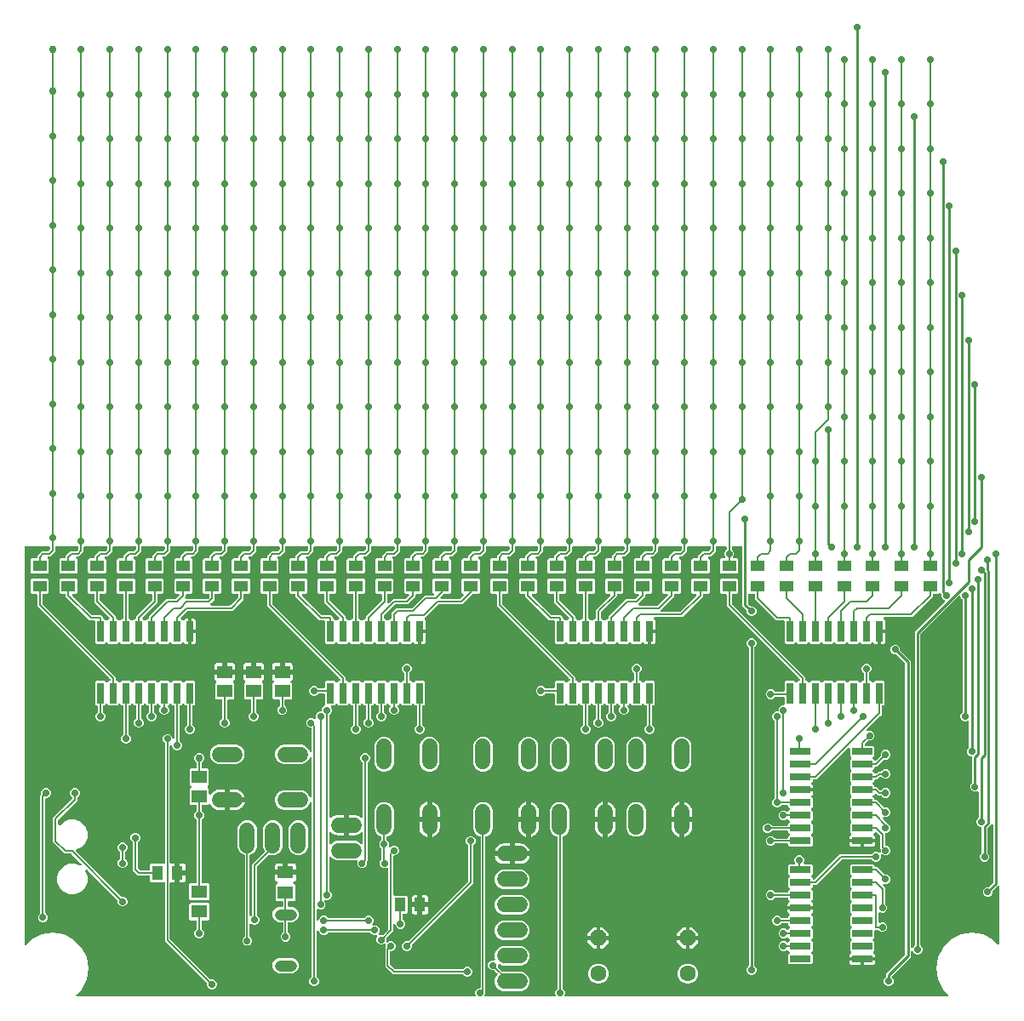
<source format=gbr>
G04 EAGLE Gerber RS-274X export*
G75*
%MOMM*%
%FSLAX34Y34*%
%LPD*%
%INBottom Copper*%
%IPPOS*%
%AMOC8*
5,1,8,0,0,1.08239X$1,22.5*%
G01*
%ADD10C,1.524000*%
%ADD11P,1.732040X8X112.500000*%
%ADD12C,1.600200*%
%ADD13R,1.600000X1.300000*%
%ADD14R,1.100000X1.400000*%
%ADD15R,0.660400X2.032000*%
%ADD16R,2.032000X0.660400*%
%ADD17C,1.117600*%
%ADD18R,1.400000X1.100000*%
%ADD19R,1.500000X1.300000*%
%ADD20C,0.706400*%
%ADD21C,0.254000*%
%ADD22C,0.203200*%
%ADD23C,0.756400*%
%ADD24C,0.152400*%

G36*
X457964Y10167D02*
X457964Y10167D01*
X458014Y10165D01*
X458121Y10187D01*
X458230Y10201D01*
X458277Y10219D01*
X458325Y10229D01*
X458424Y10277D01*
X458526Y10318D01*
X458566Y10347D01*
X458611Y10369D01*
X458694Y10440D01*
X458783Y10504D01*
X458815Y10543D01*
X458853Y10575D01*
X458916Y10665D01*
X458986Y10749D01*
X459007Y10794D01*
X459036Y10835D01*
X459075Y10938D01*
X459122Y11037D01*
X459131Y11086D01*
X459149Y11132D01*
X459161Y11242D01*
X459181Y11349D01*
X459178Y11399D01*
X459184Y11448D01*
X459168Y11557D01*
X459162Y11667D01*
X459146Y11714D01*
X459139Y11763D01*
X459087Y11916D01*
X458747Y12737D01*
X458747Y14647D01*
X459478Y16413D01*
X460829Y17764D01*
X462595Y18495D01*
X462788Y18495D01*
X462906Y18510D01*
X463025Y18517D01*
X463063Y18530D01*
X463104Y18535D01*
X463214Y18578D01*
X463327Y18615D01*
X463362Y18637D01*
X463399Y18652D01*
X463495Y18721D01*
X463596Y18785D01*
X463624Y18815D01*
X463657Y18838D01*
X463733Y18930D01*
X463814Y19017D01*
X463834Y19052D01*
X463859Y19083D01*
X463910Y19191D01*
X463968Y19295D01*
X463978Y19335D01*
X463995Y19371D01*
X464017Y19488D01*
X464047Y19603D01*
X464051Y19663D01*
X464055Y19683D01*
X464053Y19704D01*
X464057Y19764D01*
X464057Y168594D01*
X464054Y168623D01*
X464056Y168653D01*
X464034Y168781D01*
X464017Y168910D01*
X464007Y168937D01*
X464002Y168966D01*
X463948Y169085D01*
X463900Y169205D01*
X463883Y169229D01*
X463871Y169256D01*
X463790Y169358D01*
X463714Y169463D01*
X463691Y169481D01*
X463672Y169505D01*
X463569Y169583D01*
X463469Y169665D01*
X463442Y169678D01*
X463418Y169696D01*
X463274Y169767D01*
X460876Y170760D01*
X458161Y173475D01*
X456691Y177023D01*
X456691Y196103D01*
X458161Y199651D01*
X460876Y202366D01*
X464424Y203836D01*
X468264Y203836D01*
X471812Y202366D01*
X474527Y199651D01*
X475997Y196103D01*
X475997Y177023D01*
X474527Y173475D01*
X471812Y170760D01*
X469414Y169767D01*
X469389Y169752D01*
X469361Y169743D01*
X469251Y169674D01*
X469138Y169609D01*
X469117Y169589D01*
X469092Y169573D01*
X469003Y169478D01*
X468910Y169388D01*
X468894Y169363D01*
X468874Y169341D01*
X468811Y169227D01*
X468743Y169117D01*
X468735Y169089D01*
X468720Y169063D01*
X468688Y168937D01*
X468650Y168813D01*
X468648Y168783D01*
X468641Y168755D01*
X468631Y168594D01*
X468631Y15519D01*
X468596Y15482D01*
X468567Y15429D01*
X468530Y15381D01*
X468490Y15290D01*
X468442Y15204D01*
X468427Y15145D01*
X468403Y15089D01*
X468388Y14991D01*
X468363Y14896D01*
X468357Y14796D01*
X468353Y14775D01*
X468355Y14763D01*
X468353Y14735D01*
X468353Y12737D01*
X468013Y11916D01*
X468000Y11868D01*
X467978Y11823D01*
X467958Y11715D01*
X467929Y11609D01*
X467928Y11559D01*
X467919Y11510D01*
X467925Y11401D01*
X467924Y11291D01*
X467935Y11243D01*
X467938Y11193D01*
X467972Y11089D01*
X467998Y10982D01*
X468021Y10938D01*
X468036Y10891D01*
X468095Y10798D01*
X468147Y10701D01*
X468180Y10664D01*
X468207Y10622D01*
X468287Y10547D01*
X468360Y10465D01*
X468402Y10438D01*
X468438Y10404D01*
X468534Y10351D01*
X468626Y10291D01*
X468673Y10274D01*
X468717Y10250D01*
X468823Y10223D01*
X468927Y10187D01*
X468977Y10183D01*
X469025Y10171D01*
X469185Y10161D01*
X537290Y10161D01*
X537339Y10167D01*
X537389Y10165D01*
X537496Y10187D01*
X537605Y10201D01*
X537652Y10219D01*
X537700Y10229D01*
X537799Y10277D01*
X537901Y10318D01*
X537941Y10347D01*
X537986Y10369D01*
X538069Y10440D01*
X538158Y10504D01*
X538190Y10543D01*
X538228Y10575D01*
X538291Y10665D01*
X538361Y10749D01*
X538382Y10794D01*
X538411Y10835D01*
X538450Y10938D01*
X538497Y11037D01*
X538506Y11086D01*
X538524Y11132D01*
X538536Y11242D01*
X538556Y11349D01*
X538553Y11399D01*
X538559Y11448D01*
X538543Y11557D01*
X538537Y11667D01*
X538521Y11714D01*
X538514Y11763D01*
X538462Y11916D01*
X538122Y12737D01*
X538122Y14647D01*
X538853Y16413D01*
X540267Y17826D01*
X540327Y17904D01*
X540395Y17976D01*
X540424Y18029D01*
X540461Y18077D01*
X540501Y18168D01*
X540549Y18254D01*
X540564Y18313D01*
X540588Y18369D01*
X540603Y18467D01*
X540628Y18562D01*
X540634Y18662D01*
X540638Y18683D01*
X540636Y18695D01*
X540638Y18723D01*
X540638Y168436D01*
X540635Y168465D01*
X540637Y168495D01*
X540615Y168623D01*
X540598Y168752D01*
X540588Y168779D01*
X540583Y168808D01*
X540529Y168927D01*
X540481Y169047D01*
X540464Y169071D01*
X540452Y169098D01*
X540371Y169200D01*
X540295Y169305D01*
X540272Y169324D01*
X540253Y169347D01*
X540150Y169425D01*
X540050Y169508D01*
X540023Y169520D01*
X539999Y169538D01*
X539855Y169609D01*
X537076Y170760D01*
X534361Y173475D01*
X532891Y177023D01*
X532891Y196103D01*
X534361Y199651D01*
X537076Y202366D01*
X540624Y203836D01*
X544464Y203836D01*
X548012Y202366D01*
X550727Y199651D01*
X552197Y196103D01*
X552197Y177023D01*
X550727Y173475D01*
X548012Y170760D01*
X545995Y169925D01*
X545970Y169910D01*
X545942Y169901D01*
X545832Y169831D01*
X545719Y169767D01*
X545698Y169746D01*
X545673Y169731D01*
X545584Y169636D01*
X545491Y169546D01*
X545475Y169521D01*
X545455Y169499D01*
X545392Y169385D01*
X545324Y169275D01*
X545316Y169246D01*
X545301Y169221D01*
X545269Y169095D01*
X545231Y168971D01*
X545229Y168941D01*
X545222Y168913D01*
X545212Y168752D01*
X545212Y18723D01*
X545224Y18625D01*
X545227Y18526D01*
X545244Y18468D01*
X545252Y18408D01*
X545288Y18315D01*
X545316Y18220D01*
X545346Y18168D01*
X545369Y18112D01*
X545427Y18032D01*
X545477Y17946D01*
X545543Y17871D01*
X545555Y17855D01*
X545565Y17847D01*
X545583Y17826D01*
X546997Y16413D01*
X547728Y14647D01*
X547728Y12737D01*
X547388Y11916D01*
X547375Y11868D01*
X547353Y11823D01*
X547333Y11715D01*
X547304Y11609D01*
X547303Y11559D01*
X547294Y11510D01*
X547300Y11401D01*
X547299Y11291D01*
X547310Y11243D01*
X547313Y11193D01*
X547347Y11089D01*
X547373Y10982D01*
X547396Y10938D01*
X547411Y10891D01*
X547470Y10798D01*
X547522Y10701D01*
X547555Y10664D01*
X547582Y10622D01*
X547662Y10547D01*
X547735Y10465D01*
X547777Y10438D01*
X547813Y10404D01*
X547909Y10351D01*
X548001Y10291D01*
X548048Y10274D01*
X548092Y10250D01*
X548198Y10223D01*
X548302Y10187D01*
X548352Y10183D01*
X548400Y10171D01*
X548560Y10161D01*
X927726Y10161D01*
X927863Y10178D01*
X928002Y10191D01*
X928021Y10198D01*
X928041Y10201D01*
X928170Y10252D01*
X928301Y10299D01*
X928318Y10310D01*
X928337Y10318D01*
X928450Y10399D01*
X928565Y10477D01*
X928578Y10493D01*
X928594Y10504D01*
X928683Y10612D01*
X928775Y10716D01*
X928784Y10734D01*
X928797Y10749D01*
X928856Y10875D01*
X928920Y10999D01*
X928924Y11019D01*
X928933Y11037D01*
X928959Y11173D01*
X928989Y11309D01*
X928989Y11330D01*
X928993Y11349D01*
X928984Y11488D01*
X928980Y11627D01*
X928974Y11647D01*
X928973Y11667D01*
X928930Y11799D01*
X928891Y11933D01*
X928881Y11950D01*
X928875Y11969D01*
X928800Y12087D01*
X928730Y12207D01*
X928711Y12228D01*
X928705Y12238D01*
X928690Y12252D01*
X928623Y12327D01*
X923744Y17207D01*
X918695Y27116D01*
X916955Y38100D01*
X918695Y49084D01*
X923744Y58993D01*
X931607Y66856D01*
X941516Y71905D01*
X952500Y73645D01*
X963484Y71905D01*
X973393Y66856D01*
X978073Y62177D01*
X978182Y62091D01*
X978289Y62003D01*
X978308Y61994D01*
X978324Y61982D01*
X978452Y61926D01*
X978577Y61867D01*
X978597Y61863D01*
X978616Y61855D01*
X978754Y61833D01*
X978890Y61807D01*
X978910Y61809D01*
X978930Y61806D01*
X979069Y61819D01*
X979207Y61827D01*
X979226Y61833D01*
X979246Y61835D01*
X979378Y61883D01*
X979509Y61925D01*
X979527Y61936D01*
X979546Y61943D01*
X979661Y62021D01*
X979778Y62095D01*
X979792Y62110D01*
X979809Y62122D01*
X979901Y62226D01*
X979996Y62327D01*
X980006Y62345D01*
X980019Y62360D01*
X980083Y62484D01*
X980150Y62606D01*
X980155Y62625D01*
X980164Y62643D01*
X980194Y62779D01*
X980229Y62913D01*
X980231Y62942D01*
X980234Y62954D01*
X980233Y62974D01*
X980239Y63074D01*
X980239Y119148D01*
X980222Y119286D01*
X980209Y119424D01*
X980202Y119443D01*
X980199Y119463D01*
X980148Y119593D01*
X980101Y119723D01*
X980090Y119740D01*
X980082Y119759D01*
X980001Y119871D01*
X979923Y119986D01*
X979907Y120000D01*
X979896Y120016D01*
X979788Y120105D01*
X979684Y120197D01*
X979666Y120206D01*
X979651Y120219D01*
X979525Y120278D01*
X979401Y120342D01*
X979381Y120346D01*
X979363Y120355D01*
X979227Y120381D01*
X979091Y120411D01*
X979070Y120411D01*
X979051Y120414D01*
X978912Y120406D01*
X978773Y120402D01*
X978753Y120396D01*
X978733Y120395D01*
X978601Y120352D01*
X978467Y120313D01*
X978450Y120303D01*
X978431Y120297D01*
X978313Y120222D01*
X978193Y120152D01*
X978172Y120133D01*
X978162Y120126D01*
X978148Y120112D01*
X978072Y120045D01*
X977494Y119466D01*
X973549Y115522D01*
X973489Y115444D01*
X973421Y115372D01*
X973392Y115319D01*
X973355Y115271D01*
X973315Y115180D01*
X973267Y115093D01*
X973252Y115035D01*
X973228Y114979D01*
X973213Y114881D01*
X973188Y114785D01*
X973182Y114685D01*
X973178Y114665D01*
X973180Y114653D01*
X973178Y114625D01*
X973178Y113345D01*
X972447Y111579D01*
X971096Y110228D01*
X969330Y109497D01*
X967420Y109497D01*
X965654Y110228D01*
X964303Y111579D01*
X963572Y113345D01*
X963572Y115255D01*
X964303Y117021D01*
X965654Y118372D01*
X967420Y119103D01*
X968700Y119103D01*
X968798Y119115D01*
X968897Y119118D01*
X968955Y119135D01*
X969015Y119143D01*
X969107Y119179D01*
X969202Y119207D01*
X969255Y119237D01*
X969311Y119260D01*
X969391Y119318D01*
X969476Y119368D01*
X969552Y119434D01*
X969568Y119446D01*
X969576Y119456D01*
X969597Y119474D01*
X973542Y123419D01*
X973602Y123497D01*
X973670Y123569D01*
X973699Y123622D01*
X973736Y123670D01*
X973776Y123761D01*
X973824Y123848D01*
X973839Y123906D01*
X973863Y123962D01*
X973878Y124060D01*
X973903Y124156D01*
X973909Y124256D01*
X973913Y124276D01*
X973911Y124288D01*
X973913Y124316D01*
X973913Y180435D01*
X973896Y180572D01*
X973883Y180711D01*
X973876Y180730D01*
X973873Y180750D01*
X973822Y180879D01*
X973775Y181010D01*
X973764Y181027D01*
X973756Y181046D01*
X973675Y181158D01*
X973597Y181273D01*
X973581Y181287D01*
X973570Y181303D01*
X973462Y181392D01*
X973358Y181484D01*
X973340Y181493D01*
X973325Y181506D01*
X973199Y181565D01*
X973075Y181628D01*
X973055Y181633D01*
X973037Y181641D01*
X972900Y181668D01*
X972765Y181698D01*
X972744Y181697D01*
X972725Y181701D01*
X972586Y181693D01*
X972447Y181688D01*
X972427Y181683D01*
X972407Y181682D01*
X972275Y181639D01*
X972141Y181600D01*
X972124Y181590D01*
X972105Y181583D01*
X971987Y181509D01*
X971867Y181438D01*
X971846Y181420D01*
X971836Y181413D01*
X971822Y181398D01*
X971747Y181332D01*
X970050Y179635D01*
X968366Y177952D01*
X968306Y177874D01*
X968238Y177802D01*
X968209Y177749D01*
X968172Y177701D01*
X968132Y177610D01*
X968084Y177523D01*
X968069Y177465D01*
X968045Y177409D01*
X968030Y177311D01*
X968005Y177215D01*
X967999Y177115D01*
X967995Y177095D01*
X967997Y177083D01*
X967995Y177055D01*
X967995Y153748D01*
X968007Y153650D01*
X968010Y153551D01*
X968027Y153493D01*
X968035Y153433D01*
X968071Y153340D01*
X968099Y153245D01*
X968129Y153193D01*
X968152Y153137D01*
X968210Y153057D01*
X968260Y152971D01*
X968326Y152896D01*
X968338Y152880D01*
X968348Y152872D01*
X968366Y152851D01*
X969272Y151946D01*
X970003Y150180D01*
X970003Y148270D01*
X969272Y146504D01*
X967921Y145153D01*
X966155Y144422D01*
X964245Y144422D01*
X962479Y145153D01*
X961128Y146504D01*
X960397Y148270D01*
X960397Y150180D01*
X961128Y151946D01*
X962034Y152851D01*
X962094Y152929D01*
X962162Y153001D01*
X962191Y153054D01*
X962228Y153102D01*
X962268Y153193D01*
X962316Y153279D01*
X962331Y153338D01*
X962355Y153394D01*
X962370Y153492D01*
X962395Y153587D01*
X962401Y153687D01*
X962405Y153708D01*
X962403Y153720D01*
X962405Y153748D01*
X962405Y178078D01*
X962390Y178196D01*
X962383Y178315D01*
X962370Y178353D01*
X962365Y178394D01*
X962322Y178504D01*
X962285Y178617D01*
X962263Y178652D01*
X962248Y178689D01*
X962179Y178785D01*
X962115Y178886D01*
X962085Y178914D01*
X962062Y178947D01*
X961970Y179023D01*
X961883Y179104D01*
X961848Y179124D01*
X961817Y179149D01*
X961709Y179200D01*
X961605Y179258D01*
X961565Y179268D01*
X961529Y179285D01*
X961412Y179307D01*
X961297Y179337D01*
X961237Y179341D01*
X961217Y179345D01*
X961196Y179343D01*
X961136Y179347D01*
X961070Y179347D01*
X959304Y180078D01*
X957953Y181429D01*
X957222Y183195D01*
X957222Y185105D01*
X957953Y186871D01*
X958858Y187776D01*
X958919Y187854D01*
X958987Y187926D01*
X959016Y187979D01*
X959053Y188027D01*
X959093Y188118D01*
X959141Y188204D01*
X959156Y188263D01*
X959180Y188319D01*
X959195Y188417D01*
X959220Y188512D01*
X959226Y188612D01*
X959230Y188633D01*
X959228Y188645D01*
X959230Y188673D01*
X959230Y213450D01*
X959224Y213499D01*
X959226Y213549D01*
X959204Y213656D01*
X959190Y213765D01*
X959172Y213811D01*
X959162Y213860D01*
X959114Y213959D01*
X959073Y214061D01*
X959044Y214101D01*
X959022Y214146D01*
X958951Y214229D01*
X958887Y214318D01*
X958848Y214350D01*
X958816Y214388D01*
X958726Y214451D01*
X958642Y214521D01*
X958597Y214542D01*
X958556Y214571D01*
X958453Y214610D01*
X958354Y214657D01*
X958305Y214666D01*
X958259Y214684D01*
X958149Y214696D01*
X958042Y214716D01*
X957992Y214713D01*
X957943Y214719D01*
X957834Y214703D01*
X957724Y214697D01*
X957677Y214681D01*
X957628Y214674D01*
X957475Y214622D01*
X956630Y214272D01*
X954720Y214272D01*
X952954Y215003D01*
X951603Y216354D01*
X950872Y218120D01*
X950872Y220030D01*
X951603Y221796D01*
X952508Y222701D01*
X952569Y222779D01*
X952637Y222851D01*
X952666Y222904D01*
X952703Y222952D01*
X952743Y223043D01*
X952791Y223129D01*
X952806Y223188D01*
X952830Y223244D01*
X952845Y223342D01*
X952870Y223437D01*
X952876Y223537D01*
X952880Y223558D01*
X952878Y223570D01*
X952880Y223598D01*
X952880Y247928D01*
X952865Y248046D01*
X952858Y248165D01*
X952845Y248203D01*
X952840Y248244D01*
X952797Y248354D01*
X952760Y248467D01*
X952738Y248502D01*
X952723Y248539D01*
X952654Y248635D01*
X952590Y248736D01*
X952560Y248764D01*
X952537Y248797D01*
X952445Y248873D01*
X952358Y248954D01*
X952323Y248974D01*
X952292Y248999D01*
X952184Y249050D01*
X952080Y249108D01*
X952040Y249118D01*
X952004Y249135D01*
X951887Y249157D01*
X951772Y249187D01*
X951712Y249191D01*
X951692Y249195D01*
X951671Y249193D01*
X951611Y249197D01*
X951545Y249197D01*
X949779Y249928D01*
X948428Y251279D01*
X947697Y253045D01*
X947697Y254955D01*
X948428Y256721D01*
X949334Y257626D01*
X949394Y257704D01*
X949462Y257776D01*
X949491Y257829D01*
X949528Y257877D01*
X949568Y257968D01*
X949616Y258054D01*
X949631Y258113D01*
X949655Y258169D01*
X949670Y258267D01*
X949695Y258362D01*
X949701Y258462D01*
X949705Y258483D01*
X949703Y258495D01*
X949705Y258523D01*
X949705Y283300D01*
X949699Y283349D01*
X949701Y283399D01*
X949679Y283506D01*
X949665Y283615D01*
X949647Y283661D01*
X949637Y283710D01*
X949589Y283809D01*
X949548Y283911D01*
X949519Y283951D01*
X949497Y283996D01*
X949426Y284079D01*
X949362Y284168D01*
X949323Y284200D01*
X949291Y284238D01*
X949201Y284301D01*
X949117Y284371D01*
X949072Y284392D01*
X949031Y284421D01*
X948928Y284460D01*
X948829Y284507D01*
X948780Y284516D01*
X948734Y284534D01*
X948624Y284546D01*
X948517Y284566D01*
X948467Y284563D01*
X948418Y284569D01*
X948309Y284553D01*
X948199Y284547D01*
X948152Y284531D01*
X948103Y284524D01*
X947950Y284472D01*
X947105Y284122D01*
X945195Y284122D01*
X943429Y284853D01*
X942078Y286204D01*
X941347Y287970D01*
X941347Y289880D01*
X942078Y291646D01*
X942984Y292551D01*
X943044Y292629D01*
X943112Y292701D01*
X943141Y292754D01*
X943178Y292802D01*
X943218Y292893D01*
X943266Y292979D01*
X943281Y293038D01*
X943305Y293094D01*
X943320Y293192D01*
X943345Y293287D01*
X943351Y293387D01*
X943355Y293408D01*
X943353Y293420D01*
X943355Y293448D01*
X943355Y405052D01*
X943343Y405150D01*
X943340Y405249D01*
X943323Y405307D01*
X943315Y405367D01*
X943279Y405460D01*
X943251Y405555D01*
X943221Y405607D01*
X943198Y405663D01*
X943140Y405743D01*
X943090Y405829D01*
X943024Y405904D01*
X943012Y405920D01*
X943002Y405928D01*
X942984Y405949D01*
X942078Y406854D01*
X941294Y408748D01*
X941270Y408791D01*
X941253Y408838D01*
X941191Y408929D01*
X941137Y409024D01*
X941102Y409060D01*
X941074Y409101D01*
X940992Y409174D01*
X940915Y409253D01*
X940873Y409279D01*
X940836Y409311D01*
X940738Y409361D01*
X940644Y409419D01*
X940597Y409433D01*
X940553Y409456D01*
X940445Y409480D01*
X940340Y409512D01*
X940291Y409515D01*
X940242Y409526D01*
X940132Y409522D01*
X940023Y409527D01*
X939974Y409517D01*
X939924Y409516D01*
X939819Y409485D01*
X939711Y409463D01*
X939666Y409441D01*
X939619Y409428D01*
X939524Y409372D01*
X939425Y409323D01*
X939388Y409291D01*
X939345Y409266D01*
X939224Y409160D01*
X901691Y371627D01*
X901631Y371549D01*
X901563Y371477D01*
X901534Y371424D01*
X901497Y371376D01*
X901457Y371285D01*
X901409Y371198D01*
X901394Y371140D01*
X901370Y371084D01*
X901355Y370986D01*
X901330Y370890D01*
X901324Y370790D01*
X901320Y370770D01*
X901322Y370758D01*
X901320Y370730D01*
X901320Y61673D01*
X901332Y61575D01*
X901335Y61476D01*
X901352Y61418D01*
X901360Y61358D01*
X901396Y61265D01*
X901424Y61170D01*
X901454Y61118D01*
X901477Y61062D01*
X901535Y60982D01*
X901585Y60896D01*
X901651Y60821D01*
X901663Y60805D01*
X901673Y60797D01*
X901691Y60776D01*
X902597Y59871D01*
X903328Y58105D01*
X903328Y56195D01*
X902597Y54429D01*
X901246Y53078D01*
X899480Y52347D01*
X897570Y52347D01*
X895804Y53078D01*
X894453Y54429D01*
X894237Y54953D01*
X894202Y55014D01*
X894176Y55078D01*
X894124Y55151D01*
X894079Y55229D01*
X894031Y55279D01*
X893990Y55336D01*
X893920Y55393D01*
X893858Y55458D01*
X893798Y55494D01*
X893745Y55539D01*
X893663Y55577D01*
X893587Y55624D01*
X893520Y55644D01*
X893457Y55674D01*
X893369Y55691D01*
X893283Y55718D01*
X893213Y55721D01*
X893144Y55734D01*
X893055Y55728D01*
X892965Y55733D01*
X892897Y55719D01*
X892827Y55714D01*
X892742Y55687D01*
X892654Y55668D01*
X892591Y55638D01*
X892525Y55616D01*
X892449Y55568D01*
X892368Y55529D01*
X892315Y55483D01*
X892256Y55446D01*
X892194Y55381D01*
X892126Y55322D01*
X892086Y55265D01*
X892038Y55214D01*
X891995Y55136D01*
X891943Y55062D01*
X891918Y54997D01*
X891884Y54936D01*
X891862Y54849D01*
X891830Y54765D01*
X891822Y54696D01*
X891805Y54628D01*
X891795Y54467D01*
X891795Y49642D01*
X873116Y30964D01*
X873056Y30886D01*
X872988Y30814D01*
X872959Y30761D01*
X872922Y30713D01*
X872882Y30622D01*
X872834Y30535D01*
X872819Y30477D01*
X872795Y30421D01*
X872780Y30323D01*
X872755Y30227D01*
X872749Y30127D01*
X872745Y30107D01*
X872747Y30095D01*
X872745Y30067D01*
X872745Y29923D01*
X872757Y29825D01*
X872760Y29726D01*
X872777Y29668D01*
X872785Y29608D01*
X872821Y29515D01*
X872849Y29420D01*
X872879Y29368D01*
X872902Y29312D01*
X872960Y29232D01*
X873010Y29146D01*
X873076Y29071D01*
X873088Y29055D01*
X873098Y29047D01*
X873116Y29026D01*
X874022Y28121D01*
X874753Y26355D01*
X874753Y24445D01*
X874022Y22679D01*
X872671Y21328D01*
X870905Y20597D01*
X868995Y20597D01*
X867229Y21328D01*
X865878Y22679D01*
X865147Y24445D01*
X865147Y26355D01*
X865878Y28121D01*
X866784Y29026D01*
X866844Y29104D01*
X866912Y29176D01*
X866941Y29229D01*
X866978Y29277D01*
X867018Y29368D01*
X867066Y29454D01*
X867081Y29513D01*
X867105Y29569D01*
X867120Y29667D01*
X867145Y29762D01*
X867151Y29862D01*
X867155Y29883D01*
X867153Y29895D01*
X867155Y29923D01*
X867155Y32908D01*
X885834Y51586D01*
X885894Y51664D01*
X885962Y51736D01*
X885991Y51789D01*
X886028Y51837D01*
X886068Y51928D01*
X886116Y52015D01*
X886131Y52073D01*
X886155Y52129D01*
X886170Y52227D01*
X886195Y52323D01*
X886201Y52423D01*
X886205Y52443D01*
X886203Y52455D01*
X886205Y52483D01*
X886205Y341217D01*
X886193Y341315D01*
X886190Y341414D01*
X886173Y341472D01*
X886165Y341532D01*
X886129Y341624D01*
X886101Y341719D01*
X886071Y341772D01*
X886048Y341828D01*
X885990Y341908D01*
X885940Y341993D01*
X885874Y342069D01*
X885862Y342085D01*
X885852Y342093D01*
X885834Y342114D01*
X877522Y350426D01*
X877444Y350486D01*
X877372Y350554D01*
X877319Y350583D01*
X877271Y350620D01*
X877180Y350660D01*
X877093Y350708D01*
X877035Y350723D01*
X876979Y350747D01*
X876881Y350762D01*
X876785Y350787D01*
X876685Y350793D01*
X876665Y350797D01*
X876653Y350795D01*
X876625Y350797D01*
X875345Y350797D01*
X873579Y351528D01*
X872228Y352879D01*
X871497Y354645D01*
X871497Y356555D01*
X872228Y358321D01*
X873579Y359672D01*
X875345Y360403D01*
X877255Y360403D01*
X879021Y359672D01*
X880372Y358321D01*
X881103Y356555D01*
X881103Y355275D01*
X881115Y355177D01*
X881118Y355078D01*
X881135Y355020D01*
X881143Y354960D01*
X881179Y354868D01*
X881207Y354773D01*
X881237Y354720D01*
X881260Y354664D01*
X881318Y354584D01*
X881368Y354499D01*
X881434Y354423D01*
X881446Y354407D01*
X881456Y354399D01*
X881474Y354378D01*
X891795Y344058D01*
X891795Y59833D01*
X891803Y59764D01*
X891802Y59694D01*
X891823Y59606D01*
X891835Y59517D01*
X891860Y59452D01*
X891877Y59384D01*
X891919Y59305D01*
X891952Y59222D01*
X891993Y59165D01*
X892025Y59103D01*
X892086Y59037D01*
X892138Y58964D01*
X892192Y58920D01*
X892239Y58868D01*
X892314Y58819D01*
X892383Y58761D01*
X892447Y58732D01*
X892505Y58693D01*
X892590Y58664D01*
X892671Y58626D01*
X892740Y58613D01*
X892806Y58590D01*
X892895Y58583D01*
X892983Y58566D01*
X893053Y58570D01*
X893123Y58565D01*
X893211Y58580D01*
X893301Y58586D01*
X893367Y58607D01*
X893436Y58619D01*
X893518Y58656D01*
X893603Y58684D01*
X893662Y58721D01*
X893726Y58750D01*
X893796Y58806D01*
X893872Y58854D01*
X893920Y58905D01*
X893974Y58948D01*
X894028Y59020D01*
X894090Y59086D01*
X894124Y59147D01*
X894166Y59203D01*
X894237Y59347D01*
X894453Y59871D01*
X895359Y60776D01*
X895419Y60854D01*
X895487Y60926D01*
X895516Y60979D01*
X895553Y61027D01*
X895593Y61118D01*
X895641Y61204D01*
X895656Y61263D01*
X895680Y61319D01*
X895695Y61417D01*
X895720Y61512D01*
X895726Y61612D01*
X895730Y61633D01*
X895728Y61645D01*
X895730Y61673D01*
X895730Y373570D01*
X925358Y403198D01*
X925389Y403238D01*
X925425Y403271D01*
X925486Y403363D01*
X925553Y403450D01*
X925573Y403495D01*
X925600Y403537D01*
X925636Y403641D01*
X925680Y403742D01*
X925687Y403791D01*
X925703Y403838D01*
X925712Y403947D01*
X925729Y404056D01*
X925725Y404105D01*
X925729Y404155D01*
X925710Y404263D01*
X925700Y404372D01*
X925683Y404419D01*
X925674Y404468D01*
X925629Y404568D01*
X925592Y404672D01*
X925564Y404713D01*
X925544Y404758D01*
X925475Y404844D01*
X925413Y404935D01*
X925376Y404968D01*
X925345Y405006D01*
X925257Y405073D01*
X925175Y405145D01*
X925131Y405168D01*
X925091Y405198D01*
X924946Y405269D01*
X924379Y405503D01*
X923028Y406854D01*
X922297Y408620D01*
X922297Y409900D01*
X922285Y409998D01*
X922282Y410097D01*
X922265Y410155D01*
X922257Y410215D01*
X922221Y410307D01*
X922193Y410402D01*
X922163Y410455D01*
X922140Y410511D01*
X922082Y410591D01*
X922032Y410676D01*
X921966Y410752D01*
X921954Y410768D01*
X921944Y410776D01*
X921926Y410797D01*
X921246Y411476D01*
X921152Y411550D01*
X921063Y411628D01*
X921027Y411647D01*
X920995Y411671D01*
X920885Y411719D01*
X920780Y411773D01*
X920740Y411782D01*
X920703Y411798D01*
X920585Y411816D01*
X920469Y411842D01*
X920429Y411841D01*
X920389Y411848D01*
X920270Y411836D01*
X920151Y411833D01*
X920113Y411822D01*
X920072Y411818D01*
X919960Y411778D01*
X919846Y411744D01*
X919811Y411724D01*
X919773Y411710D01*
X919675Y411643D01*
X919572Y411583D01*
X919527Y411543D01*
X919510Y411532D01*
X919496Y411516D01*
X919451Y411476D01*
X919067Y411092D01*
X915035Y411092D01*
X914917Y411077D01*
X914798Y411070D01*
X914760Y411057D01*
X914719Y411052D01*
X914609Y411009D01*
X914496Y410972D01*
X914461Y410950D01*
X914424Y410935D01*
X914328Y410866D01*
X914227Y410802D01*
X914199Y410772D01*
X914166Y410749D01*
X914090Y410657D01*
X914009Y410570D01*
X913989Y410535D01*
X913964Y410504D01*
X913913Y410396D01*
X913855Y410292D01*
X913845Y410252D01*
X913828Y410216D01*
X913806Y410099D01*
X913776Y409984D01*
X913772Y409924D01*
X913768Y409904D01*
X913770Y409883D01*
X913766Y409823D01*
X913766Y408523D01*
X893227Y387984D01*
X866194Y387984D01*
X866056Y387967D01*
X865918Y387954D01*
X865899Y387947D01*
X865879Y387944D01*
X865749Y387893D01*
X865618Y387846D01*
X865602Y387835D01*
X865583Y387827D01*
X865470Y387746D01*
X865355Y387668D01*
X865342Y387652D01*
X865326Y387641D01*
X865237Y387533D01*
X865145Y387429D01*
X865136Y387411D01*
X865123Y387396D01*
X865064Y387270D01*
X865000Y387146D01*
X864996Y387126D01*
X864987Y387108D01*
X864961Y386971D01*
X864931Y386836D01*
X864931Y386815D01*
X864927Y386796D01*
X864936Y386657D01*
X864940Y386518D01*
X864946Y386498D01*
X864947Y386478D01*
X864990Y386346D01*
X865029Y386212D01*
X865039Y386195D01*
X865045Y386176D01*
X865120Y386058D01*
X865190Y385938D01*
X865209Y385917D01*
X865215Y385907D01*
X865230Y385893D01*
X865297Y385817D01*
X865760Y385354D01*
X866095Y384775D01*
X866268Y384128D01*
X866268Y375284D01*
X860806Y375284D01*
X860688Y375269D01*
X860569Y375262D01*
X860531Y375249D01*
X860491Y375244D01*
X860380Y375201D01*
X860267Y375164D01*
X860233Y375142D01*
X860195Y375127D01*
X860099Y375058D01*
X859998Y374994D01*
X859970Y374964D01*
X859938Y374941D01*
X859862Y374849D01*
X859780Y374762D01*
X859761Y374727D01*
X859735Y374696D01*
X859684Y374588D01*
X859627Y374484D01*
X859617Y374444D01*
X859613Y374437D01*
X859505Y374402D01*
X859470Y374380D01*
X859433Y374365D01*
X859336Y374295D01*
X859236Y374232D01*
X859208Y374202D01*
X859175Y374178D01*
X859099Y374087D01*
X859018Y374000D01*
X858998Y373965D01*
X858973Y373933D01*
X858922Y373826D01*
X858864Y373721D01*
X858854Y373682D01*
X858837Y373646D01*
X858815Y373529D01*
X858785Y373413D01*
X858781Y373353D01*
X858777Y373333D01*
X858779Y373313D01*
X858775Y373253D01*
X858775Y360933D01*
X856789Y360933D01*
X856142Y361106D01*
X855563Y361441D01*
X855090Y361914D01*
X854911Y362224D01*
X854835Y362324D01*
X854764Y362428D01*
X854739Y362450D01*
X854719Y362477D01*
X854620Y362555D01*
X854526Y362638D01*
X854496Y362654D01*
X854470Y362675D01*
X854355Y362726D01*
X854243Y362783D01*
X854210Y362790D01*
X854179Y362804D01*
X854055Y362825D01*
X853933Y362853D01*
X853899Y362852D01*
X853866Y362857D01*
X853740Y362847D01*
X853615Y362843D01*
X853582Y362834D01*
X853549Y362831D01*
X853430Y362790D01*
X853309Y362755D01*
X853280Y362737D01*
X853248Y362726D01*
X853143Y362657D01*
X853035Y362593D01*
X852999Y362561D01*
X852983Y362551D01*
X852969Y362534D01*
X852914Y362487D01*
X851869Y361441D01*
X843581Y361441D01*
X842272Y362750D01*
X842178Y362823D01*
X842089Y362902D01*
X842053Y362920D01*
X842021Y362945D01*
X841912Y362992D01*
X841806Y363046D01*
X841767Y363055D01*
X841729Y363071D01*
X841612Y363090D01*
X841496Y363116D01*
X841455Y363115D01*
X841415Y363121D01*
X841297Y363110D01*
X841178Y363106D01*
X841139Y363095D01*
X841099Y363091D01*
X840987Y363051D01*
X840872Y363018D01*
X840837Y362997D01*
X840799Y362984D01*
X840701Y362917D01*
X840598Y362856D01*
X840553Y362816D01*
X840536Y362805D01*
X840523Y362790D01*
X840477Y362750D01*
X839169Y361441D01*
X830881Y361441D01*
X829572Y362750D01*
X829478Y362823D01*
X829389Y362902D01*
X829353Y362920D01*
X829321Y362945D01*
X829212Y362992D01*
X829106Y363046D01*
X829067Y363055D01*
X829029Y363071D01*
X828912Y363090D01*
X828796Y363116D01*
X828755Y363115D01*
X828715Y363121D01*
X828597Y363110D01*
X828478Y363106D01*
X828439Y363095D01*
X828399Y363091D01*
X828287Y363051D01*
X828172Y363018D01*
X828137Y362997D01*
X828099Y362984D01*
X828001Y362917D01*
X827898Y362856D01*
X827853Y362816D01*
X827836Y362805D01*
X827823Y362790D01*
X827777Y362750D01*
X826469Y361441D01*
X818181Y361441D01*
X816872Y362750D01*
X816778Y362823D01*
X816689Y362902D01*
X816653Y362920D01*
X816621Y362945D01*
X816512Y362992D01*
X816406Y363046D01*
X816367Y363055D01*
X816329Y363071D01*
X816212Y363090D01*
X816096Y363116D01*
X816055Y363115D01*
X816015Y363121D01*
X815897Y363110D01*
X815778Y363106D01*
X815739Y363095D01*
X815699Y363091D01*
X815587Y363051D01*
X815472Y363018D01*
X815437Y362997D01*
X815399Y362984D01*
X815301Y362917D01*
X815198Y362856D01*
X815153Y362816D01*
X815136Y362805D01*
X815123Y362790D01*
X815077Y362750D01*
X813769Y361441D01*
X805481Y361441D01*
X804172Y362750D01*
X804078Y362823D01*
X803989Y362902D01*
X803953Y362920D01*
X803921Y362945D01*
X803812Y362992D01*
X803706Y363046D01*
X803667Y363055D01*
X803629Y363071D01*
X803512Y363090D01*
X803396Y363116D01*
X803355Y363115D01*
X803315Y363121D01*
X803197Y363110D01*
X803078Y363106D01*
X803039Y363095D01*
X802999Y363091D01*
X802887Y363051D01*
X802772Y363018D01*
X802737Y362997D01*
X802699Y362984D01*
X802601Y362917D01*
X802498Y362856D01*
X802453Y362816D01*
X802436Y362805D01*
X802423Y362790D01*
X802377Y362750D01*
X801069Y361441D01*
X792781Y361441D01*
X791472Y362750D01*
X791378Y362823D01*
X791289Y362902D01*
X791253Y362920D01*
X791221Y362945D01*
X791112Y362992D01*
X791006Y363046D01*
X790967Y363055D01*
X790929Y363071D01*
X790812Y363090D01*
X790696Y363116D01*
X790655Y363115D01*
X790615Y363121D01*
X790497Y363110D01*
X790378Y363106D01*
X790339Y363095D01*
X790299Y363091D01*
X790187Y363051D01*
X790072Y363018D01*
X790037Y362997D01*
X789999Y362984D01*
X789901Y362917D01*
X789798Y362856D01*
X789753Y362816D01*
X789736Y362805D01*
X789723Y362790D01*
X789677Y362750D01*
X788369Y361441D01*
X780081Y361441D01*
X778772Y362750D01*
X778678Y362823D01*
X778589Y362902D01*
X778553Y362920D01*
X778521Y362945D01*
X778412Y362992D01*
X778306Y363046D01*
X778267Y363055D01*
X778229Y363071D01*
X778112Y363090D01*
X777996Y363116D01*
X777955Y363115D01*
X777915Y363121D01*
X777797Y363110D01*
X777678Y363106D01*
X777639Y363095D01*
X777599Y363091D01*
X777487Y363051D01*
X777372Y363018D01*
X777337Y362997D01*
X777299Y362984D01*
X777201Y362917D01*
X777098Y362856D01*
X777053Y362816D01*
X777036Y362805D01*
X777023Y362790D01*
X776977Y362750D01*
X775669Y361441D01*
X767381Y361441D01*
X766190Y362632D01*
X766190Y383540D01*
X766175Y383658D01*
X766168Y383777D01*
X766155Y383815D01*
X766150Y383856D01*
X766107Y383966D01*
X766070Y384079D01*
X766048Y384114D01*
X766033Y384151D01*
X765964Y384247D01*
X765900Y384348D01*
X765870Y384376D01*
X765847Y384409D01*
X765755Y384485D01*
X765668Y384566D01*
X765633Y384586D01*
X765602Y384611D01*
X765494Y384662D01*
X765390Y384720D01*
X765350Y384730D01*
X765314Y384747D01*
X765197Y384769D01*
X765082Y384799D01*
X765022Y384803D01*
X765002Y384807D01*
X764981Y384805D01*
X764921Y384809D01*
X757773Y384809D01*
X737234Y405348D01*
X737234Y409823D01*
X737219Y409941D01*
X737212Y410060D01*
X737199Y410098D01*
X737194Y410139D01*
X737151Y410249D01*
X737114Y410362D01*
X737092Y410397D01*
X737077Y410434D01*
X737008Y410530D01*
X736944Y410631D01*
X736914Y410659D01*
X736891Y410692D01*
X736799Y410768D01*
X736712Y410849D01*
X736677Y410869D01*
X736646Y410894D01*
X736538Y410945D01*
X736434Y411003D01*
X736394Y411013D01*
X736358Y411030D01*
X736241Y411052D01*
X736126Y411082D01*
X736066Y411086D01*
X736046Y411090D01*
X736025Y411088D01*
X735965Y411092D01*
X731905Y411092D01*
X731820Y411163D01*
X731801Y411171D01*
X731785Y411184D01*
X731657Y411239D01*
X731532Y411298D01*
X731512Y411302D01*
X731493Y411310D01*
X731356Y411332D01*
X731219Y411358D01*
X731199Y411357D01*
X731179Y411360D01*
X731041Y411347D01*
X730902Y411338D01*
X730883Y411332D01*
X730863Y411330D01*
X730732Y411283D01*
X730600Y411240D01*
X730582Y411229D01*
X730563Y411223D01*
X730448Y411144D01*
X730331Y411070D01*
X730317Y411055D01*
X730300Y411044D01*
X730208Y410940D01*
X730113Y410838D01*
X730103Y410821D01*
X730090Y410806D01*
X730027Y410682D01*
X729959Y410560D01*
X729954Y410540D01*
X729945Y410522D01*
X729915Y410387D01*
X729880Y410252D01*
X729878Y410224D01*
X729875Y410212D01*
X729876Y410192D01*
X729870Y410091D01*
X729870Y401733D01*
X729882Y401635D01*
X729885Y401536D01*
X729902Y401478D01*
X729910Y401418D01*
X729946Y401326D01*
X729974Y401231D01*
X730004Y401178D01*
X730027Y401122D01*
X730085Y401042D01*
X730135Y400957D01*
X730201Y400881D01*
X730213Y400865D01*
X730223Y400857D01*
X730241Y400836D01*
X732203Y398874D01*
X732281Y398814D01*
X732353Y398746D01*
X732406Y398717D01*
X732454Y398680D01*
X732545Y398640D01*
X732632Y398592D01*
X732690Y398577D01*
X732746Y398553D01*
X732844Y398538D01*
X732940Y398513D01*
X733040Y398507D01*
X733060Y398503D01*
X733072Y398505D01*
X733100Y398503D01*
X734380Y398503D01*
X736146Y397772D01*
X737497Y396421D01*
X738228Y394655D01*
X738228Y392745D01*
X737497Y390979D01*
X736146Y389628D01*
X734380Y388897D01*
X732470Y388897D01*
X730704Y389628D01*
X729353Y390979D01*
X728622Y392745D01*
X728622Y394025D01*
X728610Y394123D01*
X728607Y394222D01*
X728590Y394280D01*
X728582Y394340D01*
X728546Y394432D01*
X728518Y394527D01*
X728488Y394580D01*
X728465Y394636D01*
X728407Y394716D01*
X728357Y394801D01*
X728291Y394877D01*
X728279Y394893D01*
X728269Y394901D01*
X728251Y394922D01*
X724280Y398892D01*
X724280Y457200D01*
X724265Y457318D01*
X724258Y457437D01*
X724245Y457475D01*
X724240Y457516D01*
X724197Y457626D01*
X724160Y457739D01*
X724138Y457774D01*
X724123Y457811D01*
X724054Y457907D01*
X723990Y458008D01*
X723960Y458036D01*
X723937Y458069D01*
X723845Y458145D01*
X723758Y458226D01*
X723723Y458246D01*
X723692Y458271D01*
X723584Y458322D01*
X723480Y458380D01*
X723440Y458390D01*
X723404Y458407D01*
X723287Y458429D01*
X723172Y458459D01*
X723112Y458463D01*
X723092Y458467D01*
X723071Y458465D01*
X723011Y458469D01*
X715010Y458469D01*
X714892Y458454D01*
X714773Y458447D01*
X714735Y458434D01*
X714694Y458429D01*
X714584Y458386D01*
X714471Y458349D01*
X714436Y458327D01*
X714399Y458312D01*
X714303Y458243D01*
X714202Y458179D01*
X714174Y458149D01*
X714141Y458126D01*
X714065Y458034D01*
X713984Y457947D01*
X713964Y457912D01*
X713939Y457881D01*
X713888Y457773D01*
X713830Y457669D01*
X713820Y457629D01*
X713803Y457593D01*
X713781Y457476D01*
X713751Y457361D01*
X713747Y457301D01*
X713743Y457281D01*
X713745Y457260D01*
X713741Y457200D01*
X713741Y455627D01*
X713753Y455529D01*
X713756Y455430D01*
X713773Y455372D01*
X713781Y455312D01*
X713817Y455219D01*
X713845Y455124D01*
X713875Y455072D01*
X713898Y455016D01*
X713956Y454936D01*
X714006Y454850D01*
X714072Y454775D01*
X714084Y454759D01*
X714094Y454751D01*
X714112Y454730D01*
X715272Y453571D01*
X716003Y451805D01*
X716003Y449895D01*
X715182Y447913D01*
X715169Y447865D01*
X715147Y447820D01*
X715127Y447712D01*
X715098Y447606D01*
X715097Y447556D01*
X715088Y447507D01*
X715095Y447398D01*
X715093Y447288D01*
X715104Y447240D01*
X715107Y447190D01*
X715141Y447086D01*
X715167Y446979D01*
X715190Y446935D01*
X715205Y446888D01*
X715264Y446795D01*
X715316Y446698D01*
X715349Y446661D01*
X715376Y446619D01*
X715456Y446544D01*
X715530Y446462D01*
X715571Y446435D01*
X715607Y446401D01*
X715703Y446348D01*
X715795Y446288D01*
X715842Y446271D01*
X715886Y446247D01*
X715992Y446220D01*
X716096Y446184D01*
X716146Y446180D01*
X716194Y446168D01*
X716354Y446158D01*
X719042Y446158D01*
X720233Y444967D01*
X720233Y432283D01*
X719042Y431092D01*
X703358Y431092D01*
X702167Y432283D01*
X702167Y444967D01*
X703358Y446158D01*
X706046Y446158D01*
X706095Y446164D01*
X706145Y446162D01*
X706252Y446184D01*
X706361Y446198D01*
X706407Y446216D01*
X706456Y446226D01*
X706555Y446274D01*
X706657Y446315D01*
X706697Y446344D01*
X706742Y446366D01*
X706825Y446437D01*
X706914Y446501D01*
X706946Y446540D01*
X706984Y446572D01*
X707047Y446662D01*
X707117Y446746D01*
X707138Y446791D01*
X707167Y446832D01*
X707206Y446935D01*
X707253Y447034D01*
X707262Y447083D01*
X707279Y447129D01*
X707292Y447239D01*
X707312Y447346D01*
X707309Y447396D01*
X707315Y447445D01*
X707299Y447554D01*
X707293Y447664D01*
X707277Y447711D01*
X707270Y447760D01*
X707218Y447913D01*
X706397Y449895D01*
X706397Y451805D01*
X707128Y453571D01*
X708288Y454730D01*
X708348Y454808D01*
X708416Y454880D01*
X708445Y454933D01*
X708482Y454981D01*
X708522Y455072D01*
X708570Y455158D01*
X708585Y455217D01*
X708609Y455273D01*
X708624Y455371D01*
X708649Y455466D01*
X708655Y455566D01*
X708659Y455587D01*
X708657Y455599D01*
X708659Y455627D01*
X708659Y457200D01*
X708644Y457318D01*
X708637Y457437D01*
X708624Y457475D01*
X708619Y457516D01*
X708576Y457626D01*
X708539Y457739D01*
X708517Y457774D01*
X708502Y457811D01*
X708433Y457907D01*
X708369Y458008D01*
X708339Y458036D01*
X708316Y458069D01*
X708224Y458145D01*
X708137Y458226D01*
X708102Y458246D01*
X708071Y458271D01*
X707963Y458322D01*
X707859Y458380D01*
X707819Y458390D01*
X707783Y458407D01*
X707666Y458429D01*
X707551Y458459D01*
X707491Y458463D01*
X707471Y458467D01*
X707450Y458465D01*
X707390Y458469D01*
X699135Y458469D01*
X699017Y458454D01*
X698898Y458447D01*
X698860Y458434D01*
X698819Y458429D01*
X698709Y458386D01*
X698596Y458349D01*
X698561Y458327D01*
X698524Y458312D01*
X698428Y458243D01*
X698327Y458179D01*
X698299Y458149D01*
X698266Y458126D01*
X698190Y458034D01*
X698109Y457947D01*
X698089Y457912D01*
X698064Y457881D01*
X698013Y457773D01*
X697955Y457669D01*
X697945Y457629D01*
X697928Y457593D01*
X697906Y457476D01*
X697876Y457361D01*
X697872Y457301D01*
X697868Y457281D01*
X697870Y457260D01*
X697866Y457200D01*
X697866Y452973D01*
X693202Y448309D01*
X691380Y448309D01*
X691242Y448292D01*
X691103Y448279D01*
X691084Y448272D01*
X691064Y448269D01*
X690935Y448218D01*
X690804Y448171D01*
X690787Y448160D01*
X690768Y448152D01*
X690656Y448071D01*
X690541Y447993D01*
X690528Y447977D01*
X690511Y447966D01*
X690422Y447858D01*
X690330Y447754D01*
X690321Y447736D01*
X690308Y447721D01*
X690249Y447595D01*
X690186Y447471D01*
X690181Y447451D01*
X690173Y447433D01*
X690147Y447296D01*
X690116Y447161D01*
X690117Y447140D01*
X690113Y447121D01*
X690122Y446982D01*
X690126Y446843D01*
X690131Y446823D01*
X690133Y446803D01*
X690175Y446671D01*
X690214Y446537D01*
X690225Y446520D01*
X690231Y446501D01*
X690305Y446383D01*
X690376Y446263D01*
X690394Y446242D01*
X690401Y446232D01*
X690416Y446218D01*
X690482Y446143D01*
X691658Y444967D01*
X691658Y432283D01*
X690467Y431092D01*
X674783Y431092D01*
X673592Y432283D01*
X673592Y444967D01*
X674783Y446158D01*
X678815Y446158D01*
X678933Y446173D01*
X679052Y446180D01*
X679090Y446193D01*
X679131Y446198D01*
X679241Y446241D01*
X679354Y446278D01*
X679389Y446300D01*
X679426Y446315D01*
X679522Y446384D01*
X679623Y446448D01*
X679651Y446478D01*
X679684Y446501D01*
X679760Y446593D01*
X679841Y446680D01*
X679861Y446715D01*
X679886Y446746D01*
X679937Y446854D01*
X679995Y446958D01*
X680005Y446998D01*
X680022Y447034D01*
X680044Y447151D01*
X680074Y447266D01*
X680078Y447326D01*
X680082Y447346D01*
X680080Y447367D01*
X680084Y447427D01*
X680084Y448727D01*
X684748Y453391D01*
X690572Y453391D01*
X690670Y453403D01*
X690769Y453406D01*
X690827Y453423D01*
X690887Y453431D01*
X690979Y453467D01*
X691075Y453495D01*
X691127Y453525D01*
X691183Y453548D01*
X691263Y453606D01*
X691348Y453656D01*
X691424Y453722D01*
X691440Y453734D01*
X691448Y453744D01*
X691469Y453762D01*
X692413Y454706D01*
X692473Y454784D01*
X692541Y454856D01*
X692570Y454909D01*
X692607Y454957D01*
X692647Y455048D01*
X692695Y455135D01*
X692710Y455193D01*
X692734Y455249D01*
X692749Y455347D01*
X692774Y455442D01*
X692780Y455543D01*
X692784Y455563D01*
X692782Y455575D01*
X692784Y455603D01*
X692784Y457200D01*
X692769Y457318D01*
X692762Y457437D01*
X692749Y457475D01*
X692744Y457516D01*
X692701Y457626D01*
X692664Y457739D01*
X692642Y457774D01*
X692627Y457811D01*
X692558Y457907D01*
X692494Y458008D01*
X692464Y458036D01*
X692441Y458069D01*
X692349Y458145D01*
X692262Y458226D01*
X692227Y458246D01*
X692196Y458271D01*
X692088Y458322D01*
X691984Y458380D01*
X691944Y458390D01*
X691908Y458407D01*
X691791Y458429D01*
X691676Y458459D01*
X691616Y458463D01*
X691596Y458467D01*
X691575Y458465D01*
X691515Y458469D01*
X670560Y458469D01*
X670442Y458454D01*
X670323Y458447D01*
X670285Y458434D01*
X670244Y458429D01*
X670134Y458386D01*
X670021Y458349D01*
X669986Y458327D01*
X669949Y458312D01*
X669853Y458243D01*
X669752Y458179D01*
X669724Y458149D01*
X669691Y458126D01*
X669615Y458034D01*
X669534Y457947D01*
X669514Y457912D01*
X669489Y457881D01*
X669438Y457773D01*
X669380Y457669D01*
X669370Y457629D01*
X669353Y457593D01*
X669331Y457476D01*
X669301Y457361D01*
X669297Y457301D01*
X669293Y457281D01*
X669295Y457260D01*
X669291Y457200D01*
X669291Y452973D01*
X664627Y448309D01*
X662805Y448309D01*
X662667Y448292D01*
X662528Y448279D01*
X662509Y448272D01*
X662489Y448269D01*
X662360Y448218D01*
X662229Y448171D01*
X662212Y448160D01*
X662193Y448152D01*
X662081Y448071D01*
X661966Y447993D01*
X661953Y447977D01*
X661936Y447966D01*
X661847Y447858D01*
X661755Y447754D01*
X661746Y447736D01*
X661733Y447721D01*
X661674Y447595D01*
X661611Y447471D01*
X661606Y447451D01*
X661598Y447433D01*
X661572Y447296D01*
X661541Y447161D01*
X661542Y447140D01*
X661538Y447121D01*
X661547Y446982D01*
X661551Y446843D01*
X661556Y446823D01*
X661558Y446803D01*
X661600Y446671D01*
X661639Y446537D01*
X661650Y446520D01*
X661656Y446501D01*
X661730Y446383D01*
X661801Y446263D01*
X661819Y446242D01*
X661826Y446232D01*
X661841Y446218D01*
X661907Y446143D01*
X663083Y444967D01*
X663083Y432283D01*
X661892Y431092D01*
X646208Y431092D01*
X645017Y432283D01*
X645017Y444967D01*
X646208Y446158D01*
X650240Y446158D01*
X650358Y446173D01*
X650477Y446180D01*
X650515Y446193D01*
X650556Y446198D01*
X650666Y446241D01*
X650779Y446278D01*
X650814Y446300D01*
X650851Y446315D01*
X650947Y446384D01*
X651048Y446448D01*
X651076Y446478D01*
X651109Y446501D01*
X651185Y446593D01*
X651266Y446680D01*
X651286Y446715D01*
X651311Y446746D01*
X651362Y446854D01*
X651420Y446958D01*
X651430Y446998D01*
X651447Y447034D01*
X651469Y447151D01*
X651499Y447266D01*
X651503Y447326D01*
X651507Y447346D01*
X651505Y447367D01*
X651509Y447427D01*
X651509Y448727D01*
X656173Y453391D01*
X661997Y453391D01*
X662095Y453403D01*
X662194Y453406D01*
X662252Y453423D01*
X662312Y453431D01*
X662404Y453467D01*
X662500Y453495D01*
X662552Y453525D01*
X662608Y453548D01*
X662688Y453606D01*
X662773Y453656D01*
X662849Y453722D01*
X662865Y453734D01*
X662873Y453744D01*
X662894Y453762D01*
X663838Y454706D01*
X663898Y454784D01*
X663966Y454856D01*
X663995Y454909D01*
X664032Y454957D01*
X664072Y455048D01*
X664120Y455135D01*
X664135Y455193D01*
X664159Y455249D01*
X664174Y455347D01*
X664199Y455442D01*
X664205Y455543D01*
X664209Y455563D01*
X664207Y455575D01*
X664209Y455603D01*
X664209Y457200D01*
X664194Y457318D01*
X664187Y457437D01*
X664174Y457475D01*
X664169Y457516D01*
X664126Y457626D01*
X664089Y457739D01*
X664067Y457774D01*
X664052Y457811D01*
X663983Y457907D01*
X663919Y458008D01*
X663889Y458036D01*
X663866Y458069D01*
X663774Y458145D01*
X663687Y458226D01*
X663652Y458246D01*
X663621Y458271D01*
X663513Y458322D01*
X663409Y458380D01*
X663369Y458390D01*
X663333Y458407D01*
X663216Y458429D01*
X663101Y458459D01*
X663041Y458463D01*
X663021Y458467D01*
X663000Y458465D01*
X662940Y458469D01*
X641985Y458469D01*
X641867Y458454D01*
X641748Y458447D01*
X641710Y458434D01*
X641669Y458429D01*
X641559Y458386D01*
X641446Y458349D01*
X641411Y458327D01*
X641374Y458312D01*
X641278Y458243D01*
X641177Y458179D01*
X641149Y458149D01*
X641116Y458126D01*
X641040Y458034D01*
X640959Y457947D01*
X640939Y457912D01*
X640914Y457881D01*
X640863Y457773D01*
X640805Y457669D01*
X640795Y457629D01*
X640778Y457593D01*
X640756Y457476D01*
X640726Y457361D01*
X640722Y457301D01*
X640718Y457281D01*
X640720Y457260D01*
X640716Y457200D01*
X640716Y452973D01*
X636052Y448309D01*
X634230Y448309D01*
X634092Y448292D01*
X633953Y448279D01*
X633934Y448272D01*
X633914Y448269D01*
X633785Y448218D01*
X633654Y448171D01*
X633637Y448160D01*
X633618Y448152D01*
X633506Y448071D01*
X633391Y447993D01*
X633378Y447977D01*
X633361Y447966D01*
X633272Y447858D01*
X633180Y447754D01*
X633171Y447736D01*
X633158Y447721D01*
X633099Y447595D01*
X633036Y447471D01*
X633031Y447451D01*
X633023Y447433D01*
X632997Y447296D01*
X632966Y447161D01*
X632967Y447140D01*
X632963Y447121D01*
X632972Y446982D01*
X632976Y446843D01*
X632981Y446823D01*
X632983Y446803D01*
X633025Y446671D01*
X633064Y446537D01*
X633075Y446520D01*
X633081Y446501D01*
X633155Y446383D01*
X633226Y446263D01*
X633244Y446242D01*
X633251Y446232D01*
X633266Y446218D01*
X633332Y446143D01*
X634508Y444967D01*
X634508Y432283D01*
X633317Y431092D01*
X617633Y431092D01*
X616442Y432283D01*
X616442Y444967D01*
X617633Y446158D01*
X621665Y446158D01*
X621783Y446173D01*
X621902Y446180D01*
X621940Y446193D01*
X621981Y446198D01*
X622091Y446241D01*
X622204Y446278D01*
X622239Y446300D01*
X622276Y446315D01*
X622372Y446384D01*
X622473Y446448D01*
X622501Y446478D01*
X622534Y446501D01*
X622610Y446593D01*
X622691Y446680D01*
X622711Y446715D01*
X622736Y446746D01*
X622787Y446854D01*
X622845Y446958D01*
X622855Y446998D01*
X622872Y447034D01*
X622894Y447151D01*
X622924Y447266D01*
X622928Y447326D01*
X622932Y447346D01*
X622930Y447367D01*
X622934Y447427D01*
X622934Y448727D01*
X627598Y453391D01*
X633422Y453391D01*
X633520Y453403D01*
X633619Y453406D01*
X633677Y453423D01*
X633737Y453431D01*
X633829Y453467D01*
X633925Y453495D01*
X633977Y453525D01*
X634033Y453548D01*
X634113Y453606D01*
X634198Y453656D01*
X634274Y453722D01*
X634290Y453734D01*
X634298Y453744D01*
X634319Y453762D01*
X635263Y454706D01*
X635323Y454784D01*
X635391Y454856D01*
X635420Y454909D01*
X635457Y454957D01*
X635497Y455048D01*
X635545Y455135D01*
X635560Y455193D01*
X635584Y455249D01*
X635599Y455347D01*
X635624Y455442D01*
X635630Y455543D01*
X635634Y455563D01*
X635632Y455575D01*
X635634Y455603D01*
X635634Y457200D01*
X635619Y457318D01*
X635612Y457437D01*
X635599Y457475D01*
X635594Y457516D01*
X635551Y457626D01*
X635514Y457739D01*
X635492Y457774D01*
X635477Y457811D01*
X635408Y457907D01*
X635344Y458008D01*
X635314Y458036D01*
X635291Y458069D01*
X635199Y458145D01*
X635112Y458226D01*
X635077Y458246D01*
X635046Y458271D01*
X634938Y458322D01*
X634834Y458380D01*
X634794Y458390D01*
X634758Y458407D01*
X634641Y458429D01*
X634526Y458459D01*
X634466Y458463D01*
X634446Y458467D01*
X634425Y458465D01*
X634365Y458469D01*
X613410Y458469D01*
X613292Y458454D01*
X613173Y458447D01*
X613135Y458434D01*
X613094Y458429D01*
X612984Y458386D01*
X612871Y458349D01*
X612836Y458327D01*
X612799Y458312D01*
X612703Y458243D01*
X612602Y458179D01*
X612574Y458149D01*
X612541Y458126D01*
X612465Y458034D01*
X612384Y457947D01*
X612364Y457912D01*
X612339Y457881D01*
X612288Y457773D01*
X612230Y457669D01*
X612220Y457629D01*
X612203Y457593D01*
X612181Y457476D01*
X612151Y457361D01*
X612147Y457301D01*
X612143Y457281D01*
X612145Y457260D01*
X612141Y457200D01*
X612141Y452973D01*
X607477Y448309D01*
X605655Y448309D01*
X605517Y448292D01*
X605378Y448279D01*
X605359Y448272D01*
X605339Y448269D01*
X605210Y448218D01*
X605079Y448171D01*
X605062Y448160D01*
X605043Y448152D01*
X604931Y448071D01*
X604816Y447993D01*
X604803Y447977D01*
X604786Y447966D01*
X604697Y447858D01*
X604605Y447754D01*
X604596Y447736D01*
X604583Y447721D01*
X604524Y447595D01*
X604461Y447471D01*
X604456Y447451D01*
X604448Y447433D01*
X604422Y447296D01*
X604391Y447161D01*
X604392Y447140D01*
X604388Y447121D01*
X604397Y446982D01*
X604401Y446843D01*
X604406Y446823D01*
X604408Y446803D01*
X604450Y446671D01*
X604489Y446537D01*
X604500Y446520D01*
X604506Y446501D01*
X604580Y446383D01*
X604651Y446263D01*
X604669Y446242D01*
X604676Y446232D01*
X604691Y446218D01*
X604757Y446143D01*
X605933Y444967D01*
X605933Y432283D01*
X604742Y431092D01*
X589058Y431092D01*
X587867Y432283D01*
X587867Y444967D01*
X589058Y446158D01*
X593090Y446158D01*
X593208Y446173D01*
X593327Y446180D01*
X593365Y446193D01*
X593406Y446198D01*
X593516Y446241D01*
X593629Y446278D01*
X593664Y446300D01*
X593701Y446315D01*
X593797Y446384D01*
X593898Y446448D01*
X593926Y446478D01*
X593959Y446501D01*
X594035Y446593D01*
X594116Y446680D01*
X594136Y446715D01*
X594161Y446746D01*
X594212Y446854D01*
X594270Y446958D01*
X594280Y446998D01*
X594297Y447034D01*
X594319Y447151D01*
X594349Y447266D01*
X594353Y447326D01*
X594357Y447346D01*
X594355Y447367D01*
X594359Y447427D01*
X594359Y448727D01*
X599023Y453391D01*
X604847Y453391D01*
X604945Y453403D01*
X605044Y453406D01*
X605102Y453423D01*
X605162Y453431D01*
X605254Y453467D01*
X605350Y453495D01*
X605402Y453525D01*
X605458Y453548D01*
X605538Y453606D01*
X605623Y453656D01*
X605699Y453722D01*
X605715Y453734D01*
X605723Y453744D01*
X605744Y453762D01*
X606688Y454706D01*
X606748Y454784D01*
X606816Y454856D01*
X606845Y454909D01*
X606882Y454957D01*
X606922Y455048D01*
X606970Y455135D01*
X606985Y455193D01*
X607009Y455249D01*
X607024Y455347D01*
X607049Y455442D01*
X607055Y455543D01*
X607059Y455563D01*
X607057Y455575D01*
X607059Y455603D01*
X607059Y457200D01*
X607044Y457318D01*
X607037Y457437D01*
X607024Y457475D01*
X607019Y457516D01*
X606976Y457626D01*
X606939Y457739D01*
X606917Y457774D01*
X606902Y457811D01*
X606833Y457907D01*
X606769Y458008D01*
X606739Y458036D01*
X606716Y458069D01*
X606624Y458145D01*
X606537Y458226D01*
X606502Y458246D01*
X606471Y458271D01*
X606363Y458322D01*
X606259Y458380D01*
X606219Y458390D01*
X606183Y458407D01*
X606066Y458429D01*
X605951Y458459D01*
X605891Y458463D01*
X605871Y458467D01*
X605850Y458465D01*
X605790Y458469D01*
X584835Y458469D01*
X584717Y458454D01*
X584598Y458447D01*
X584560Y458434D01*
X584519Y458429D01*
X584409Y458386D01*
X584296Y458349D01*
X584261Y458327D01*
X584224Y458312D01*
X584128Y458243D01*
X584027Y458179D01*
X583999Y458149D01*
X583966Y458126D01*
X583890Y458034D01*
X583809Y457947D01*
X583789Y457912D01*
X583764Y457881D01*
X583713Y457773D01*
X583655Y457669D01*
X583645Y457629D01*
X583628Y457593D01*
X583606Y457476D01*
X583576Y457361D01*
X583572Y457301D01*
X583568Y457281D01*
X583570Y457260D01*
X583566Y457200D01*
X583566Y452973D01*
X578902Y448309D01*
X577080Y448309D01*
X576942Y448292D01*
X576803Y448279D01*
X576784Y448272D01*
X576764Y448269D01*
X576635Y448218D01*
X576504Y448171D01*
X576487Y448160D01*
X576468Y448152D01*
X576356Y448071D01*
X576241Y447993D01*
X576228Y447977D01*
X576211Y447966D01*
X576122Y447858D01*
X576030Y447754D01*
X576021Y447736D01*
X576008Y447721D01*
X575949Y447595D01*
X575886Y447471D01*
X575881Y447451D01*
X575873Y447433D01*
X575847Y447296D01*
X575816Y447161D01*
X575817Y447140D01*
X575813Y447121D01*
X575822Y446982D01*
X575826Y446843D01*
X575831Y446823D01*
X575833Y446803D01*
X575875Y446671D01*
X575914Y446537D01*
X575925Y446520D01*
X575931Y446501D01*
X576005Y446383D01*
X576076Y446263D01*
X576094Y446242D01*
X576101Y446232D01*
X576116Y446218D01*
X576182Y446143D01*
X577358Y444967D01*
X577358Y432283D01*
X576167Y431092D01*
X560483Y431092D01*
X559292Y432283D01*
X559292Y444967D01*
X560483Y446158D01*
X564515Y446158D01*
X564633Y446173D01*
X564752Y446180D01*
X564790Y446193D01*
X564831Y446198D01*
X564941Y446241D01*
X565054Y446278D01*
X565089Y446300D01*
X565126Y446315D01*
X565222Y446384D01*
X565323Y446448D01*
X565351Y446478D01*
X565384Y446501D01*
X565460Y446593D01*
X565541Y446680D01*
X565561Y446715D01*
X565586Y446746D01*
X565637Y446854D01*
X565695Y446958D01*
X565705Y446998D01*
X565722Y447034D01*
X565744Y447151D01*
X565774Y447266D01*
X565778Y447326D01*
X565782Y447346D01*
X565780Y447367D01*
X565784Y447427D01*
X565784Y448727D01*
X570448Y453391D01*
X576272Y453391D01*
X576370Y453403D01*
X576469Y453406D01*
X576527Y453423D01*
X576587Y453431D01*
X576679Y453467D01*
X576775Y453495D01*
X576827Y453525D01*
X576883Y453548D01*
X576963Y453606D01*
X577048Y453656D01*
X577124Y453722D01*
X577140Y453734D01*
X577148Y453744D01*
X577169Y453762D01*
X578113Y454706D01*
X578173Y454784D01*
X578241Y454856D01*
X578270Y454909D01*
X578307Y454957D01*
X578347Y455048D01*
X578395Y455135D01*
X578410Y455193D01*
X578434Y455249D01*
X578449Y455347D01*
X578474Y455442D01*
X578480Y455543D01*
X578484Y455563D01*
X578482Y455575D01*
X578484Y455603D01*
X578484Y457200D01*
X578469Y457318D01*
X578462Y457437D01*
X578449Y457475D01*
X578444Y457516D01*
X578401Y457626D01*
X578364Y457739D01*
X578342Y457774D01*
X578327Y457811D01*
X578258Y457907D01*
X578194Y458008D01*
X578164Y458036D01*
X578141Y458069D01*
X578049Y458145D01*
X577962Y458226D01*
X577927Y458246D01*
X577896Y458271D01*
X577788Y458322D01*
X577684Y458380D01*
X577644Y458390D01*
X577608Y458407D01*
X577491Y458429D01*
X577376Y458459D01*
X577316Y458463D01*
X577296Y458467D01*
X577275Y458465D01*
X577215Y458469D01*
X556260Y458469D01*
X556142Y458454D01*
X556023Y458447D01*
X555985Y458434D01*
X555944Y458429D01*
X555834Y458386D01*
X555721Y458349D01*
X555686Y458327D01*
X555649Y458312D01*
X555553Y458243D01*
X555452Y458179D01*
X555424Y458149D01*
X555391Y458126D01*
X555315Y458034D01*
X555234Y457947D01*
X555214Y457912D01*
X555189Y457881D01*
X555138Y457773D01*
X555080Y457669D01*
X555070Y457629D01*
X555053Y457593D01*
X555031Y457476D01*
X555001Y457361D01*
X554997Y457301D01*
X554993Y457281D01*
X554995Y457260D01*
X554991Y457200D01*
X554991Y452973D01*
X550327Y448309D01*
X548505Y448309D01*
X548367Y448292D01*
X548228Y448279D01*
X548209Y448272D01*
X548189Y448269D01*
X548060Y448218D01*
X547929Y448171D01*
X547912Y448160D01*
X547893Y448152D01*
X547781Y448071D01*
X547666Y447993D01*
X547653Y447977D01*
X547636Y447966D01*
X547547Y447858D01*
X547455Y447754D01*
X547446Y447736D01*
X547433Y447721D01*
X547374Y447595D01*
X547311Y447471D01*
X547306Y447451D01*
X547298Y447433D01*
X547272Y447296D01*
X547241Y447161D01*
X547242Y447140D01*
X547238Y447121D01*
X547247Y446982D01*
X547251Y446843D01*
X547256Y446823D01*
X547258Y446803D01*
X547300Y446671D01*
X547339Y446537D01*
X547350Y446520D01*
X547356Y446501D01*
X547430Y446383D01*
X547501Y446263D01*
X547519Y446242D01*
X547526Y446232D01*
X547541Y446218D01*
X547607Y446143D01*
X548783Y444967D01*
X548783Y432283D01*
X547592Y431092D01*
X531908Y431092D01*
X530717Y432283D01*
X530717Y444967D01*
X531908Y446158D01*
X535940Y446158D01*
X536058Y446173D01*
X536177Y446180D01*
X536215Y446193D01*
X536256Y446198D01*
X536366Y446241D01*
X536479Y446278D01*
X536514Y446300D01*
X536551Y446315D01*
X536647Y446384D01*
X536748Y446448D01*
X536776Y446478D01*
X536809Y446501D01*
X536885Y446593D01*
X536966Y446680D01*
X536986Y446715D01*
X537011Y446746D01*
X537062Y446854D01*
X537120Y446958D01*
X537130Y446998D01*
X537147Y447034D01*
X537169Y447151D01*
X537199Y447266D01*
X537203Y447326D01*
X537207Y447346D01*
X537205Y447367D01*
X537209Y447427D01*
X537209Y448727D01*
X540013Y451531D01*
X541873Y453391D01*
X547697Y453391D01*
X547795Y453403D01*
X547894Y453406D01*
X547952Y453423D01*
X548012Y453431D01*
X548104Y453467D01*
X548200Y453495D01*
X548252Y453525D01*
X548308Y453548D01*
X548388Y453606D01*
X548473Y453656D01*
X548549Y453722D01*
X548565Y453734D01*
X548573Y453744D01*
X548594Y453762D01*
X549538Y454706D01*
X549598Y454784D01*
X549666Y454856D01*
X549695Y454909D01*
X549732Y454957D01*
X549772Y455048D01*
X549820Y455135D01*
X549835Y455193D01*
X549859Y455249D01*
X549874Y455347D01*
X549899Y455442D01*
X549905Y455543D01*
X549909Y455563D01*
X549907Y455575D01*
X549909Y455603D01*
X549909Y457200D01*
X549894Y457318D01*
X549887Y457437D01*
X549874Y457475D01*
X549869Y457516D01*
X549826Y457626D01*
X549789Y457739D01*
X549767Y457774D01*
X549752Y457811D01*
X549683Y457907D01*
X549619Y458008D01*
X549589Y458036D01*
X549566Y458069D01*
X549474Y458145D01*
X549387Y458226D01*
X549352Y458246D01*
X549321Y458271D01*
X549213Y458322D01*
X549109Y458380D01*
X549069Y458390D01*
X549033Y458407D01*
X548916Y458429D01*
X548801Y458459D01*
X548741Y458463D01*
X548721Y458467D01*
X548700Y458465D01*
X548640Y458469D01*
X527685Y458469D01*
X527567Y458454D01*
X527448Y458447D01*
X527410Y458434D01*
X527369Y458429D01*
X527259Y458386D01*
X527146Y458349D01*
X527111Y458327D01*
X527074Y458312D01*
X526978Y458243D01*
X526877Y458179D01*
X526849Y458149D01*
X526816Y458126D01*
X526740Y458034D01*
X526659Y457947D01*
X526639Y457912D01*
X526614Y457881D01*
X526563Y457773D01*
X526505Y457669D01*
X526495Y457629D01*
X526478Y457593D01*
X526456Y457476D01*
X526426Y457361D01*
X526422Y457301D01*
X526418Y457281D01*
X526420Y457260D01*
X526416Y457200D01*
X526416Y452973D01*
X521752Y448309D01*
X519930Y448309D01*
X519792Y448292D01*
X519653Y448279D01*
X519634Y448272D01*
X519614Y448269D01*
X519485Y448218D01*
X519354Y448171D01*
X519337Y448160D01*
X519318Y448152D01*
X519206Y448071D01*
X519091Y447993D01*
X519078Y447977D01*
X519061Y447966D01*
X518972Y447858D01*
X518880Y447754D01*
X518871Y447736D01*
X518858Y447721D01*
X518799Y447595D01*
X518736Y447471D01*
X518731Y447451D01*
X518723Y447433D01*
X518697Y447296D01*
X518666Y447161D01*
X518667Y447140D01*
X518663Y447121D01*
X518672Y446982D01*
X518676Y446843D01*
X518681Y446823D01*
X518683Y446803D01*
X518725Y446671D01*
X518764Y446537D01*
X518775Y446520D01*
X518781Y446501D01*
X518855Y446383D01*
X518926Y446263D01*
X518944Y446242D01*
X518951Y446232D01*
X518966Y446218D01*
X519032Y446143D01*
X520208Y444967D01*
X520208Y432283D01*
X519017Y431092D01*
X503333Y431092D01*
X502142Y432283D01*
X502142Y444967D01*
X503333Y446158D01*
X507365Y446158D01*
X507483Y446173D01*
X507602Y446180D01*
X507640Y446193D01*
X507681Y446198D01*
X507791Y446241D01*
X507904Y446278D01*
X507939Y446300D01*
X507976Y446315D01*
X508072Y446384D01*
X508173Y446448D01*
X508201Y446478D01*
X508234Y446501D01*
X508310Y446593D01*
X508391Y446680D01*
X508411Y446715D01*
X508436Y446746D01*
X508487Y446854D01*
X508545Y446958D01*
X508555Y446998D01*
X508572Y447034D01*
X508594Y447151D01*
X508624Y447266D01*
X508628Y447326D01*
X508632Y447346D01*
X508630Y447367D01*
X508634Y447427D01*
X508634Y448727D01*
X513298Y453391D01*
X519122Y453391D01*
X519220Y453403D01*
X519319Y453406D01*
X519377Y453423D01*
X519437Y453431D01*
X519529Y453467D01*
X519625Y453495D01*
X519677Y453525D01*
X519733Y453548D01*
X519813Y453606D01*
X519898Y453656D01*
X519974Y453722D01*
X519990Y453734D01*
X519998Y453744D01*
X520019Y453762D01*
X520963Y454706D01*
X521023Y454784D01*
X521091Y454856D01*
X521120Y454909D01*
X521157Y454957D01*
X521197Y455048D01*
X521245Y455135D01*
X521260Y455193D01*
X521284Y455249D01*
X521299Y455347D01*
X521324Y455442D01*
X521330Y455543D01*
X521334Y455563D01*
X521332Y455575D01*
X521334Y455603D01*
X521334Y457200D01*
X521319Y457318D01*
X521312Y457437D01*
X521299Y457475D01*
X521294Y457516D01*
X521251Y457626D01*
X521214Y457739D01*
X521192Y457774D01*
X521177Y457811D01*
X521108Y457907D01*
X521044Y458008D01*
X521014Y458036D01*
X520991Y458069D01*
X520899Y458145D01*
X520812Y458226D01*
X520777Y458246D01*
X520746Y458271D01*
X520638Y458322D01*
X520534Y458380D01*
X520494Y458390D01*
X520458Y458407D01*
X520341Y458429D01*
X520226Y458459D01*
X520166Y458463D01*
X520146Y458467D01*
X520125Y458465D01*
X520065Y458469D01*
X499110Y458469D01*
X498992Y458454D01*
X498873Y458447D01*
X498835Y458434D01*
X498794Y458429D01*
X498684Y458386D01*
X498571Y458349D01*
X498536Y458327D01*
X498499Y458312D01*
X498403Y458243D01*
X498302Y458179D01*
X498274Y458149D01*
X498241Y458126D01*
X498165Y458034D01*
X498084Y457947D01*
X498064Y457912D01*
X498039Y457881D01*
X497988Y457773D01*
X497930Y457669D01*
X497920Y457629D01*
X497903Y457593D01*
X497881Y457476D01*
X497851Y457361D01*
X497847Y457301D01*
X497843Y457281D01*
X497845Y457260D01*
X497841Y457200D01*
X497841Y452973D01*
X493177Y448309D01*
X491355Y448309D01*
X491217Y448292D01*
X491078Y448279D01*
X491059Y448272D01*
X491039Y448269D01*
X490910Y448218D01*
X490779Y448171D01*
X490762Y448160D01*
X490743Y448152D01*
X490631Y448071D01*
X490516Y447993D01*
X490503Y447977D01*
X490486Y447966D01*
X490397Y447858D01*
X490305Y447754D01*
X490296Y447736D01*
X490283Y447721D01*
X490224Y447595D01*
X490161Y447471D01*
X490156Y447451D01*
X490148Y447433D01*
X490122Y447296D01*
X490091Y447161D01*
X490092Y447140D01*
X490088Y447121D01*
X490097Y446982D01*
X490101Y446843D01*
X490106Y446823D01*
X490108Y446803D01*
X490150Y446671D01*
X490189Y446537D01*
X490200Y446520D01*
X490206Y446501D01*
X490280Y446383D01*
X490351Y446263D01*
X490369Y446242D01*
X490376Y446232D01*
X490391Y446218D01*
X490457Y446143D01*
X491633Y444967D01*
X491633Y432283D01*
X490442Y431092D01*
X474758Y431092D01*
X473567Y432283D01*
X473567Y444967D01*
X474758Y446158D01*
X478790Y446158D01*
X478908Y446173D01*
X479027Y446180D01*
X479065Y446193D01*
X479106Y446198D01*
X479216Y446241D01*
X479329Y446278D01*
X479364Y446300D01*
X479401Y446315D01*
X479497Y446384D01*
X479598Y446448D01*
X479626Y446478D01*
X479659Y446501D01*
X479735Y446593D01*
X479816Y446680D01*
X479836Y446715D01*
X479861Y446746D01*
X479912Y446854D01*
X479970Y446958D01*
X479980Y446998D01*
X479997Y447034D01*
X480019Y447151D01*
X480049Y447266D01*
X480053Y447326D01*
X480057Y447346D01*
X480055Y447367D01*
X480059Y447427D01*
X480059Y448727D01*
X484723Y453391D01*
X490547Y453391D01*
X490645Y453403D01*
X490744Y453406D01*
X490802Y453423D01*
X490862Y453431D01*
X490954Y453467D01*
X491050Y453495D01*
X491102Y453525D01*
X491158Y453548D01*
X491238Y453606D01*
X491323Y453656D01*
X491399Y453722D01*
X491415Y453734D01*
X491423Y453744D01*
X491444Y453762D01*
X492388Y454706D01*
X492448Y454784D01*
X492516Y454856D01*
X492545Y454909D01*
X492582Y454957D01*
X492622Y455048D01*
X492670Y455135D01*
X492685Y455193D01*
X492709Y455249D01*
X492724Y455347D01*
X492749Y455442D01*
X492755Y455543D01*
X492759Y455563D01*
X492757Y455575D01*
X492759Y455603D01*
X492759Y457200D01*
X492744Y457318D01*
X492737Y457437D01*
X492724Y457475D01*
X492719Y457516D01*
X492676Y457626D01*
X492639Y457739D01*
X492617Y457774D01*
X492602Y457811D01*
X492533Y457907D01*
X492469Y458008D01*
X492439Y458036D01*
X492416Y458069D01*
X492324Y458145D01*
X492237Y458226D01*
X492202Y458246D01*
X492171Y458271D01*
X492063Y458322D01*
X491959Y458380D01*
X491919Y458390D01*
X491883Y458407D01*
X491766Y458429D01*
X491651Y458459D01*
X491591Y458463D01*
X491571Y458467D01*
X491550Y458465D01*
X491490Y458469D01*
X470535Y458469D01*
X470417Y458454D01*
X470298Y458447D01*
X470260Y458434D01*
X470219Y458429D01*
X470109Y458386D01*
X469996Y458349D01*
X469961Y458327D01*
X469924Y458312D01*
X469828Y458243D01*
X469727Y458179D01*
X469699Y458149D01*
X469666Y458126D01*
X469590Y458034D01*
X469509Y457947D01*
X469489Y457912D01*
X469464Y457881D01*
X469413Y457773D01*
X469355Y457669D01*
X469345Y457629D01*
X469328Y457593D01*
X469306Y457476D01*
X469276Y457361D01*
X469272Y457301D01*
X469268Y457281D01*
X469270Y457260D01*
X469266Y457200D01*
X469266Y452973D01*
X464602Y448309D01*
X462780Y448309D01*
X462642Y448292D01*
X462503Y448279D01*
X462484Y448272D01*
X462464Y448269D01*
X462335Y448218D01*
X462204Y448171D01*
X462187Y448160D01*
X462168Y448152D01*
X462056Y448071D01*
X461941Y447993D01*
X461928Y447977D01*
X461911Y447966D01*
X461822Y447858D01*
X461730Y447754D01*
X461721Y447736D01*
X461708Y447721D01*
X461649Y447595D01*
X461586Y447471D01*
X461581Y447451D01*
X461573Y447433D01*
X461547Y447296D01*
X461516Y447161D01*
X461517Y447140D01*
X461513Y447121D01*
X461522Y446982D01*
X461526Y446843D01*
X461531Y446823D01*
X461533Y446803D01*
X461575Y446671D01*
X461614Y446537D01*
X461625Y446520D01*
X461631Y446501D01*
X461705Y446383D01*
X461776Y446263D01*
X461794Y446242D01*
X461801Y446232D01*
X461816Y446218D01*
X461882Y446143D01*
X463058Y444967D01*
X463058Y432283D01*
X461867Y431092D01*
X446183Y431092D01*
X444992Y432283D01*
X444992Y444967D01*
X446183Y446158D01*
X450215Y446158D01*
X450333Y446173D01*
X450452Y446180D01*
X450490Y446193D01*
X450531Y446198D01*
X450641Y446241D01*
X450754Y446278D01*
X450789Y446300D01*
X450826Y446315D01*
X450922Y446384D01*
X451023Y446448D01*
X451051Y446478D01*
X451084Y446501D01*
X451160Y446593D01*
X451241Y446680D01*
X451261Y446715D01*
X451286Y446746D01*
X451337Y446854D01*
X451395Y446958D01*
X451405Y446998D01*
X451422Y447034D01*
X451444Y447151D01*
X451474Y447266D01*
X451478Y447326D01*
X451482Y447346D01*
X451480Y447367D01*
X451484Y447427D01*
X451484Y448727D01*
X456148Y453391D01*
X461972Y453391D01*
X462070Y453403D01*
X462169Y453406D01*
X462227Y453423D01*
X462287Y453431D01*
X462379Y453467D01*
X462475Y453495D01*
X462527Y453525D01*
X462583Y453548D01*
X462663Y453606D01*
X462748Y453656D01*
X462824Y453722D01*
X462840Y453734D01*
X462848Y453744D01*
X462869Y453762D01*
X463813Y454706D01*
X463873Y454784D01*
X463941Y454856D01*
X463970Y454909D01*
X464007Y454957D01*
X464047Y455048D01*
X464095Y455135D01*
X464110Y455193D01*
X464134Y455249D01*
X464149Y455347D01*
X464174Y455442D01*
X464180Y455543D01*
X464184Y455563D01*
X464182Y455575D01*
X464184Y455603D01*
X464184Y457200D01*
X464169Y457318D01*
X464162Y457437D01*
X464149Y457475D01*
X464144Y457516D01*
X464101Y457626D01*
X464064Y457739D01*
X464042Y457774D01*
X464027Y457811D01*
X463958Y457907D01*
X463894Y458008D01*
X463864Y458036D01*
X463841Y458069D01*
X463749Y458145D01*
X463662Y458226D01*
X463627Y458246D01*
X463596Y458271D01*
X463488Y458322D01*
X463384Y458380D01*
X463344Y458390D01*
X463308Y458407D01*
X463191Y458429D01*
X463076Y458459D01*
X463016Y458463D01*
X462996Y458467D01*
X462975Y458465D01*
X462915Y458469D01*
X441960Y458469D01*
X441842Y458454D01*
X441723Y458447D01*
X441685Y458434D01*
X441644Y458429D01*
X441534Y458386D01*
X441421Y458349D01*
X441386Y458327D01*
X441349Y458312D01*
X441253Y458243D01*
X441152Y458179D01*
X441124Y458149D01*
X441091Y458126D01*
X441015Y458034D01*
X440934Y457947D01*
X440914Y457912D01*
X440889Y457881D01*
X440838Y457773D01*
X440780Y457669D01*
X440770Y457629D01*
X440753Y457593D01*
X440731Y457476D01*
X440701Y457361D01*
X440697Y457301D01*
X440693Y457281D01*
X440695Y457260D01*
X440691Y457200D01*
X440691Y452973D01*
X436027Y448309D01*
X434205Y448309D01*
X434067Y448292D01*
X433928Y448279D01*
X433909Y448272D01*
X433889Y448269D01*
X433760Y448218D01*
X433629Y448171D01*
X433612Y448160D01*
X433593Y448152D01*
X433481Y448071D01*
X433366Y447993D01*
X433353Y447977D01*
X433336Y447966D01*
X433247Y447858D01*
X433155Y447754D01*
X433146Y447736D01*
X433133Y447721D01*
X433074Y447595D01*
X433011Y447471D01*
X433006Y447451D01*
X432998Y447433D01*
X432972Y447296D01*
X432941Y447161D01*
X432942Y447140D01*
X432938Y447121D01*
X432947Y446982D01*
X432951Y446843D01*
X432956Y446823D01*
X432958Y446803D01*
X433000Y446671D01*
X433039Y446537D01*
X433050Y446520D01*
X433056Y446501D01*
X433130Y446383D01*
X433201Y446263D01*
X433219Y446242D01*
X433226Y446232D01*
X433241Y446218D01*
X433307Y446143D01*
X434483Y444967D01*
X434483Y432283D01*
X433292Y431092D01*
X417608Y431092D01*
X416417Y432283D01*
X416417Y444967D01*
X417608Y446158D01*
X421640Y446158D01*
X421758Y446173D01*
X421877Y446180D01*
X421915Y446193D01*
X421956Y446198D01*
X422066Y446241D01*
X422179Y446278D01*
X422214Y446300D01*
X422251Y446315D01*
X422347Y446384D01*
X422448Y446448D01*
X422476Y446478D01*
X422509Y446501D01*
X422585Y446593D01*
X422666Y446680D01*
X422686Y446715D01*
X422711Y446746D01*
X422762Y446854D01*
X422820Y446958D01*
X422830Y446998D01*
X422847Y447034D01*
X422869Y447151D01*
X422899Y447266D01*
X422903Y447326D01*
X422907Y447346D01*
X422905Y447367D01*
X422909Y447427D01*
X422909Y448727D01*
X427573Y453391D01*
X433397Y453391D01*
X433495Y453403D01*
X433594Y453406D01*
X433652Y453423D01*
X433712Y453431D01*
X433804Y453467D01*
X433900Y453495D01*
X433952Y453525D01*
X434008Y453548D01*
X434088Y453606D01*
X434173Y453656D01*
X434249Y453722D01*
X434265Y453734D01*
X434273Y453744D01*
X434294Y453762D01*
X435238Y454706D01*
X435298Y454784D01*
X435366Y454856D01*
X435395Y454909D01*
X435432Y454957D01*
X435472Y455048D01*
X435520Y455135D01*
X435535Y455193D01*
X435559Y455249D01*
X435574Y455347D01*
X435599Y455442D01*
X435605Y455543D01*
X435609Y455563D01*
X435607Y455575D01*
X435609Y455603D01*
X435609Y457200D01*
X435594Y457318D01*
X435587Y457437D01*
X435574Y457475D01*
X435569Y457516D01*
X435526Y457626D01*
X435489Y457739D01*
X435467Y457774D01*
X435452Y457811D01*
X435383Y457907D01*
X435319Y458008D01*
X435289Y458036D01*
X435266Y458069D01*
X435174Y458145D01*
X435087Y458226D01*
X435052Y458246D01*
X435021Y458271D01*
X434913Y458322D01*
X434809Y458380D01*
X434769Y458390D01*
X434733Y458407D01*
X434616Y458429D01*
X434501Y458459D01*
X434441Y458463D01*
X434421Y458467D01*
X434400Y458465D01*
X434340Y458469D01*
X413385Y458469D01*
X413267Y458454D01*
X413148Y458447D01*
X413110Y458434D01*
X413069Y458429D01*
X412959Y458386D01*
X412846Y458349D01*
X412811Y458327D01*
X412774Y458312D01*
X412678Y458243D01*
X412577Y458179D01*
X412549Y458149D01*
X412516Y458126D01*
X412440Y458034D01*
X412359Y457947D01*
X412339Y457912D01*
X412314Y457881D01*
X412263Y457773D01*
X412205Y457669D01*
X412195Y457629D01*
X412178Y457593D01*
X412156Y457476D01*
X412126Y457361D01*
X412122Y457301D01*
X412118Y457281D01*
X412120Y457260D01*
X412116Y457200D01*
X412116Y452973D01*
X407452Y448309D01*
X405630Y448309D01*
X405492Y448292D01*
X405353Y448279D01*
X405334Y448272D01*
X405314Y448269D01*
X405185Y448218D01*
X405054Y448171D01*
X405037Y448160D01*
X405018Y448152D01*
X404906Y448071D01*
X404791Y447993D01*
X404778Y447977D01*
X404761Y447966D01*
X404672Y447858D01*
X404580Y447754D01*
X404571Y447736D01*
X404558Y447721D01*
X404499Y447595D01*
X404436Y447471D01*
X404431Y447451D01*
X404423Y447433D01*
X404397Y447296D01*
X404366Y447161D01*
X404367Y447140D01*
X404363Y447121D01*
X404372Y446982D01*
X404376Y446843D01*
X404381Y446823D01*
X404383Y446803D01*
X404425Y446671D01*
X404464Y446537D01*
X404475Y446520D01*
X404481Y446501D01*
X404555Y446383D01*
X404626Y446263D01*
X404644Y446242D01*
X404651Y446232D01*
X404666Y446218D01*
X404732Y446143D01*
X405908Y444967D01*
X405908Y432283D01*
X404717Y431092D01*
X389033Y431092D01*
X387842Y432283D01*
X387842Y444967D01*
X389033Y446158D01*
X393065Y446158D01*
X393183Y446173D01*
X393302Y446180D01*
X393340Y446193D01*
X393381Y446198D01*
X393491Y446241D01*
X393604Y446278D01*
X393639Y446300D01*
X393676Y446315D01*
X393772Y446384D01*
X393873Y446448D01*
X393901Y446478D01*
X393934Y446501D01*
X394010Y446593D01*
X394091Y446680D01*
X394111Y446715D01*
X394136Y446746D01*
X394187Y446854D01*
X394245Y446958D01*
X394255Y446998D01*
X394272Y447034D01*
X394294Y447151D01*
X394324Y447266D01*
X394328Y447326D01*
X394332Y447346D01*
X394330Y447367D01*
X394334Y447427D01*
X394334Y448727D01*
X398998Y453391D01*
X404822Y453391D01*
X404920Y453403D01*
X405019Y453406D01*
X405077Y453423D01*
X405137Y453431D01*
X405229Y453467D01*
X405325Y453495D01*
X405377Y453525D01*
X405433Y453548D01*
X405513Y453606D01*
X405598Y453656D01*
X405674Y453722D01*
X405690Y453734D01*
X405698Y453744D01*
X405719Y453762D01*
X406663Y454706D01*
X406723Y454784D01*
X406791Y454856D01*
X406820Y454909D01*
X406857Y454957D01*
X406897Y455048D01*
X406945Y455135D01*
X406960Y455193D01*
X406984Y455249D01*
X406999Y455347D01*
X407024Y455442D01*
X407030Y455543D01*
X407034Y455563D01*
X407032Y455575D01*
X407034Y455603D01*
X407034Y457200D01*
X407019Y457318D01*
X407012Y457437D01*
X406999Y457475D01*
X406994Y457516D01*
X406951Y457626D01*
X406914Y457739D01*
X406892Y457774D01*
X406877Y457811D01*
X406808Y457907D01*
X406744Y458008D01*
X406714Y458036D01*
X406691Y458069D01*
X406599Y458145D01*
X406512Y458226D01*
X406477Y458246D01*
X406446Y458271D01*
X406338Y458322D01*
X406234Y458380D01*
X406194Y458390D01*
X406158Y458407D01*
X406041Y458429D01*
X405926Y458459D01*
X405866Y458463D01*
X405846Y458467D01*
X405825Y458465D01*
X405765Y458469D01*
X384810Y458469D01*
X384692Y458454D01*
X384573Y458447D01*
X384535Y458434D01*
X384494Y458429D01*
X384384Y458386D01*
X384271Y458349D01*
X384236Y458327D01*
X384199Y458312D01*
X384103Y458243D01*
X384002Y458179D01*
X383974Y458149D01*
X383941Y458126D01*
X383865Y458034D01*
X383784Y457947D01*
X383764Y457912D01*
X383739Y457881D01*
X383688Y457773D01*
X383630Y457669D01*
X383620Y457629D01*
X383603Y457593D01*
X383581Y457476D01*
X383551Y457361D01*
X383547Y457301D01*
X383543Y457281D01*
X383545Y457260D01*
X383541Y457200D01*
X383541Y452973D01*
X378877Y448309D01*
X377055Y448309D01*
X376917Y448292D01*
X376778Y448279D01*
X376759Y448272D01*
X376739Y448269D01*
X376610Y448218D01*
X376479Y448171D01*
X376462Y448160D01*
X376443Y448152D01*
X376331Y448071D01*
X376216Y447993D01*
X376203Y447977D01*
X376186Y447966D01*
X376097Y447858D01*
X376005Y447754D01*
X375996Y447736D01*
X375983Y447721D01*
X375924Y447595D01*
X375861Y447471D01*
X375856Y447451D01*
X375848Y447433D01*
X375822Y447296D01*
X375791Y447161D01*
X375792Y447140D01*
X375788Y447121D01*
X375797Y446982D01*
X375801Y446843D01*
X375806Y446823D01*
X375808Y446803D01*
X375850Y446671D01*
X375889Y446537D01*
X375900Y446520D01*
X375906Y446501D01*
X375980Y446383D01*
X376051Y446263D01*
X376069Y446242D01*
X376076Y446232D01*
X376091Y446218D01*
X376157Y446143D01*
X377333Y444967D01*
X377333Y432283D01*
X376142Y431092D01*
X360458Y431092D01*
X359267Y432283D01*
X359267Y444967D01*
X360458Y446158D01*
X364490Y446158D01*
X364608Y446173D01*
X364727Y446180D01*
X364765Y446193D01*
X364806Y446198D01*
X364916Y446241D01*
X365029Y446278D01*
X365064Y446300D01*
X365101Y446315D01*
X365197Y446384D01*
X365298Y446448D01*
X365326Y446478D01*
X365359Y446501D01*
X365435Y446593D01*
X365516Y446680D01*
X365536Y446715D01*
X365561Y446746D01*
X365612Y446854D01*
X365670Y446958D01*
X365680Y446998D01*
X365697Y447034D01*
X365719Y447151D01*
X365749Y447266D01*
X365753Y447326D01*
X365757Y447346D01*
X365755Y447367D01*
X365759Y447427D01*
X365759Y448727D01*
X370423Y453391D01*
X376247Y453391D01*
X376345Y453403D01*
X376444Y453406D01*
X376502Y453423D01*
X376562Y453431D01*
X376654Y453467D01*
X376750Y453495D01*
X376802Y453525D01*
X376858Y453548D01*
X376938Y453606D01*
X377023Y453656D01*
X377099Y453722D01*
X377115Y453734D01*
X377123Y453744D01*
X377144Y453762D01*
X378088Y454706D01*
X378148Y454784D01*
X378216Y454856D01*
X378245Y454909D01*
X378282Y454957D01*
X378322Y455048D01*
X378370Y455135D01*
X378385Y455193D01*
X378409Y455249D01*
X378424Y455347D01*
X378449Y455442D01*
X378455Y455543D01*
X378459Y455563D01*
X378457Y455575D01*
X378459Y455603D01*
X378459Y457200D01*
X378444Y457318D01*
X378437Y457437D01*
X378424Y457475D01*
X378419Y457516D01*
X378376Y457626D01*
X378339Y457739D01*
X378317Y457774D01*
X378302Y457811D01*
X378233Y457907D01*
X378169Y458008D01*
X378139Y458036D01*
X378116Y458069D01*
X378024Y458145D01*
X377937Y458226D01*
X377902Y458246D01*
X377871Y458271D01*
X377763Y458322D01*
X377659Y458380D01*
X377619Y458390D01*
X377583Y458407D01*
X377466Y458429D01*
X377351Y458459D01*
X377291Y458463D01*
X377271Y458467D01*
X377250Y458465D01*
X377190Y458469D01*
X356235Y458469D01*
X356117Y458454D01*
X355998Y458447D01*
X355960Y458434D01*
X355919Y458429D01*
X355809Y458386D01*
X355696Y458349D01*
X355661Y458327D01*
X355624Y458312D01*
X355528Y458243D01*
X355427Y458179D01*
X355399Y458149D01*
X355366Y458126D01*
X355290Y458034D01*
X355209Y457947D01*
X355189Y457912D01*
X355164Y457881D01*
X355113Y457773D01*
X355055Y457669D01*
X355045Y457629D01*
X355028Y457593D01*
X355006Y457476D01*
X354976Y457361D01*
X354972Y457301D01*
X354968Y457281D01*
X354970Y457260D01*
X354966Y457200D01*
X354966Y452973D01*
X350302Y448309D01*
X348480Y448309D01*
X348342Y448292D01*
X348203Y448279D01*
X348184Y448272D01*
X348164Y448269D01*
X348035Y448218D01*
X347904Y448171D01*
X347887Y448160D01*
X347868Y448152D01*
X347756Y448071D01*
X347641Y447993D01*
X347628Y447977D01*
X347611Y447966D01*
X347522Y447858D01*
X347430Y447754D01*
X347421Y447736D01*
X347408Y447721D01*
X347349Y447595D01*
X347286Y447471D01*
X347281Y447451D01*
X347273Y447433D01*
X347247Y447296D01*
X347216Y447161D01*
X347217Y447140D01*
X347213Y447121D01*
X347222Y446982D01*
X347226Y446843D01*
X347231Y446823D01*
X347233Y446803D01*
X347275Y446671D01*
X347314Y446537D01*
X347325Y446520D01*
X347331Y446501D01*
X347405Y446383D01*
X347476Y446263D01*
X347494Y446242D01*
X347501Y446232D01*
X347516Y446218D01*
X347582Y446143D01*
X348758Y444967D01*
X348758Y432283D01*
X347567Y431092D01*
X331883Y431092D01*
X330692Y432283D01*
X330692Y444967D01*
X331883Y446158D01*
X335915Y446158D01*
X336033Y446173D01*
X336152Y446180D01*
X336190Y446193D01*
X336231Y446198D01*
X336341Y446241D01*
X336454Y446278D01*
X336489Y446300D01*
X336526Y446315D01*
X336622Y446384D01*
X336723Y446448D01*
X336751Y446478D01*
X336784Y446501D01*
X336860Y446593D01*
X336941Y446680D01*
X336961Y446715D01*
X336986Y446746D01*
X337037Y446854D01*
X337095Y446958D01*
X337105Y446998D01*
X337122Y447034D01*
X337144Y447151D01*
X337174Y447266D01*
X337178Y447326D01*
X337182Y447346D01*
X337180Y447367D01*
X337184Y447427D01*
X337184Y448727D01*
X341848Y453391D01*
X347672Y453391D01*
X347770Y453403D01*
X347869Y453406D01*
X347927Y453423D01*
X347987Y453431D01*
X348079Y453467D01*
X348175Y453495D01*
X348227Y453525D01*
X348283Y453548D01*
X348363Y453606D01*
X348448Y453656D01*
X348524Y453722D01*
X348540Y453734D01*
X348548Y453744D01*
X348569Y453762D01*
X349513Y454706D01*
X349573Y454784D01*
X349641Y454856D01*
X349670Y454909D01*
X349707Y454957D01*
X349747Y455048D01*
X349795Y455135D01*
X349810Y455193D01*
X349834Y455249D01*
X349849Y455347D01*
X349874Y455442D01*
X349880Y455543D01*
X349884Y455563D01*
X349882Y455575D01*
X349884Y455603D01*
X349884Y457200D01*
X349869Y457318D01*
X349862Y457437D01*
X349849Y457475D01*
X349844Y457516D01*
X349801Y457626D01*
X349764Y457739D01*
X349742Y457774D01*
X349727Y457811D01*
X349658Y457907D01*
X349594Y458008D01*
X349564Y458036D01*
X349541Y458069D01*
X349449Y458145D01*
X349362Y458226D01*
X349327Y458246D01*
X349296Y458271D01*
X349188Y458322D01*
X349084Y458380D01*
X349044Y458390D01*
X349008Y458407D01*
X348891Y458429D01*
X348776Y458459D01*
X348716Y458463D01*
X348696Y458467D01*
X348675Y458465D01*
X348615Y458469D01*
X327660Y458469D01*
X327542Y458454D01*
X327423Y458447D01*
X327385Y458434D01*
X327344Y458429D01*
X327234Y458386D01*
X327121Y458349D01*
X327086Y458327D01*
X327049Y458312D01*
X326953Y458243D01*
X326852Y458179D01*
X326824Y458149D01*
X326791Y458126D01*
X326715Y458034D01*
X326634Y457947D01*
X326614Y457912D01*
X326589Y457881D01*
X326538Y457773D01*
X326480Y457669D01*
X326470Y457629D01*
X326453Y457593D01*
X326431Y457476D01*
X326401Y457361D01*
X326397Y457301D01*
X326393Y457281D01*
X326395Y457260D01*
X326391Y457200D01*
X326391Y452973D01*
X321727Y448309D01*
X319905Y448309D01*
X319767Y448292D01*
X319628Y448279D01*
X319609Y448272D01*
X319589Y448269D01*
X319460Y448218D01*
X319329Y448171D01*
X319312Y448160D01*
X319293Y448152D01*
X319181Y448071D01*
X319066Y447993D01*
X319053Y447977D01*
X319036Y447966D01*
X318947Y447858D01*
X318855Y447754D01*
X318846Y447736D01*
X318833Y447721D01*
X318774Y447595D01*
X318711Y447471D01*
X318706Y447451D01*
X318698Y447433D01*
X318672Y447296D01*
X318641Y447161D01*
X318642Y447140D01*
X318638Y447121D01*
X318647Y446982D01*
X318651Y446843D01*
X318656Y446823D01*
X318658Y446803D01*
X318700Y446671D01*
X318739Y446537D01*
X318750Y446520D01*
X318756Y446501D01*
X318830Y446383D01*
X318901Y446263D01*
X318919Y446242D01*
X318926Y446232D01*
X318941Y446218D01*
X319007Y446143D01*
X320183Y444967D01*
X320183Y432283D01*
X318992Y431092D01*
X303308Y431092D01*
X302117Y432283D01*
X302117Y444967D01*
X303308Y446158D01*
X307340Y446158D01*
X307458Y446173D01*
X307577Y446180D01*
X307615Y446193D01*
X307656Y446198D01*
X307766Y446241D01*
X307879Y446278D01*
X307914Y446300D01*
X307951Y446315D01*
X308047Y446384D01*
X308148Y446448D01*
X308176Y446478D01*
X308209Y446501D01*
X308285Y446593D01*
X308366Y446680D01*
X308386Y446715D01*
X308411Y446746D01*
X308462Y446854D01*
X308520Y446958D01*
X308530Y446998D01*
X308547Y447034D01*
X308569Y447151D01*
X308599Y447266D01*
X308603Y447326D01*
X308607Y447346D01*
X308605Y447367D01*
X308609Y447427D01*
X308609Y448727D01*
X313273Y453391D01*
X319097Y453391D01*
X319195Y453403D01*
X319294Y453406D01*
X319352Y453423D01*
X319412Y453431D01*
X319504Y453467D01*
X319600Y453495D01*
X319652Y453525D01*
X319708Y453548D01*
X319788Y453606D01*
X319873Y453656D01*
X319949Y453722D01*
X319965Y453734D01*
X319973Y453744D01*
X319994Y453762D01*
X320938Y454706D01*
X320998Y454784D01*
X321066Y454856D01*
X321095Y454909D01*
X321132Y454957D01*
X321172Y455048D01*
X321220Y455135D01*
X321235Y455193D01*
X321259Y455249D01*
X321274Y455347D01*
X321299Y455442D01*
X321305Y455543D01*
X321309Y455563D01*
X321307Y455575D01*
X321309Y455603D01*
X321309Y457200D01*
X321294Y457318D01*
X321287Y457437D01*
X321274Y457475D01*
X321269Y457516D01*
X321226Y457626D01*
X321189Y457739D01*
X321167Y457774D01*
X321152Y457811D01*
X321083Y457907D01*
X321019Y458008D01*
X320989Y458036D01*
X320966Y458069D01*
X320874Y458145D01*
X320787Y458226D01*
X320752Y458246D01*
X320721Y458271D01*
X320613Y458322D01*
X320509Y458380D01*
X320469Y458390D01*
X320433Y458407D01*
X320316Y458429D01*
X320201Y458459D01*
X320141Y458463D01*
X320121Y458467D01*
X320100Y458465D01*
X320040Y458469D01*
X299085Y458469D01*
X298967Y458454D01*
X298848Y458447D01*
X298810Y458434D01*
X298769Y458429D01*
X298659Y458386D01*
X298546Y458349D01*
X298511Y458327D01*
X298474Y458312D01*
X298378Y458243D01*
X298277Y458179D01*
X298249Y458149D01*
X298216Y458126D01*
X298140Y458034D01*
X298059Y457947D01*
X298039Y457912D01*
X298014Y457881D01*
X297963Y457773D01*
X297905Y457669D01*
X297895Y457629D01*
X297878Y457593D01*
X297856Y457476D01*
X297826Y457361D01*
X297822Y457301D01*
X297818Y457281D01*
X297820Y457260D01*
X297816Y457200D01*
X297816Y452973D01*
X293152Y448309D01*
X291330Y448309D01*
X291192Y448292D01*
X291053Y448279D01*
X291034Y448272D01*
X291014Y448269D01*
X290885Y448218D01*
X290754Y448171D01*
X290737Y448160D01*
X290718Y448152D01*
X290606Y448071D01*
X290491Y447993D01*
X290478Y447977D01*
X290461Y447966D01*
X290372Y447858D01*
X290280Y447754D01*
X290271Y447736D01*
X290258Y447721D01*
X290199Y447595D01*
X290136Y447471D01*
X290131Y447451D01*
X290123Y447433D01*
X290097Y447296D01*
X290066Y447161D01*
X290067Y447140D01*
X290063Y447121D01*
X290072Y446982D01*
X290076Y446843D01*
X290081Y446823D01*
X290083Y446803D01*
X290125Y446671D01*
X290164Y446537D01*
X290175Y446520D01*
X290181Y446501D01*
X290255Y446383D01*
X290326Y446263D01*
X290344Y446242D01*
X290351Y446232D01*
X290366Y446218D01*
X290432Y446143D01*
X291608Y444967D01*
X291608Y432283D01*
X290417Y431092D01*
X274733Y431092D01*
X273542Y432283D01*
X273542Y444967D01*
X274733Y446158D01*
X278765Y446158D01*
X278883Y446173D01*
X279002Y446180D01*
X279040Y446193D01*
X279081Y446198D01*
X279191Y446241D01*
X279304Y446278D01*
X279339Y446300D01*
X279376Y446315D01*
X279472Y446384D01*
X279573Y446448D01*
X279601Y446478D01*
X279634Y446501D01*
X279710Y446593D01*
X279791Y446680D01*
X279811Y446715D01*
X279836Y446746D01*
X279887Y446854D01*
X279945Y446958D01*
X279955Y446998D01*
X279972Y447034D01*
X279994Y447151D01*
X280024Y447266D01*
X280028Y447326D01*
X280032Y447346D01*
X280030Y447367D01*
X280034Y447427D01*
X280034Y448727D01*
X284698Y453391D01*
X290522Y453391D01*
X290620Y453403D01*
X290719Y453406D01*
X290777Y453423D01*
X290837Y453431D01*
X290929Y453467D01*
X291025Y453495D01*
X291077Y453525D01*
X291133Y453548D01*
X291213Y453606D01*
X291298Y453656D01*
X291374Y453722D01*
X291390Y453734D01*
X291398Y453744D01*
X291419Y453762D01*
X292363Y454706D01*
X292423Y454784D01*
X292491Y454856D01*
X292520Y454909D01*
X292557Y454957D01*
X292597Y455048D01*
X292645Y455135D01*
X292660Y455193D01*
X292684Y455249D01*
X292699Y455347D01*
X292724Y455442D01*
X292730Y455543D01*
X292734Y455563D01*
X292732Y455575D01*
X292734Y455603D01*
X292734Y457200D01*
X292719Y457318D01*
X292712Y457437D01*
X292699Y457475D01*
X292694Y457516D01*
X292651Y457626D01*
X292614Y457739D01*
X292592Y457774D01*
X292577Y457811D01*
X292508Y457907D01*
X292444Y458008D01*
X292414Y458036D01*
X292391Y458069D01*
X292299Y458145D01*
X292212Y458226D01*
X292177Y458246D01*
X292146Y458271D01*
X292038Y458322D01*
X291934Y458380D01*
X291894Y458390D01*
X291858Y458407D01*
X291741Y458429D01*
X291626Y458459D01*
X291566Y458463D01*
X291546Y458467D01*
X291525Y458465D01*
X291465Y458469D01*
X270510Y458469D01*
X270392Y458454D01*
X270273Y458447D01*
X270235Y458434D01*
X270194Y458429D01*
X270084Y458386D01*
X269971Y458349D01*
X269936Y458327D01*
X269899Y458312D01*
X269803Y458243D01*
X269702Y458179D01*
X269674Y458149D01*
X269641Y458126D01*
X269565Y458034D01*
X269484Y457947D01*
X269464Y457912D01*
X269439Y457881D01*
X269388Y457773D01*
X269330Y457669D01*
X269320Y457629D01*
X269303Y457593D01*
X269281Y457476D01*
X269251Y457361D01*
X269247Y457301D01*
X269243Y457281D01*
X269245Y457260D01*
X269241Y457200D01*
X269241Y452973D01*
X264577Y448309D01*
X262755Y448309D01*
X262617Y448292D01*
X262478Y448279D01*
X262459Y448272D01*
X262439Y448269D01*
X262310Y448218D01*
X262179Y448171D01*
X262162Y448160D01*
X262143Y448152D01*
X262031Y448071D01*
X261916Y447993D01*
X261903Y447977D01*
X261886Y447966D01*
X261797Y447858D01*
X261705Y447754D01*
X261696Y447736D01*
X261683Y447721D01*
X261624Y447595D01*
X261561Y447471D01*
X261556Y447451D01*
X261548Y447433D01*
X261522Y447296D01*
X261491Y447161D01*
X261492Y447140D01*
X261488Y447121D01*
X261497Y446982D01*
X261501Y446843D01*
X261506Y446823D01*
X261508Y446803D01*
X261550Y446671D01*
X261589Y446537D01*
X261600Y446520D01*
X261606Y446501D01*
X261680Y446383D01*
X261751Y446263D01*
X261769Y446242D01*
X261776Y446232D01*
X261791Y446218D01*
X261857Y446143D01*
X263033Y444967D01*
X263033Y432283D01*
X261842Y431092D01*
X246158Y431092D01*
X244967Y432283D01*
X244967Y444967D01*
X246158Y446158D01*
X250190Y446158D01*
X250308Y446173D01*
X250427Y446180D01*
X250465Y446193D01*
X250506Y446198D01*
X250616Y446241D01*
X250729Y446278D01*
X250764Y446300D01*
X250801Y446315D01*
X250897Y446384D01*
X250998Y446448D01*
X251026Y446478D01*
X251059Y446501D01*
X251135Y446593D01*
X251216Y446680D01*
X251236Y446715D01*
X251261Y446746D01*
X251312Y446854D01*
X251370Y446958D01*
X251380Y446998D01*
X251397Y447034D01*
X251419Y447151D01*
X251449Y447266D01*
X251453Y447326D01*
X251457Y447346D01*
X251455Y447367D01*
X251459Y447427D01*
X251459Y448727D01*
X256123Y453391D01*
X261947Y453391D01*
X262045Y453403D01*
X262144Y453406D01*
X262202Y453423D01*
X262262Y453431D01*
X262354Y453467D01*
X262450Y453495D01*
X262502Y453525D01*
X262558Y453548D01*
X262638Y453606D01*
X262723Y453656D01*
X262799Y453722D01*
X262815Y453734D01*
X262823Y453744D01*
X262844Y453762D01*
X263788Y454706D01*
X263848Y454784D01*
X263916Y454856D01*
X263945Y454909D01*
X263982Y454957D01*
X264022Y455048D01*
X264070Y455135D01*
X264085Y455193D01*
X264109Y455249D01*
X264124Y455347D01*
X264149Y455442D01*
X264155Y455543D01*
X264159Y455563D01*
X264157Y455575D01*
X264159Y455603D01*
X264159Y457200D01*
X264144Y457318D01*
X264137Y457437D01*
X264124Y457475D01*
X264119Y457516D01*
X264076Y457626D01*
X264039Y457739D01*
X264017Y457774D01*
X264002Y457811D01*
X263933Y457907D01*
X263869Y458008D01*
X263839Y458036D01*
X263816Y458069D01*
X263724Y458145D01*
X263637Y458226D01*
X263602Y458246D01*
X263571Y458271D01*
X263463Y458322D01*
X263359Y458380D01*
X263319Y458390D01*
X263283Y458407D01*
X263166Y458429D01*
X263051Y458459D01*
X262991Y458463D01*
X262971Y458467D01*
X262950Y458465D01*
X262890Y458469D01*
X241935Y458469D01*
X241817Y458454D01*
X241698Y458447D01*
X241660Y458434D01*
X241619Y458429D01*
X241509Y458386D01*
X241396Y458349D01*
X241361Y458327D01*
X241324Y458312D01*
X241228Y458243D01*
X241127Y458179D01*
X241099Y458149D01*
X241066Y458126D01*
X240990Y458034D01*
X240909Y457947D01*
X240889Y457912D01*
X240864Y457881D01*
X240813Y457773D01*
X240755Y457669D01*
X240745Y457629D01*
X240728Y457593D01*
X240706Y457476D01*
X240676Y457361D01*
X240672Y457301D01*
X240668Y457281D01*
X240670Y457260D01*
X240666Y457200D01*
X240666Y452973D01*
X236002Y448309D01*
X234180Y448309D01*
X234042Y448292D01*
X233903Y448279D01*
X233884Y448272D01*
X233864Y448269D01*
X233735Y448218D01*
X233604Y448171D01*
X233587Y448160D01*
X233568Y448152D01*
X233456Y448071D01*
X233341Y447993D01*
X233328Y447977D01*
X233311Y447966D01*
X233222Y447858D01*
X233130Y447754D01*
X233121Y447736D01*
X233108Y447721D01*
X233049Y447595D01*
X232986Y447471D01*
X232981Y447451D01*
X232973Y447433D01*
X232947Y447296D01*
X232916Y447161D01*
X232917Y447140D01*
X232913Y447121D01*
X232922Y446982D01*
X232926Y446843D01*
X232931Y446823D01*
X232933Y446803D01*
X232975Y446671D01*
X233014Y446537D01*
X233025Y446520D01*
X233031Y446501D01*
X233105Y446383D01*
X233176Y446263D01*
X233194Y446242D01*
X233201Y446232D01*
X233216Y446218D01*
X233282Y446143D01*
X234458Y444967D01*
X234458Y432283D01*
X233267Y431092D01*
X217583Y431092D01*
X216392Y432283D01*
X216392Y444967D01*
X217583Y446158D01*
X221615Y446158D01*
X221733Y446173D01*
X221852Y446180D01*
X221890Y446193D01*
X221931Y446198D01*
X222041Y446241D01*
X222154Y446278D01*
X222189Y446300D01*
X222226Y446315D01*
X222322Y446384D01*
X222423Y446448D01*
X222451Y446478D01*
X222484Y446501D01*
X222560Y446593D01*
X222641Y446680D01*
X222661Y446715D01*
X222686Y446746D01*
X222737Y446854D01*
X222795Y446958D01*
X222805Y446998D01*
X222822Y447034D01*
X222844Y447151D01*
X222874Y447266D01*
X222878Y447326D01*
X222882Y447346D01*
X222880Y447367D01*
X222884Y447427D01*
X222884Y448727D01*
X227548Y453391D01*
X233372Y453391D01*
X233470Y453403D01*
X233569Y453406D01*
X233627Y453423D01*
X233687Y453431D01*
X233779Y453467D01*
X233875Y453495D01*
X233927Y453525D01*
X233983Y453548D01*
X234063Y453606D01*
X234148Y453656D01*
X234224Y453722D01*
X234240Y453734D01*
X234248Y453744D01*
X234269Y453762D01*
X235213Y454706D01*
X235273Y454784D01*
X235341Y454856D01*
X235370Y454909D01*
X235407Y454957D01*
X235447Y455048D01*
X235495Y455135D01*
X235510Y455193D01*
X235534Y455249D01*
X235549Y455347D01*
X235574Y455442D01*
X235580Y455543D01*
X235584Y455563D01*
X235582Y455575D01*
X235584Y455603D01*
X235584Y457200D01*
X235569Y457318D01*
X235562Y457437D01*
X235549Y457475D01*
X235544Y457516D01*
X235501Y457626D01*
X235464Y457739D01*
X235442Y457774D01*
X235427Y457811D01*
X235358Y457907D01*
X235294Y458008D01*
X235264Y458036D01*
X235241Y458069D01*
X235149Y458145D01*
X235062Y458226D01*
X235027Y458246D01*
X234996Y458271D01*
X234888Y458322D01*
X234784Y458380D01*
X234744Y458390D01*
X234708Y458407D01*
X234591Y458429D01*
X234476Y458459D01*
X234416Y458463D01*
X234396Y458467D01*
X234375Y458465D01*
X234315Y458469D01*
X213360Y458469D01*
X213242Y458454D01*
X213123Y458447D01*
X213085Y458434D01*
X213044Y458429D01*
X212934Y458386D01*
X212821Y458349D01*
X212786Y458327D01*
X212749Y458312D01*
X212653Y458243D01*
X212552Y458179D01*
X212524Y458149D01*
X212491Y458126D01*
X212415Y458034D01*
X212334Y457947D01*
X212314Y457912D01*
X212289Y457881D01*
X212238Y457773D01*
X212180Y457669D01*
X212170Y457629D01*
X212153Y457593D01*
X212131Y457476D01*
X212101Y457361D01*
X212097Y457301D01*
X212093Y457281D01*
X212095Y457260D01*
X212091Y457200D01*
X212091Y452973D01*
X207427Y448309D01*
X205605Y448309D01*
X205467Y448292D01*
X205328Y448279D01*
X205309Y448272D01*
X205289Y448269D01*
X205160Y448218D01*
X205029Y448171D01*
X205012Y448160D01*
X204993Y448152D01*
X204881Y448071D01*
X204766Y447993D01*
X204753Y447977D01*
X204736Y447966D01*
X204647Y447858D01*
X204555Y447754D01*
X204546Y447736D01*
X204533Y447721D01*
X204474Y447595D01*
X204411Y447471D01*
X204406Y447451D01*
X204398Y447433D01*
X204372Y447296D01*
X204341Y447161D01*
X204342Y447140D01*
X204338Y447121D01*
X204347Y446982D01*
X204351Y446843D01*
X204356Y446823D01*
X204358Y446803D01*
X204400Y446671D01*
X204439Y446537D01*
X204450Y446520D01*
X204456Y446501D01*
X204530Y446383D01*
X204601Y446263D01*
X204619Y446242D01*
X204626Y446232D01*
X204641Y446218D01*
X204707Y446143D01*
X205883Y444967D01*
X205883Y432283D01*
X204692Y431092D01*
X189008Y431092D01*
X187817Y432283D01*
X187817Y444967D01*
X189008Y446158D01*
X193040Y446158D01*
X193158Y446173D01*
X193277Y446180D01*
X193315Y446193D01*
X193356Y446198D01*
X193466Y446241D01*
X193579Y446278D01*
X193614Y446300D01*
X193651Y446315D01*
X193747Y446384D01*
X193848Y446448D01*
X193876Y446478D01*
X193909Y446501D01*
X193985Y446593D01*
X194066Y446680D01*
X194086Y446715D01*
X194111Y446746D01*
X194162Y446854D01*
X194220Y446958D01*
X194230Y446998D01*
X194247Y447034D01*
X194269Y447151D01*
X194299Y447266D01*
X194303Y447326D01*
X194307Y447346D01*
X194305Y447367D01*
X194309Y447427D01*
X194309Y448727D01*
X198973Y453391D01*
X204797Y453391D01*
X204895Y453403D01*
X204994Y453406D01*
X205052Y453423D01*
X205112Y453431D01*
X205204Y453467D01*
X205300Y453495D01*
X205352Y453525D01*
X205408Y453548D01*
X205488Y453606D01*
X205573Y453656D01*
X205649Y453722D01*
X205665Y453734D01*
X205673Y453744D01*
X205694Y453762D01*
X206638Y454706D01*
X206698Y454784D01*
X206766Y454856D01*
X206795Y454909D01*
X206832Y454957D01*
X206872Y455048D01*
X206920Y455135D01*
X206935Y455193D01*
X206959Y455249D01*
X206974Y455347D01*
X206999Y455442D01*
X207005Y455543D01*
X207009Y455563D01*
X207007Y455575D01*
X207009Y455603D01*
X207009Y457200D01*
X206994Y457318D01*
X206987Y457437D01*
X206974Y457475D01*
X206969Y457516D01*
X206926Y457626D01*
X206889Y457739D01*
X206867Y457774D01*
X206852Y457811D01*
X206783Y457907D01*
X206719Y458008D01*
X206689Y458036D01*
X206666Y458069D01*
X206574Y458145D01*
X206487Y458226D01*
X206452Y458246D01*
X206421Y458271D01*
X206313Y458322D01*
X206209Y458380D01*
X206169Y458390D01*
X206133Y458407D01*
X206016Y458429D01*
X205901Y458459D01*
X205841Y458463D01*
X205821Y458467D01*
X205800Y458465D01*
X205740Y458469D01*
X184785Y458469D01*
X184667Y458454D01*
X184548Y458447D01*
X184510Y458434D01*
X184469Y458429D01*
X184359Y458386D01*
X184246Y458349D01*
X184211Y458327D01*
X184174Y458312D01*
X184078Y458243D01*
X183977Y458179D01*
X183949Y458149D01*
X183916Y458126D01*
X183840Y458034D01*
X183759Y457947D01*
X183739Y457912D01*
X183714Y457881D01*
X183663Y457773D01*
X183605Y457669D01*
X183595Y457629D01*
X183578Y457593D01*
X183556Y457476D01*
X183526Y457361D01*
X183522Y457301D01*
X183518Y457281D01*
X183520Y457260D01*
X183516Y457200D01*
X183516Y452973D01*
X178852Y448309D01*
X177030Y448309D01*
X176892Y448292D01*
X176753Y448279D01*
X176734Y448272D01*
X176714Y448269D01*
X176585Y448218D01*
X176454Y448171D01*
X176437Y448160D01*
X176418Y448152D01*
X176306Y448071D01*
X176191Y447993D01*
X176178Y447977D01*
X176161Y447966D01*
X176072Y447858D01*
X175980Y447754D01*
X175971Y447736D01*
X175958Y447721D01*
X175899Y447595D01*
X175836Y447471D01*
X175831Y447451D01*
X175823Y447433D01*
X175797Y447296D01*
X175766Y447161D01*
X175767Y447140D01*
X175763Y447121D01*
X175772Y446982D01*
X175776Y446843D01*
X175781Y446823D01*
X175783Y446803D01*
X175825Y446671D01*
X175864Y446537D01*
X175875Y446520D01*
X175881Y446501D01*
X175955Y446383D01*
X176026Y446263D01*
X176044Y446242D01*
X176051Y446232D01*
X176066Y446218D01*
X176132Y446143D01*
X177308Y444967D01*
X177308Y432283D01*
X176117Y431092D01*
X160433Y431092D01*
X159242Y432283D01*
X159242Y444967D01*
X160433Y446158D01*
X164465Y446158D01*
X164583Y446173D01*
X164702Y446180D01*
X164740Y446193D01*
X164781Y446198D01*
X164891Y446241D01*
X165004Y446278D01*
X165039Y446300D01*
X165076Y446315D01*
X165172Y446384D01*
X165273Y446448D01*
X165301Y446478D01*
X165334Y446501D01*
X165410Y446593D01*
X165491Y446680D01*
X165511Y446715D01*
X165536Y446746D01*
X165587Y446854D01*
X165645Y446958D01*
X165655Y446998D01*
X165672Y447034D01*
X165694Y447151D01*
X165724Y447266D01*
X165728Y447326D01*
X165732Y447346D01*
X165730Y447367D01*
X165734Y447427D01*
X165734Y448727D01*
X170398Y453391D01*
X176222Y453391D01*
X176320Y453403D01*
X176419Y453406D01*
X176477Y453423D01*
X176537Y453431D01*
X176629Y453467D01*
X176725Y453495D01*
X176777Y453525D01*
X176833Y453548D01*
X176913Y453606D01*
X176998Y453656D01*
X177074Y453722D01*
X177090Y453734D01*
X177098Y453744D01*
X177119Y453762D01*
X178063Y454706D01*
X178123Y454784D01*
X178191Y454856D01*
X178220Y454909D01*
X178257Y454957D01*
X178297Y455048D01*
X178345Y455135D01*
X178360Y455193D01*
X178384Y455249D01*
X178399Y455347D01*
X178424Y455442D01*
X178430Y455543D01*
X178434Y455563D01*
X178432Y455575D01*
X178434Y455603D01*
X178434Y457200D01*
X178419Y457318D01*
X178412Y457437D01*
X178399Y457475D01*
X178394Y457516D01*
X178351Y457626D01*
X178314Y457739D01*
X178292Y457774D01*
X178277Y457811D01*
X178208Y457907D01*
X178144Y458008D01*
X178114Y458036D01*
X178091Y458069D01*
X177999Y458145D01*
X177912Y458226D01*
X177877Y458246D01*
X177846Y458271D01*
X177738Y458322D01*
X177634Y458380D01*
X177594Y458390D01*
X177558Y458407D01*
X177441Y458429D01*
X177326Y458459D01*
X177266Y458463D01*
X177246Y458467D01*
X177225Y458465D01*
X177165Y458469D01*
X156210Y458469D01*
X156092Y458454D01*
X155973Y458447D01*
X155935Y458434D01*
X155894Y458429D01*
X155784Y458386D01*
X155671Y458349D01*
X155636Y458327D01*
X155599Y458312D01*
X155503Y458243D01*
X155402Y458179D01*
X155374Y458149D01*
X155341Y458126D01*
X155265Y458034D01*
X155184Y457947D01*
X155164Y457912D01*
X155139Y457881D01*
X155088Y457773D01*
X155030Y457669D01*
X155020Y457629D01*
X155003Y457593D01*
X154981Y457476D01*
X154951Y457361D01*
X154947Y457301D01*
X154943Y457281D01*
X154945Y457260D01*
X154941Y457200D01*
X154941Y452973D01*
X153081Y451113D01*
X152137Y450169D01*
X150277Y448309D01*
X148455Y448309D01*
X148317Y448292D01*
X148178Y448279D01*
X148159Y448272D01*
X148139Y448269D01*
X148010Y448218D01*
X147879Y448171D01*
X147862Y448160D01*
X147843Y448152D01*
X147731Y448071D01*
X147616Y447993D01*
X147603Y447977D01*
X147586Y447966D01*
X147497Y447858D01*
X147405Y447754D01*
X147396Y447736D01*
X147383Y447721D01*
X147324Y447595D01*
X147261Y447471D01*
X147256Y447451D01*
X147248Y447433D01*
X147222Y447296D01*
X147191Y447161D01*
X147192Y447140D01*
X147188Y447121D01*
X147197Y446982D01*
X147201Y446843D01*
X147206Y446823D01*
X147208Y446803D01*
X147250Y446671D01*
X147289Y446537D01*
X147300Y446520D01*
X147306Y446501D01*
X147380Y446383D01*
X147451Y446263D01*
X147469Y446242D01*
X147476Y446232D01*
X147491Y446218D01*
X147557Y446143D01*
X148733Y444967D01*
X148733Y432283D01*
X147542Y431092D01*
X131858Y431092D01*
X130667Y432283D01*
X130667Y444967D01*
X131858Y446158D01*
X135890Y446158D01*
X136008Y446173D01*
X136127Y446180D01*
X136165Y446193D01*
X136206Y446198D01*
X136316Y446241D01*
X136429Y446278D01*
X136464Y446300D01*
X136501Y446315D01*
X136597Y446384D01*
X136698Y446448D01*
X136726Y446478D01*
X136759Y446501D01*
X136835Y446593D01*
X136916Y446680D01*
X136936Y446715D01*
X136961Y446746D01*
X137012Y446854D01*
X137070Y446958D01*
X137080Y446998D01*
X137097Y447034D01*
X137119Y447151D01*
X137149Y447266D01*
X137153Y447326D01*
X137157Y447346D01*
X137155Y447367D01*
X137159Y447427D01*
X137159Y448727D01*
X141823Y453391D01*
X147647Y453391D01*
X147745Y453403D01*
X147844Y453406D01*
X147902Y453423D01*
X147962Y453431D01*
X148054Y453467D01*
X148150Y453495D01*
X148202Y453525D01*
X148258Y453548D01*
X148338Y453606D01*
X148424Y453656D01*
X148499Y453722D01*
X148515Y453734D01*
X148523Y453744D01*
X148544Y453762D01*
X149488Y454706D01*
X149548Y454784D01*
X149616Y454856D01*
X149645Y454909D01*
X149682Y454957D01*
X149722Y455048D01*
X149770Y455135D01*
X149785Y455193D01*
X149809Y455249D01*
X149824Y455347D01*
X149849Y455442D01*
X149855Y455542D01*
X149859Y455563D01*
X149857Y455575D01*
X149859Y455603D01*
X149859Y457200D01*
X149844Y457318D01*
X149837Y457437D01*
X149824Y457475D01*
X149819Y457516D01*
X149776Y457626D01*
X149739Y457739D01*
X149717Y457774D01*
X149702Y457811D01*
X149633Y457907D01*
X149569Y458008D01*
X149539Y458036D01*
X149516Y458069D01*
X149424Y458145D01*
X149337Y458226D01*
X149302Y458246D01*
X149271Y458271D01*
X149163Y458322D01*
X149059Y458380D01*
X149019Y458390D01*
X148983Y458407D01*
X148866Y458429D01*
X148751Y458459D01*
X148691Y458463D01*
X148671Y458467D01*
X148650Y458465D01*
X148590Y458469D01*
X127635Y458469D01*
X127517Y458454D01*
X127398Y458447D01*
X127360Y458434D01*
X127319Y458429D01*
X127209Y458386D01*
X127096Y458349D01*
X127061Y458327D01*
X127024Y458312D01*
X126928Y458243D01*
X126827Y458179D01*
X126799Y458149D01*
X126766Y458126D01*
X126690Y458034D01*
X126609Y457947D01*
X126589Y457912D01*
X126564Y457881D01*
X126513Y457773D01*
X126455Y457669D01*
X126445Y457629D01*
X126428Y457593D01*
X126406Y457476D01*
X126376Y457361D01*
X126372Y457301D01*
X126368Y457281D01*
X126370Y457260D01*
X126366Y457200D01*
X126366Y452973D01*
X121702Y448309D01*
X119880Y448309D01*
X119742Y448292D01*
X119603Y448279D01*
X119584Y448272D01*
X119564Y448269D01*
X119435Y448218D01*
X119304Y448171D01*
X119287Y448160D01*
X119268Y448152D01*
X119156Y448071D01*
X119041Y447993D01*
X119028Y447977D01*
X119011Y447966D01*
X118922Y447858D01*
X118830Y447754D01*
X118821Y447736D01*
X118808Y447721D01*
X118749Y447595D01*
X118686Y447471D01*
X118681Y447451D01*
X118673Y447433D01*
X118647Y447296D01*
X118616Y447161D01*
X118617Y447140D01*
X118613Y447121D01*
X118622Y446982D01*
X118626Y446843D01*
X118631Y446823D01*
X118633Y446803D01*
X118675Y446671D01*
X118714Y446537D01*
X118725Y446520D01*
X118731Y446501D01*
X118805Y446383D01*
X118876Y446263D01*
X118894Y446242D01*
X118901Y446232D01*
X118916Y446218D01*
X118982Y446143D01*
X120158Y444967D01*
X120158Y432283D01*
X118967Y431092D01*
X103283Y431092D01*
X102092Y432283D01*
X102092Y444967D01*
X103283Y446158D01*
X107315Y446158D01*
X107433Y446173D01*
X107552Y446180D01*
X107590Y446193D01*
X107631Y446198D01*
X107741Y446241D01*
X107854Y446278D01*
X107889Y446300D01*
X107926Y446315D01*
X108022Y446384D01*
X108123Y446448D01*
X108151Y446478D01*
X108184Y446501D01*
X108260Y446593D01*
X108341Y446680D01*
X108361Y446715D01*
X108386Y446746D01*
X108437Y446854D01*
X108495Y446958D01*
X108505Y446998D01*
X108522Y447034D01*
X108544Y447151D01*
X108574Y447266D01*
X108578Y447326D01*
X108582Y447346D01*
X108580Y447367D01*
X108584Y447427D01*
X108584Y448727D01*
X113248Y453391D01*
X119072Y453391D01*
X119170Y453403D01*
X119269Y453406D01*
X119327Y453423D01*
X119387Y453431D01*
X119479Y453467D01*
X119575Y453495D01*
X119627Y453525D01*
X119683Y453548D01*
X119763Y453606D01*
X119848Y453656D01*
X119924Y453722D01*
X119940Y453734D01*
X119948Y453744D01*
X119969Y453762D01*
X120913Y454706D01*
X120973Y454784D01*
X121041Y454856D01*
X121070Y454909D01*
X121107Y454957D01*
X121147Y455048D01*
X121195Y455135D01*
X121210Y455193D01*
X121234Y455249D01*
X121249Y455347D01*
X121274Y455442D01*
X121280Y455543D01*
X121284Y455563D01*
X121282Y455575D01*
X121284Y455603D01*
X121284Y457200D01*
X121269Y457318D01*
X121262Y457437D01*
X121249Y457475D01*
X121244Y457516D01*
X121201Y457626D01*
X121164Y457739D01*
X121142Y457774D01*
X121127Y457811D01*
X121058Y457907D01*
X120994Y458008D01*
X120964Y458036D01*
X120941Y458069D01*
X120849Y458145D01*
X120762Y458226D01*
X120727Y458246D01*
X120696Y458271D01*
X120588Y458322D01*
X120484Y458380D01*
X120444Y458390D01*
X120408Y458407D01*
X120291Y458429D01*
X120176Y458459D01*
X120116Y458463D01*
X120096Y458467D01*
X120075Y458465D01*
X120015Y458469D01*
X99060Y458469D01*
X98942Y458454D01*
X98823Y458447D01*
X98785Y458434D01*
X98744Y458429D01*
X98634Y458386D01*
X98521Y458349D01*
X98486Y458327D01*
X98449Y458312D01*
X98353Y458243D01*
X98252Y458179D01*
X98224Y458149D01*
X98191Y458126D01*
X98115Y458034D01*
X98034Y457947D01*
X98014Y457912D01*
X97989Y457881D01*
X97938Y457773D01*
X97880Y457669D01*
X97870Y457629D01*
X97853Y457593D01*
X97831Y457476D01*
X97801Y457361D01*
X97797Y457301D01*
X97793Y457281D01*
X97795Y457260D01*
X97791Y457200D01*
X97791Y452973D01*
X93127Y448309D01*
X91305Y448309D01*
X91167Y448292D01*
X91028Y448279D01*
X91009Y448272D01*
X90989Y448269D01*
X90860Y448218D01*
X90729Y448171D01*
X90712Y448160D01*
X90693Y448152D01*
X90581Y448071D01*
X90466Y447993D01*
X90453Y447977D01*
X90436Y447966D01*
X90347Y447858D01*
X90255Y447754D01*
X90246Y447736D01*
X90233Y447721D01*
X90174Y447595D01*
X90111Y447471D01*
X90106Y447451D01*
X90098Y447433D01*
X90072Y447296D01*
X90041Y447161D01*
X90042Y447140D01*
X90038Y447121D01*
X90047Y446982D01*
X90051Y446843D01*
X90056Y446823D01*
X90058Y446803D01*
X90100Y446671D01*
X90139Y446537D01*
X90150Y446520D01*
X90156Y446501D01*
X90230Y446383D01*
X90301Y446263D01*
X90319Y446242D01*
X90326Y446232D01*
X90341Y446218D01*
X90407Y446143D01*
X91583Y444967D01*
X91583Y432283D01*
X90392Y431092D01*
X74708Y431092D01*
X73517Y432283D01*
X73517Y444967D01*
X74708Y446158D01*
X78740Y446158D01*
X78858Y446173D01*
X78977Y446180D01*
X79015Y446193D01*
X79056Y446198D01*
X79166Y446241D01*
X79279Y446278D01*
X79314Y446300D01*
X79351Y446315D01*
X79447Y446384D01*
X79548Y446448D01*
X79576Y446478D01*
X79609Y446501D01*
X79685Y446593D01*
X79766Y446680D01*
X79786Y446715D01*
X79811Y446746D01*
X79862Y446854D01*
X79920Y446958D01*
X79930Y446998D01*
X79947Y447034D01*
X79969Y447151D01*
X79999Y447266D01*
X80003Y447326D01*
X80007Y447346D01*
X80005Y447367D01*
X80009Y447427D01*
X80009Y448727D01*
X84673Y453391D01*
X90497Y453391D01*
X90595Y453403D01*
X90694Y453406D01*
X90752Y453423D01*
X90812Y453431D01*
X90904Y453467D01*
X91000Y453495D01*
X91052Y453525D01*
X91108Y453548D01*
X91188Y453606D01*
X91273Y453656D01*
X91349Y453722D01*
X91365Y453734D01*
X91373Y453744D01*
X91394Y453762D01*
X92338Y454706D01*
X92398Y454784D01*
X92466Y454856D01*
X92495Y454909D01*
X92532Y454957D01*
X92572Y455048D01*
X92620Y455135D01*
X92635Y455193D01*
X92659Y455249D01*
X92674Y455347D01*
X92699Y455442D01*
X92705Y455543D01*
X92709Y455563D01*
X92707Y455575D01*
X92709Y455603D01*
X92709Y457200D01*
X92694Y457318D01*
X92687Y457437D01*
X92674Y457475D01*
X92669Y457516D01*
X92626Y457626D01*
X92589Y457739D01*
X92567Y457774D01*
X92552Y457811D01*
X92483Y457907D01*
X92419Y458008D01*
X92389Y458036D01*
X92366Y458069D01*
X92274Y458145D01*
X92187Y458226D01*
X92152Y458246D01*
X92121Y458271D01*
X92013Y458322D01*
X91909Y458380D01*
X91869Y458390D01*
X91833Y458407D01*
X91716Y458429D01*
X91601Y458459D01*
X91541Y458463D01*
X91521Y458467D01*
X91500Y458465D01*
X91440Y458469D01*
X70485Y458469D01*
X70367Y458454D01*
X70248Y458447D01*
X70210Y458434D01*
X70169Y458429D01*
X70059Y458386D01*
X69946Y458349D01*
X69911Y458327D01*
X69874Y458312D01*
X69778Y458243D01*
X69677Y458179D01*
X69649Y458149D01*
X69616Y458126D01*
X69540Y458034D01*
X69459Y457947D01*
X69439Y457912D01*
X69414Y457881D01*
X69363Y457773D01*
X69305Y457669D01*
X69295Y457629D01*
X69278Y457593D01*
X69256Y457476D01*
X69226Y457361D01*
X69222Y457301D01*
X69218Y457281D01*
X69220Y457260D01*
X69216Y457200D01*
X69216Y452973D01*
X64552Y448309D01*
X62730Y448309D01*
X62592Y448292D01*
X62453Y448279D01*
X62434Y448272D01*
X62414Y448269D01*
X62285Y448218D01*
X62154Y448171D01*
X62137Y448160D01*
X62118Y448152D01*
X62006Y448071D01*
X61891Y447993D01*
X61878Y447977D01*
X61861Y447966D01*
X61772Y447858D01*
X61680Y447754D01*
X61671Y447736D01*
X61658Y447721D01*
X61599Y447595D01*
X61536Y447471D01*
X61531Y447451D01*
X61523Y447433D01*
X61497Y447296D01*
X61466Y447161D01*
X61467Y447140D01*
X61463Y447121D01*
X61472Y446982D01*
X61476Y446843D01*
X61481Y446823D01*
X61483Y446803D01*
X61525Y446671D01*
X61564Y446537D01*
X61575Y446520D01*
X61581Y446501D01*
X61655Y446383D01*
X61726Y446263D01*
X61744Y446242D01*
X61751Y446232D01*
X61766Y446218D01*
X61832Y446143D01*
X63008Y444967D01*
X63008Y432283D01*
X61817Y431092D01*
X46133Y431092D01*
X44942Y432283D01*
X44942Y444967D01*
X46133Y446158D01*
X50165Y446158D01*
X50283Y446173D01*
X50402Y446180D01*
X50440Y446193D01*
X50481Y446198D01*
X50591Y446241D01*
X50704Y446278D01*
X50739Y446300D01*
X50776Y446315D01*
X50872Y446384D01*
X50973Y446448D01*
X51001Y446478D01*
X51034Y446501D01*
X51110Y446593D01*
X51191Y446680D01*
X51211Y446715D01*
X51236Y446746D01*
X51287Y446854D01*
X51345Y446958D01*
X51355Y446998D01*
X51372Y447034D01*
X51394Y447151D01*
X51424Y447266D01*
X51428Y447326D01*
X51432Y447346D01*
X51430Y447367D01*
X51434Y447427D01*
X51434Y448727D01*
X56098Y453391D01*
X61922Y453391D01*
X62020Y453403D01*
X62119Y453406D01*
X62177Y453423D01*
X62237Y453431D01*
X62329Y453467D01*
X62425Y453495D01*
X62477Y453525D01*
X62533Y453548D01*
X62613Y453606D01*
X62698Y453656D01*
X62774Y453722D01*
X62790Y453734D01*
X62798Y453744D01*
X62819Y453762D01*
X63763Y454706D01*
X63823Y454784D01*
X63891Y454856D01*
X63920Y454909D01*
X63957Y454957D01*
X63997Y455048D01*
X64045Y455135D01*
X64060Y455193D01*
X64084Y455249D01*
X64099Y455347D01*
X64124Y455442D01*
X64130Y455543D01*
X64134Y455563D01*
X64132Y455575D01*
X64134Y455603D01*
X64134Y457200D01*
X64119Y457318D01*
X64112Y457437D01*
X64099Y457475D01*
X64094Y457516D01*
X64051Y457626D01*
X64014Y457739D01*
X63992Y457774D01*
X63977Y457811D01*
X63908Y457907D01*
X63844Y458008D01*
X63814Y458036D01*
X63791Y458069D01*
X63699Y458145D01*
X63612Y458226D01*
X63577Y458246D01*
X63546Y458271D01*
X63438Y458322D01*
X63334Y458380D01*
X63294Y458390D01*
X63258Y458407D01*
X63141Y458429D01*
X63026Y458459D01*
X62966Y458463D01*
X62946Y458467D01*
X62925Y458465D01*
X62865Y458469D01*
X41910Y458469D01*
X41792Y458454D01*
X41673Y458447D01*
X41635Y458434D01*
X41594Y458429D01*
X41484Y458386D01*
X41371Y458349D01*
X41336Y458327D01*
X41299Y458312D01*
X41203Y458243D01*
X41102Y458179D01*
X41074Y458149D01*
X41041Y458126D01*
X40965Y458034D01*
X40884Y457947D01*
X40864Y457912D01*
X40839Y457881D01*
X40788Y457773D01*
X40730Y457669D01*
X40720Y457629D01*
X40703Y457593D01*
X40681Y457476D01*
X40651Y457361D01*
X40647Y457301D01*
X40643Y457281D01*
X40645Y457260D01*
X40641Y457200D01*
X40641Y452973D01*
X35977Y448309D01*
X34155Y448309D01*
X34017Y448292D01*
X33878Y448279D01*
X33859Y448272D01*
X33839Y448269D01*
X33710Y448218D01*
X33579Y448171D01*
X33562Y448160D01*
X33543Y448152D01*
X33431Y448071D01*
X33316Y447993D01*
X33303Y447977D01*
X33286Y447966D01*
X33197Y447858D01*
X33105Y447754D01*
X33096Y447736D01*
X33083Y447721D01*
X33024Y447595D01*
X32961Y447471D01*
X32956Y447451D01*
X32948Y447433D01*
X32922Y447296D01*
X32891Y447161D01*
X32892Y447140D01*
X32888Y447121D01*
X32897Y446982D01*
X32901Y446843D01*
X32906Y446823D01*
X32908Y446803D01*
X32950Y446671D01*
X32989Y446537D01*
X33000Y446520D01*
X33006Y446501D01*
X33080Y446383D01*
X33151Y446263D01*
X33169Y446242D01*
X33176Y446232D01*
X33191Y446218D01*
X33257Y446143D01*
X34433Y444967D01*
X34433Y432283D01*
X33242Y431092D01*
X17558Y431092D01*
X16367Y432283D01*
X16367Y444967D01*
X17558Y446158D01*
X21590Y446158D01*
X21708Y446173D01*
X21827Y446180D01*
X21865Y446193D01*
X21906Y446198D01*
X22016Y446241D01*
X22129Y446278D01*
X22164Y446300D01*
X22201Y446315D01*
X22297Y446384D01*
X22398Y446448D01*
X22426Y446478D01*
X22459Y446501D01*
X22535Y446593D01*
X22616Y446680D01*
X22636Y446715D01*
X22661Y446746D01*
X22712Y446854D01*
X22770Y446958D01*
X22780Y446998D01*
X22797Y447034D01*
X22819Y447151D01*
X22849Y447266D01*
X22853Y447326D01*
X22857Y447346D01*
X22855Y447367D01*
X22859Y447427D01*
X22859Y448727D01*
X27523Y453391D01*
X33347Y453391D01*
X33445Y453403D01*
X33544Y453406D01*
X33602Y453423D01*
X33662Y453431D01*
X33754Y453467D01*
X33850Y453495D01*
X33902Y453525D01*
X33958Y453548D01*
X34038Y453606D01*
X34123Y453656D01*
X34199Y453722D01*
X34215Y453734D01*
X34223Y453744D01*
X34244Y453762D01*
X35188Y454706D01*
X35248Y454784D01*
X35316Y454856D01*
X35345Y454909D01*
X35382Y454957D01*
X35422Y455048D01*
X35470Y455135D01*
X35485Y455193D01*
X35509Y455249D01*
X35524Y455347D01*
X35549Y455442D01*
X35555Y455543D01*
X35559Y455563D01*
X35557Y455575D01*
X35559Y455603D01*
X35559Y457200D01*
X35544Y457318D01*
X35537Y457437D01*
X35524Y457475D01*
X35519Y457516D01*
X35476Y457626D01*
X35439Y457739D01*
X35417Y457774D01*
X35402Y457811D01*
X35333Y457907D01*
X35269Y458008D01*
X35239Y458036D01*
X35216Y458069D01*
X35124Y458145D01*
X35037Y458226D01*
X35002Y458246D01*
X34971Y458271D01*
X34863Y458322D01*
X34759Y458380D01*
X34719Y458390D01*
X34683Y458407D01*
X34566Y458429D01*
X34451Y458459D01*
X34391Y458463D01*
X34371Y458467D01*
X34350Y458465D01*
X34290Y458469D01*
X11430Y458469D01*
X11312Y458454D01*
X11193Y458447D01*
X11155Y458434D01*
X11114Y458429D01*
X11004Y458386D01*
X10891Y458349D01*
X10856Y458327D01*
X10819Y458312D01*
X10723Y458243D01*
X10622Y458179D01*
X10594Y458149D01*
X10561Y458126D01*
X10485Y458034D01*
X10404Y457947D01*
X10384Y457912D01*
X10359Y457881D01*
X10308Y457773D01*
X10250Y457669D01*
X10240Y457629D01*
X10223Y457593D01*
X10201Y457476D01*
X10171Y457361D01*
X10167Y457301D01*
X10163Y457281D01*
X10165Y457260D01*
X10161Y457200D01*
X10161Y62874D01*
X10178Y62737D01*
X10191Y62598D01*
X10198Y62579D01*
X10201Y62559D01*
X10252Y62430D01*
X10299Y62299D01*
X10310Y62282D01*
X10318Y62263D01*
X10399Y62150D01*
X10477Y62035D01*
X10493Y62022D01*
X10504Y62006D01*
X10612Y61917D01*
X10716Y61825D01*
X10734Y61816D01*
X10749Y61803D01*
X10875Y61744D01*
X10999Y61680D01*
X11019Y61676D01*
X11037Y61667D01*
X11173Y61641D01*
X11309Y61611D01*
X11330Y61611D01*
X11349Y61607D01*
X11488Y61616D01*
X11627Y61620D01*
X11647Y61626D01*
X11667Y61627D01*
X11799Y61670D01*
X11933Y61709D01*
X11950Y61719D01*
X11969Y61725D01*
X12087Y61800D01*
X12207Y61870D01*
X12228Y61889D01*
X12238Y61895D01*
X12252Y61910D01*
X12327Y61977D01*
X17207Y66856D01*
X27116Y71905D01*
X38100Y73645D01*
X49084Y71905D01*
X58993Y66856D01*
X66856Y58993D01*
X71905Y49084D01*
X73645Y38100D01*
X71905Y27116D01*
X66856Y17207D01*
X61977Y12327D01*
X61891Y12218D01*
X61803Y12111D01*
X61794Y12092D01*
X61782Y12076D01*
X61726Y11948D01*
X61667Y11823D01*
X61663Y11803D01*
X61655Y11784D01*
X61633Y11646D01*
X61607Y11510D01*
X61609Y11490D01*
X61606Y11470D01*
X61619Y11331D01*
X61627Y11193D01*
X61633Y11174D01*
X61635Y11154D01*
X61683Y11022D01*
X61725Y10891D01*
X61736Y10873D01*
X61743Y10854D01*
X61821Y10739D01*
X61895Y10622D01*
X61910Y10608D01*
X61922Y10591D01*
X62026Y10499D01*
X62127Y10404D01*
X62145Y10394D01*
X62160Y10381D01*
X62284Y10317D01*
X62406Y10250D01*
X62425Y10245D01*
X62443Y10236D01*
X62579Y10206D01*
X62713Y10171D01*
X62742Y10169D01*
X62754Y10166D01*
X62774Y10167D01*
X62874Y10161D01*
X457915Y10161D01*
X457964Y10167D01*
G37*
%LPC*%
G36*
X781961Y100035D02*
X781961Y100035D01*
X781845Y100065D01*
X781785Y100069D01*
X781765Y100073D01*
X781745Y100071D01*
X781685Y100075D01*
X769365Y100075D01*
X769365Y102061D01*
X769538Y102708D01*
X769873Y103287D01*
X770346Y103760D01*
X770656Y103939D01*
X770756Y104015D01*
X770860Y104086D01*
X770882Y104111D01*
X770909Y104131D01*
X770987Y104230D01*
X771070Y104324D01*
X771086Y104354D01*
X771107Y104380D01*
X771158Y104495D01*
X771215Y104607D01*
X771222Y104640D01*
X771236Y104671D01*
X771257Y104795D01*
X771285Y104918D01*
X771284Y104951D01*
X771289Y104984D01*
X771279Y105110D01*
X771275Y105235D01*
X771266Y105268D01*
X771263Y105301D01*
X771222Y105420D01*
X771187Y105541D01*
X771170Y105570D01*
X771158Y105602D01*
X771089Y105707D01*
X771025Y105815D01*
X770993Y105851D01*
X770983Y105867D01*
X770967Y105881D01*
X770919Y105936D01*
X769873Y106981D01*
X769873Y107569D01*
X769858Y107687D01*
X769851Y107806D01*
X769838Y107844D01*
X769833Y107885D01*
X769790Y107995D01*
X769753Y108108D01*
X769731Y108143D01*
X769716Y108180D01*
X769647Y108276D01*
X769583Y108377D01*
X769553Y108405D01*
X769530Y108438D01*
X769438Y108514D01*
X769351Y108595D01*
X769316Y108615D01*
X769285Y108640D01*
X769177Y108691D01*
X769073Y108749D01*
X769033Y108759D01*
X768997Y108776D01*
X768880Y108798D01*
X768765Y108828D01*
X768705Y108832D01*
X768685Y108836D01*
X768664Y108834D01*
X768604Y108838D01*
X757506Y108838D01*
X757408Y108826D01*
X757309Y108823D01*
X757251Y108806D01*
X757191Y108798D01*
X757098Y108762D01*
X757003Y108734D01*
X756951Y108704D01*
X756895Y108681D01*
X756815Y108623D01*
X756729Y108573D01*
X756654Y108507D01*
X756638Y108495D01*
X756630Y108485D01*
X756609Y108467D01*
X755196Y107053D01*
X753430Y106322D01*
X751520Y106322D01*
X749754Y107053D01*
X748403Y108404D01*
X747672Y110170D01*
X747672Y112080D01*
X748403Y113846D01*
X749754Y115197D01*
X751520Y115928D01*
X753430Y115928D01*
X755196Y115197D01*
X756609Y113783D01*
X756687Y113723D01*
X756759Y113655D01*
X756812Y113626D01*
X756860Y113589D01*
X756951Y113549D01*
X757037Y113501D01*
X757096Y113486D01*
X757152Y113462D01*
X757250Y113447D01*
X757345Y113422D01*
X757445Y113416D01*
X757466Y113412D01*
X757478Y113414D01*
X757506Y113412D01*
X768604Y113412D01*
X768722Y113427D01*
X768841Y113434D01*
X768879Y113447D01*
X768920Y113452D01*
X769030Y113495D01*
X769143Y113532D01*
X769178Y113554D01*
X769215Y113569D01*
X769311Y113638D01*
X769412Y113702D01*
X769440Y113732D01*
X769473Y113755D01*
X769549Y113847D01*
X769630Y113934D01*
X769650Y113969D01*
X769675Y114000D01*
X769726Y114108D01*
X769784Y114212D01*
X769794Y114252D01*
X769811Y114288D01*
X769833Y114405D01*
X769863Y114520D01*
X769867Y114580D01*
X769871Y114600D01*
X769869Y114621D01*
X769873Y114681D01*
X769873Y115269D01*
X771182Y116578D01*
X771255Y116672D01*
X771334Y116761D01*
X771352Y116797D01*
X771377Y116829D01*
X771424Y116938D01*
X771478Y117044D01*
X771487Y117083D01*
X771503Y117121D01*
X771522Y117238D01*
X771548Y117354D01*
X771547Y117395D01*
X771553Y117435D01*
X771542Y117553D01*
X771538Y117672D01*
X771527Y117711D01*
X771523Y117751D01*
X771483Y117863D01*
X771450Y117978D01*
X771429Y118013D01*
X771416Y118051D01*
X771349Y118149D01*
X771288Y118252D01*
X771248Y118297D01*
X771237Y118314D01*
X771222Y118327D01*
X771182Y118373D01*
X769873Y119681D01*
X769873Y127969D01*
X771182Y129278D01*
X771255Y129372D01*
X771334Y129461D01*
X771352Y129497D01*
X771377Y129529D01*
X771424Y129638D01*
X771478Y129744D01*
X771487Y129783D01*
X771503Y129821D01*
X771522Y129938D01*
X771548Y130054D01*
X771547Y130095D01*
X771553Y130135D01*
X771542Y130253D01*
X771538Y130372D01*
X771527Y130411D01*
X771523Y130451D01*
X771483Y130563D01*
X771450Y130678D01*
X771429Y130713D01*
X771416Y130751D01*
X771349Y130849D01*
X771288Y130952D01*
X771248Y130997D01*
X771237Y131014D01*
X771222Y131027D01*
X771182Y131073D01*
X769873Y132381D01*
X769873Y140669D01*
X771064Y141860D01*
X775688Y141860D01*
X775737Y141866D01*
X775787Y141864D01*
X775894Y141886D01*
X776003Y141900D01*
X776049Y141918D01*
X776098Y141928D01*
X776197Y141976D01*
X776299Y142017D01*
X776339Y142046D01*
X776384Y142068D01*
X776467Y142139D01*
X776556Y142203D01*
X776588Y142242D01*
X776626Y142274D01*
X776689Y142364D01*
X776759Y142448D01*
X776780Y142493D01*
X776809Y142534D01*
X776848Y142637D01*
X776895Y142736D01*
X776904Y142785D01*
X776922Y142831D01*
X776934Y142941D01*
X776954Y143048D01*
X776951Y143098D01*
X776957Y143147D01*
X776941Y143256D01*
X776935Y143366D01*
X776919Y143413D01*
X776912Y143462D01*
X776860Y143615D01*
X776247Y145095D01*
X776247Y147005D01*
X776978Y148771D01*
X778329Y150122D01*
X780095Y150853D01*
X782005Y150853D01*
X783771Y150122D01*
X785122Y148771D01*
X785853Y147005D01*
X785853Y145095D01*
X785240Y143615D01*
X785227Y143567D01*
X785205Y143522D01*
X785185Y143414D01*
X785156Y143308D01*
X785155Y143258D01*
X785146Y143209D01*
X785152Y143100D01*
X785151Y142990D01*
X785162Y142942D01*
X785165Y142892D01*
X785199Y142788D01*
X785225Y142681D01*
X785248Y142637D01*
X785263Y142590D01*
X785322Y142497D01*
X785374Y142400D01*
X785407Y142363D01*
X785434Y142321D01*
X785514Y142246D01*
X785587Y142164D01*
X785629Y142137D01*
X785665Y142103D01*
X785761Y142050D01*
X785853Y141990D01*
X785900Y141973D01*
X785944Y141949D01*
X786050Y141922D01*
X786154Y141886D01*
X786204Y141882D01*
X786252Y141870D01*
X786412Y141860D01*
X793068Y141860D01*
X794259Y140669D01*
X794259Y132381D01*
X792950Y131073D01*
X792877Y130978D01*
X792798Y130889D01*
X792780Y130853D01*
X792755Y130821D01*
X792708Y130712D01*
X792654Y130606D01*
X792645Y130567D01*
X792629Y130529D01*
X792610Y130412D01*
X792584Y130296D01*
X792585Y130255D01*
X792579Y130215D01*
X792590Y130097D01*
X792594Y129978D01*
X792605Y129939D01*
X792609Y129899D01*
X792649Y129786D01*
X792682Y129672D01*
X792703Y129638D01*
X792716Y129599D01*
X792783Y129501D01*
X792844Y129398D01*
X792884Y129353D01*
X792895Y129336D01*
X792910Y129323D01*
X792950Y129278D01*
X794259Y127969D01*
X794259Y127816D01*
X794276Y127679D01*
X794289Y127540D01*
X794296Y127521D01*
X794299Y127501D01*
X794350Y127372D01*
X794397Y127240D01*
X794408Y127224D01*
X794416Y127205D01*
X794497Y127093D01*
X794575Y126977D01*
X794591Y126964D01*
X794602Y126948D01*
X794710Y126859D01*
X794814Y126767D01*
X794832Y126758D01*
X794847Y126745D01*
X794973Y126686D01*
X795097Y126622D01*
X795117Y126618D01*
X795135Y126609D01*
X795271Y126583D01*
X795407Y126553D01*
X795428Y126553D01*
X795447Y126549D01*
X795586Y126558D01*
X795725Y126562D01*
X795745Y126568D01*
X795765Y126569D01*
X795897Y126612D01*
X796031Y126651D01*
X796048Y126661D01*
X796067Y126667D01*
X796185Y126742D01*
X796305Y126812D01*
X796326Y126831D01*
X796336Y126837D01*
X796350Y126852D01*
X796425Y126919D01*
X819413Y149906D01*
X821273Y151766D01*
X852473Y151766D01*
X852571Y151778D01*
X852670Y151781D01*
X852728Y151798D01*
X852788Y151806D01*
X852880Y151842D01*
X852976Y151870D01*
X853028Y151900D01*
X853084Y151923D01*
X853164Y151981D01*
X853250Y152031D01*
X853325Y152097D01*
X853341Y152109D01*
X853349Y152119D01*
X853370Y152137D01*
X854529Y153297D01*
X856295Y154028D01*
X858205Y154028D01*
X860133Y153229D01*
X860187Y153196D01*
X860272Y153170D01*
X860353Y153135D01*
X860423Y153124D01*
X860491Y153103D01*
X860580Y153099D01*
X860667Y153085D01*
X860738Y153091D01*
X860808Y153088D01*
X860896Y153106D01*
X860984Y153114D01*
X861051Y153138D01*
X861120Y153152D01*
X861200Y153192D01*
X861284Y153222D01*
X861342Y153261D01*
X861405Y153292D01*
X861473Y153350D01*
X861547Y153400D01*
X861594Y153453D01*
X861647Y153499D01*
X861698Y153572D01*
X861757Y153638D01*
X861790Y153701D01*
X861830Y153759D01*
X861862Y153842D01*
X861902Y153921D01*
X861918Y153990D01*
X861943Y154056D01*
X861953Y154145D01*
X861972Y154232D01*
X861970Y154302D01*
X861978Y154372D01*
X861972Y154412D01*
X861972Y156259D01*
X861960Y156357D01*
X861957Y156456D01*
X861940Y156514D01*
X861932Y156574D01*
X861896Y156666D01*
X861868Y156762D01*
X861838Y156814D01*
X861815Y156870D01*
X861757Y156950D01*
X861707Y157035D01*
X861641Y157111D01*
X861629Y157127D01*
X861619Y157135D01*
X861601Y157156D01*
X861059Y157698D01*
X861059Y169872D01*
X861047Y169970D01*
X861044Y170069D01*
X861027Y170127D01*
X861019Y170187D01*
X860983Y170279D01*
X860955Y170375D01*
X860925Y170427D01*
X860902Y170483D01*
X860844Y170563D01*
X860794Y170648D01*
X860728Y170724D01*
X860716Y170740D01*
X860706Y170748D01*
X860688Y170769D01*
X857661Y173796D01*
X857567Y173869D01*
X857478Y173947D01*
X857442Y173966D01*
X857410Y173991D01*
X857301Y174038D01*
X857195Y174092D01*
X857155Y174101D01*
X857118Y174117D01*
X857000Y174136D01*
X856884Y174162D01*
X856844Y174160D01*
X856804Y174167D01*
X856685Y174156D01*
X856567Y174152D01*
X856528Y174141D01*
X856487Y174137D01*
X856375Y174097D01*
X856261Y174064D01*
X856226Y174043D01*
X856188Y174029D01*
X856090Y173962D01*
X855987Y173902D01*
X855942Y173862D01*
X855925Y173851D01*
X855912Y173835D01*
X855866Y173796D01*
X854681Y172611D01*
X854604Y172511D01*
X854522Y172416D01*
X854507Y172386D01*
X854486Y172359D01*
X854436Y172244D01*
X854380Y172131D01*
X854373Y172098D01*
X854360Y172068D01*
X854340Y171943D01*
X854314Y171820D01*
X854315Y171787D01*
X854310Y171753D01*
X854322Y171628D01*
X854327Y171503D01*
X854337Y171470D01*
X854340Y171437D01*
X854383Y171318D01*
X854419Y171198D01*
X854436Y171169D01*
X854448Y171138D01*
X854518Y171033D01*
X854583Y170926D01*
X854607Y170902D01*
X854626Y170874D01*
X854720Y170791D01*
X854810Y170703D01*
X854851Y170676D01*
X854865Y170664D01*
X854884Y170654D01*
X854944Y170614D01*
X855254Y170435D01*
X855727Y169962D01*
X856062Y169383D01*
X856235Y168736D01*
X856235Y166750D01*
X843915Y166750D01*
X843797Y166735D01*
X843678Y166728D01*
X843640Y166715D01*
X843600Y166710D01*
X843544Y166688D01*
X843429Y166710D01*
X843313Y166740D01*
X843253Y166744D01*
X843233Y166748D01*
X843213Y166746D01*
X843153Y166750D01*
X830833Y166750D01*
X830833Y168736D01*
X831006Y169383D01*
X831341Y169962D01*
X831814Y170435D01*
X832124Y170614D01*
X832224Y170690D01*
X832328Y170761D01*
X832350Y170786D01*
X832377Y170806D01*
X832455Y170905D01*
X832538Y170999D01*
X832554Y171029D01*
X832575Y171055D01*
X832626Y171170D01*
X832683Y171282D01*
X832690Y171315D01*
X832704Y171346D01*
X832725Y171470D01*
X832753Y171593D01*
X832752Y171626D01*
X832757Y171659D01*
X832747Y171785D01*
X832743Y171910D01*
X832734Y171943D01*
X832731Y171976D01*
X832690Y172095D01*
X832655Y172216D01*
X832638Y172245D01*
X832626Y172277D01*
X832557Y172382D01*
X832493Y172490D01*
X832461Y172526D01*
X832451Y172542D01*
X832435Y172556D01*
X832387Y172611D01*
X831341Y173656D01*
X831341Y181944D01*
X832650Y183253D01*
X832723Y183347D01*
X832802Y183436D01*
X832820Y183472D01*
X832845Y183504D01*
X832892Y183613D01*
X832946Y183719D01*
X832955Y183758D01*
X832971Y183796D01*
X832990Y183913D01*
X833016Y184029D01*
X833015Y184070D01*
X833021Y184110D01*
X833010Y184228D01*
X833006Y184347D01*
X832995Y184386D01*
X832991Y184426D01*
X832951Y184538D01*
X832918Y184653D01*
X832897Y184688D01*
X832884Y184726D01*
X832817Y184824D01*
X832756Y184927D01*
X832716Y184972D01*
X832705Y184989D01*
X832690Y185002D01*
X832650Y185048D01*
X831341Y186356D01*
X831341Y194644D01*
X832650Y195953D01*
X832723Y196047D01*
X832802Y196136D01*
X832820Y196172D01*
X832845Y196204D01*
X832892Y196313D01*
X832946Y196419D01*
X832955Y196458D01*
X832971Y196496D01*
X832990Y196613D01*
X833016Y196729D01*
X833015Y196770D01*
X833021Y196810D01*
X833010Y196928D01*
X833006Y197047D01*
X832995Y197086D01*
X832991Y197126D01*
X832951Y197238D01*
X832918Y197353D01*
X832897Y197388D01*
X832884Y197426D01*
X832817Y197524D01*
X832756Y197627D01*
X832716Y197672D01*
X832705Y197689D01*
X832690Y197702D01*
X832650Y197748D01*
X831341Y199056D01*
X831341Y207344D01*
X832650Y208652D01*
X832723Y208747D01*
X832802Y208836D01*
X832820Y208872D01*
X832845Y208904D01*
X832892Y209013D01*
X832946Y209119D01*
X832955Y209158D01*
X832971Y209196D01*
X832990Y209313D01*
X833016Y209429D01*
X833015Y209470D01*
X833021Y209510D01*
X833010Y209628D01*
X833006Y209747D01*
X832995Y209786D01*
X832991Y209826D01*
X832951Y209939D01*
X832918Y210053D01*
X832897Y210087D01*
X832884Y210126D01*
X832817Y210224D01*
X832756Y210327D01*
X832716Y210372D01*
X832705Y210389D01*
X832690Y210402D01*
X832650Y210447D01*
X831341Y211756D01*
X831341Y220044D01*
X832650Y221353D01*
X832723Y221447D01*
X832802Y221536D01*
X832820Y221572D01*
X832845Y221604D01*
X832892Y221713D01*
X832946Y221819D01*
X832955Y221858D01*
X832971Y221896D01*
X832990Y222013D01*
X833016Y222129D01*
X833015Y222170D01*
X833021Y222210D01*
X833010Y222328D01*
X833006Y222447D01*
X832995Y222486D01*
X832991Y222526D01*
X832951Y222638D01*
X832918Y222753D01*
X832897Y222788D01*
X832884Y222826D01*
X832817Y222924D01*
X832756Y223027D01*
X832716Y223072D01*
X832705Y223089D01*
X832690Y223102D01*
X832650Y223148D01*
X831341Y224456D01*
X831341Y232744D01*
X832650Y234053D01*
X832723Y234147D01*
X832802Y234236D01*
X832820Y234272D01*
X832845Y234304D01*
X832892Y234413D01*
X832946Y234519D01*
X832955Y234558D01*
X832971Y234596D01*
X832990Y234713D01*
X833016Y234829D01*
X833015Y234870D01*
X833021Y234910D01*
X833010Y235028D01*
X833006Y235147D01*
X832995Y235186D01*
X832991Y235226D01*
X832951Y235338D01*
X832918Y235453D01*
X832897Y235488D01*
X832884Y235526D01*
X832817Y235624D01*
X832756Y235727D01*
X832716Y235772D01*
X832705Y235789D01*
X832690Y235802D01*
X832650Y235848D01*
X831341Y237156D01*
X831341Y245444D01*
X832650Y246753D01*
X832723Y246847D01*
X832802Y246936D01*
X832820Y246972D01*
X832845Y247004D01*
X832892Y247113D01*
X832946Y247219D01*
X832955Y247258D01*
X832971Y247296D01*
X832990Y247413D01*
X833016Y247529D01*
X833015Y247570D01*
X833021Y247610D01*
X833010Y247728D01*
X833006Y247847D01*
X832995Y247886D01*
X832991Y247926D01*
X832951Y248038D01*
X832918Y248153D01*
X832897Y248188D01*
X832884Y248226D01*
X832817Y248324D01*
X832756Y248427D01*
X832716Y248472D01*
X832705Y248489D01*
X832690Y248502D01*
X832650Y248548D01*
X831341Y249856D01*
X831341Y256718D01*
X831324Y256856D01*
X831311Y256994D01*
X831304Y257014D01*
X831301Y257034D01*
X831250Y257163D01*
X831203Y257294D01*
X831192Y257311D01*
X831184Y257329D01*
X831103Y257442D01*
X831025Y257557D01*
X831009Y257570D01*
X830998Y257587D01*
X830890Y257676D01*
X830786Y257767D01*
X830768Y257777D01*
X830753Y257789D01*
X830627Y257849D01*
X830503Y257912D01*
X830483Y257916D01*
X830465Y257925D01*
X830329Y257951D01*
X830193Y257982D01*
X830172Y257981D01*
X830153Y257985D01*
X830014Y257976D01*
X829875Y257972D01*
X829855Y257966D01*
X829835Y257965D01*
X829703Y257922D01*
X829569Y257884D01*
X829552Y257873D01*
X829533Y257867D01*
X829415Y257793D01*
X829295Y257722D01*
X829274Y257703D01*
X829264Y257697D01*
X829250Y257682D01*
X829175Y257616D01*
X799583Y228025D01*
X799583Y228024D01*
X797872Y226313D01*
X795528Y226313D01*
X795410Y226298D01*
X795291Y226291D01*
X795253Y226278D01*
X795212Y226273D01*
X795102Y226230D01*
X794989Y226193D01*
X794954Y226171D01*
X794917Y226156D01*
X794821Y226087D01*
X794720Y226023D01*
X794692Y225993D01*
X794659Y225970D01*
X794583Y225878D01*
X794502Y225791D01*
X794482Y225756D01*
X794457Y225725D01*
X794406Y225617D01*
X794348Y225513D01*
X794338Y225473D01*
X794321Y225437D01*
X794299Y225320D01*
X794269Y225205D01*
X794265Y225144D01*
X794261Y225125D01*
X794263Y225104D01*
X794259Y225044D01*
X794259Y224456D01*
X793213Y223411D01*
X793136Y223311D01*
X793054Y223216D01*
X793039Y223186D01*
X793018Y223159D01*
X792968Y223044D01*
X792913Y222931D01*
X792905Y222898D01*
X792892Y222868D01*
X792872Y222743D01*
X792846Y222620D01*
X792848Y222587D01*
X792842Y222553D01*
X792854Y222428D01*
X792859Y222303D01*
X792869Y222270D01*
X792872Y222237D01*
X792915Y222118D01*
X792951Y221998D01*
X792968Y221969D01*
X792980Y221938D01*
X793050Y221833D01*
X793115Y221726D01*
X793139Y221702D01*
X793158Y221674D01*
X793252Y221591D01*
X793342Y221503D01*
X793383Y221476D01*
X793397Y221464D01*
X793416Y221454D01*
X793476Y221414D01*
X793786Y221235D01*
X794259Y220762D01*
X794594Y220183D01*
X794767Y219536D01*
X794767Y217550D01*
X782447Y217550D01*
X782329Y217535D01*
X782210Y217528D01*
X782172Y217515D01*
X782132Y217510D01*
X782021Y217467D01*
X781908Y217430D01*
X781874Y217408D01*
X781836Y217393D01*
X781740Y217324D01*
X781639Y217260D01*
X781611Y217230D01*
X781579Y217207D01*
X781503Y217115D01*
X781421Y217028D01*
X781402Y216993D01*
X781376Y216962D01*
X781325Y216854D01*
X781268Y216750D01*
X781258Y216710D01*
X781240Y216674D01*
X781218Y216557D01*
X781188Y216442D01*
X781184Y216382D01*
X781181Y216362D01*
X781182Y216341D01*
X781178Y216281D01*
X781178Y215519D01*
X781193Y215401D01*
X781200Y215282D01*
X781213Y215244D01*
X781218Y215203D01*
X781262Y215093D01*
X781298Y214980D01*
X781320Y214945D01*
X781335Y214908D01*
X781405Y214811D01*
X781468Y214711D01*
X781498Y214683D01*
X781522Y214650D01*
X781613Y214574D01*
X781700Y214493D01*
X781735Y214473D01*
X781767Y214448D01*
X781874Y214397D01*
X781979Y214339D01*
X782018Y214329D01*
X782054Y214312D01*
X782171Y214290D01*
X782287Y214260D01*
X782347Y214256D01*
X782367Y214252D01*
X782387Y214254D01*
X782447Y214250D01*
X794767Y214250D01*
X794767Y212264D01*
X794594Y211617D01*
X794259Y211038D01*
X793786Y210565D01*
X793476Y210386D01*
X793376Y210310D01*
X793272Y210239D01*
X793250Y210214D01*
X793223Y210194D01*
X793145Y210095D01*
X793062Y210001D01*
X793046Y209971D01*
X793025Y209945D01*
X792974Y209830D01*
X792917Y209718D01*
X792910Y209685D01*
X792896Y209654D01*
X792875Y209530D01*
X792847Y209407D01*
X792848Y209374D01*
X792843Y209341D01*
X792853Y209215D01*
X792857Y209090D01*
X792866Y209057D01*
X792869Y209024D01*
X792910Y208905D01*
X792945Y208784D01*
X792962Y208755D01*
X792974Y208723D01*
X793043Y208618D01*
X793107Y208510D01*
X793139Y208474D01*
X793149Y208458D01*
X793165Y208444D01*
X793213Y208389D01*
X794259Y207344D01*
X794259Y199056D01*
X792950Y197748D01*
X792877Y197653D01*
X792798Y197564D01*
X792780Y197528D01*
X792755Y197496D01*
X792708Y197387D01*
X792654Y197281D01*
X792645Y197242D01*
X792629Y197204D01*
X792610Y197087D01*
X792584Y196971D01*
X792585Y196930D01*
X792579Y196890D01*
X792590Y196772D01*
X792594Y196653D01*
X792605Y196614D01*
X792609Y196574D01*
X792649Y196461D01*
X792682Y196347D01*
X792703Y196313D01*
X792716Y196274D01*
X792783Y196176D01*
X792844Y196073D01*
X792884Y196028D01*
X792895Y196011D01*
X792910Y195998D01*
X792950Y195953D01*
X794259Y194644D01*
X794259Y186356D01*
X792950Y185048D01*
X792877Y184953D01*
X792798Y184864D01*
X792780Y184828D01*
X792755Y184796D01*
X792708Y184687D01*
X792654Y184581D01*
X792645Y184542D01*
X792629Y184504D01*
X792610Y184387D01*
X792584Y184271D01*
X792585Y184230D01*
X792579Y184190D01*
X792590Y184072D01*
X792594Y183953D01*
X792605Y183914D01*
X792609Y183874D01*
X792649Y183761D01*
X792682Y183647D01*
X792703Y183613D01*
X792716Y183574D01*
X792783Y183476D01*
X792844Y183373D01*
X792884Y183328D01*
X792895Y183311D01*
X792910Y183298D01*
X792950Y183253D01*
X794259Y181944D01*
X794259Y173656D01*
X792950Y172348D01*
X792877Y172253D01*
X792798Y172164D01*
X792780Y172128D01*
X792755Y172096D01*
X792708Y171987D01*
X792654Y171881D01*
X792645Y171842D01*
X792629Y171804D01*
X792610Y171687D01*
X792584Y171571D01*
X792585Y171530D01*
X792579Y171490D01*
X792590Y171372D01*
X792594Y171253D01*
X792605Y171214D01*
X792609Y171174D01*
X792649Y171061D01*
X792682Y170947D01*
X792703Y170913D01*
X792716Y170874D01*
X792783Y170776D01*
X792844Y170673D01*
X792884Y170628D01*
X792895Y170611D01*
X792910Y170598D01*
X792950Y170553D01*
X794259Y169244D01*
X794259Y160956D01*
X793068Y159765D01*
X771064Y159765D01*
X769873Y160956D01*
X769873Y161544D01*
X769858Y161662D01*
X769851Y161781D01*
X769838Y161819D01*
X769833Y161860D01*
X769790Y161970D01*
X769753Y162083D01*
X769731Y162118D01*
X769716Y162155D01*
X769647Y162251D01*
X769583Y162352D01*
X769553Y162380D01*
X769530Y162413D01*
X769438Y162489D01*
X769351Y162570D01*
X769316Y162590D01*
X769285Y162615D01*
X769177Y162666D01*
X769073Y162724D01*
X769033Y162734D01*
X768997Y162751D01*
X768880Y162773D01*
X768765Y162803D01*
X768705Y162807D01*
X768685Y162811D01*
X768664Y162809D01*
X768604Y162813D01*
X757506Y162813D01*
X757408Y162801D01*
X757309Y162798D01*
X757251Y162781D01*
X757191Y162773D01*
X757098Y162737D01*
X757003Y162709D01*
X756951Y162679D01*
X756895Y162656D01*
X756815Y162598D01*
X756729Y162548D01*
X756654Y162482D01*
X756638Y162470D01*
X756630Y162460D01*
X756609Y162442D01*
X755196Y161028D01*
X753430Y160297D01*
X751520Y160297D01*
X749754Y161028D01*
X748403Y162379D01*
X747672Y164145D01*
X747672Y166055D01*
X748403Y167821D01*
X749754Y169172D01*
X751520Y169903D01*
X753430Y169903D01*
X755196Y169172D01*
X756609Y167758D01*
X756687Y167698D01*
X756759Y167630D01*
X756812Y167601D01*
X756860Y167564D01*
X756951Y167524D01*
X757037Y167476D01*
X757096Y167461D01*
X757152Y167437D01*
X757250Y167422D01*
X757345Y167397D01*
X757445Y167391D01*
X757466Y167387D01*
X757478Y167389D01*
X757506Y167387D01*
X768604Y167387D01*
X768722Y167402D01*
X768841Y167409D01*
X768879Y167422D01*
X768920Y167427D01*
X769030Y167470D01*
X769143Y167507D01*
X769178Y167529D01*
X769215Y167544D01*
X769311Y167613D01*
X769412Y167677D01*
X769440Y167707D01*
X769473Y167730D01*
X769549Y167822D01*
X769630Y167909D01*
X769650Y167944D01*
X769675Y167975D01*
X769726Y168083D01*
X769784Y168187D01*
X769794Y168227D01*
X769811Y168263D01*
X769833Y168380D01*
X769863Y168495D01*
X769867Y168555D01*
X769871Y168575D01*
X769869Y168596D01*
X769873Y168656D01*
X769873Y169244D01*
X771182Y170553D01*
X771255Y170647D01*
X771334Y170736D01*
X771352Y170772D01*
X771377Y170804D01*
X771424Y170913D01*
X771478Y171019D01*
X771487Y171058D01*
X771503Y171096D01*
X771522Y171213D01*
X771548Y171329D01*
X771547Y171370D01*
X771553Y171410D01*
X771542Y171528D01*
X771538Y171647D01*
X771527Y171686D01*
X771523Y171726D01*
X771483Y171838D01*
X771450Y171953D01*
X771429Y171988D01*
X771416Y172026D01*
X771349Y172124D01*
X771288Y172227D01*
X771248Y172272D01*
X771237Y172289D01*
X771222Y172302D01*
X771182Y172348D01*
X769873Y173656D01*
X769873Y174244D01*
X769858Y174362D01*
X769851Y174481D01*
X769838Y174519D01*
X769833Y174560D01*
X769790Y174670D01*
X769753Y174783D01*
X769731Y174818D01*
X769716Y174855D01*
X769647Y174951D01*
X769583Y175052D01*
X769553Y175080D01*
X769530Y175113D01*
X769438Y175189D01*
X769351Y175270D01*
X769316Y175290D01*
X769285Y175315D01*
X769177Y175366D01*
X769073Y175424D01*
X769033Y175434D01*
X768997Y175451D01*
X768880Y175473D01*
X768765Y175503D01*
X768705Y175507D01*
X768685Y175511D01*
X768664Y175509D01*
X768604Y175513D01*
X754331Y175513D01*
X754233Y175501D01*
X754134Y175498D01*
X754076Y175481D01*
X754016Y175473D01*
X753923Y175437D01*
X753828Y175409D01*
X753776Y175379D01*
X753720Y175356D01*
X753640Y175298D01*
X753554Y175248D01*
X753479Y175182D01*
X753463Y175170D01*
X753455Y175160D01*
X753434Y175142D01*
X752021Y173728D01*
X750255Y172997D01*
X748345Y172997D01*
X746579Y173728D01*
X745228Y175079D01*
X744497Y176845D01*
X744497Y178755D01*
X745228Y180521D01*
X746579Y181872D01*
X748345Y182603D01*
X750255Y182603D01*
X752021Y181872D01*
X753434Y180458D01*
X753512Y180398D01*
X753584Y180330D01*
X753637Y180301D01*
X753685Y180264D01*
X753776Y180224D01*
X753862Y180176D01*
X753921Y180161D01*
X753977Y180137D01*
X754075Y180122D01*
X754170Y180097D01*
X754270Y180091D01*
X754291Y180087D01*
X754303Y180089D01*
X754331Y180087D01*
X768604Y180087D01*
X768722Y180102D01*
X768841Y180109D01*
X768879Y180122D01*
X768920Y180127D01*
X769030Y180170D01*
X769143Y180207D01*
X769178Y180229D01*
X769215Y180244D01*
X769311Y180313D01*
X769412Y180377D01*
X769440Y180407D01*
X769473Y180430D01*
X769549Y180522D01*
X769630Y180609D01*
X769650Y180644D01*
X769675Y180675D01*
X769726Y180783D01*
X769784Y180887D01*
X769794Y180927D01*
X769811Y180963D01*
X769833Y181080D01*
X769863Y181195D01*
X769867Y181255D01*
X769871Y181275D01*
X769869Y181296D01*
X769873Y181356D01*
X769873Y181944D01*
X771182Y183253D01*
X771255Y183347D01*
X771334Y183436D01*
X771352Y183472D01*
X771377Y183504D01*
X771424Y183613D01*
X771478Y183719D01*
X771487Y183758D01*
X771503Y183796D01*
X771522Y183913D01*
X771548Y184029D01*
X771547Y184070D01*
X771553Y184110D01*
X771542Y184228D01*
X771538Y184347D01*
X771527Y184386D01*
X771523Y184426D01*
X771483Y184539D01*
X771450Y184653D01*
X771429Y184688D01*
X771416Y184726D01*
X771349Y184824D01*
X771288Y184927D01*
X771248Y184972D01*
X771237Y184989D01*
X771222Y185002D01*
X771182Y185048D01*
X769746Y186484D01*
X769652Y186557D01*
X769562Y186635D01*
X769526Y186654D01*
X769494Y186679D01*
X769385Y186726D01*
X769279Y186780D01*
X769240Y186789D01*
X769203Y186805D01*
X769085Y186824D01*
X768969Y186850D01*
X768929Y186848D01*
X768888Y186855D01*
X768770Y186844D01*
X768651Y186840D01*
X768612Y186829D01*
X768572Y186825D01*
X768460Y186785D01*
X768345Y186752D01*
X768311Y186731D01*
X768273Y186717D01*
X768174Y186650D01*
X768072Y186590D01*
X768026Y186550D01*
X768009Y186539D01*
X767996Y186523D01*
X767951Y186484D01*
X767896Y186428D01*
X766130Y185697D01*
X764220Y185697D01*
X762454Y186428D01*
X761103Y187779D01*
X760372Y189545D01*
X760372Y191455D01*
X761103Y193221D01*
X762454Y194572D01*
X764220Y195303D01*
X766130Y195303D01*
X767896Y194572D01*
X767951Y194516D01*
X768045Y194443D01*
X768134Y194365D01*
X768170Y194346D01*
X768202Y194321D01*
X768311Y194274D01*
X768417Y194220D01*
X768457Y194211D01*
X768494Y194195D01*
X768612Y194176D01*
X768728Y194150D01*
X768768Y194152D01*
X768808Y194145D01*
X768927Y194156D01*
X769045Y194160D01*
X769084Y194171D01*
X769125Y194175D01*
X769237Y194215D01*
X769351Y194248D01*
X769386Y194269D01*
X769424Y194283D01*
X769522Y194350D01*
X769625Y194410D01*
X769670Y194450D01*
X769687Y194461D01*
X769700Y194477D01*
X769746Y194516D01*
X771182Y195953D01*
X771255Y196047D01*
X771334Y196136D01*
X771352Y196172D01*
X771377Y196204D01*
X771424Y196313D01*
X771478Y196419D01*
X771487Y196459D01*
X771503Y196496D01*
X771522Y196613D01*
X771548Y196729D01*
X771547Y196770D01*
X771553Y196810D01*
X771542Y196928D01*
X771538Y197047D01*
X771527Y197086D01*
X771523Y197126D01*
X771483Y197238D01*
X771450Y197353D01*
X771429Y197388D01*
X771416Y197426D01*
X771349Y197524D01*
X771288Y197627D01*
X771248Y197672D01*
X771237Y197689D01*
X771222Y197702D01*
X771182Y197748D01*
X769873Y199056D01*
X769873Y199644D01*
X769858Y199762D01*
X769851Y199881D01*
X769838Y199919D01*
X769833Y199960D01*
X769790Y200070D01*
X769753Y200183D01*
X769731Y200218D01*
X769716Y200255D01*
X769647Y200351D01*
X769583Y200452D01*
X769553Y200480D01*
X769530Y200513D01*
X769438Y200589D01*
X769351Y200670D01*
X769316Y200690D01*
X769285Y200715D01*
X769177Y200766D01*
X769073Y200824D01*
X769033Y200834D01*
X768997Y200851D01*
X768880Y200873D01*
X768765Y200903D01*
X768705Y200907D01*
X768685Y200911D01*
X768664Y200909D01*
X768604Y200913D01*
X763856Y200913D01*
X763758Y200901D01*
X763659Y200898D01*
X763601Y200881D01*
X763541Y200873D01*
X763448Y200837D01*
X763353Y200809D01*
X763301Y200779D01*
X763245Y200756D01*
X763165Y200698D01*
X763079Y200648D01*
X763004Y200582D01*
X762988Y200570D01*
X762980Y200560D01*
X762959Y200542D01*
X761546Y199128D01*
X759780Y198397D01*
X757870Y198397D01*
X756104Y199128D01*
X754753Y200479D01*
X754022Y202245D01*
X754022Y204155D01*
X754753Y205921D01*
X756167Y207334D01*
X756227Y207412D01*
X756295Y207484D01*
X756324Y207537D01*
X756361Y207585D01*
X756401Y207676D01*
X756449Y207762D01*
X756464Y207821D01*
X756488Y207877D01*
X756503Y207975D01*
X756528Y208070D01*
X756534Y208170D01*
X756538Y208191D01*
X756536Y208203D01*
X756538Y208231D01*
X756538Y283894D01*
X756526Y283992D01*
X756523Y284091D01*
X756506Y284149D01*
X756498Y284209D01*
X756462Y284302D01*
X756434Y284397D01*
X756404Y284449D01*
X756381Y284505D01*
X756323Y284585D01*
X756273Y284671D01*
X756207Y284746D01*
X756195Y284762D01*
X756185Y284770D01*
X756167Y284791D01*
X754753Y286204D01*
X754022Y287970D01*
X754022Y289880D01*
X754753Y291646D01*
X756104Y292997D01*
X757870Y293728D01*
X759103Y293728D01*
X759221Y293743D01*
X759340Y293750D01*
X759378Y293763D01*
X759419Y293768D01*
X759529Y293811D01*
X759642Y293848D01*
X759677Y293870D01*
X759714Y293885D01*
X759810Y293954D01*
X759911Y294018D01*
X759939Y294048D01*
X759972Y294071D01*
X760048Y294163D01*
X760129Y294250D01*
X760149Y294285D01*
X760174Y294316D01*
X760225Y294424D01*
X760283Y294528D01*
X760293Y294568D01*
X760310Y294604D01*
X760332Y294721D01*
X760362Y294836D01*
X760366Y294896D01*
X760370Y294916D01*
X760368Y294937D01*
X760372Y294997D01*
X760372Y296230D01*
X761103Y297996D01*
X762454Y299347D01*
X764220Y300078D01*
X764921Y300078D01*
X765039Y300093D01*
X765158Y300100D01*
X765196Y300113D01*
X765237Y300118D01*
X765347Y300161D01*
X765460Y300198D01*
X765495Y300220D01*
X765532Y300235D01*
X765628Y300304D01*
X765729Y300368D01*
X765757Y300398D01*
X765790Y300421D01*
X765866Y300513D01*
X765947Y300600D01*
X765967Y300635D01*
X765992Y300666D01*
X766043Y300774D01*
X766101Y300878D01*
X766111Y300918D01*
X766128Y300954D01*
X766150Y301071D01*
X766180Y301186D01*
X766184Y301246D01*
X766188Y301266D01*
X766186Y301287D01*
X766190Y301347D01*
X766190Y307340D01*
X766175Y307458D01*
X766168Y307577D01*
X766155Y307615D01*
X766150Y307656D01*
X766107Y307766D01*
X766070Y307879D01*
X766048Y307914D01*
X766033Y307951D01*
X765964Y308047D01*
X765900Y308148D01*
X765870Y308176D01*
X765847Y308209D01*
X765755Y308285D01*
X765668Y308366D01*
X765633Y308386D01*
X765602Y308411D01*
X765494Y308462D01*
X765390Y308520D01*
X765350Y308530D01*
X765314Y308547D01*
X765197Y308569D01*
X765082Y308599D01*
X765022Y308603D01*
X765002Y308607D01*
X764981Y308605D01*
X764921Y308609D01*
X757252Y308609D01*
X757154Y308597D01*
X757055Y308594D01*
X756997Y308577D01*
X756937Y308569D01*
X756844Y308533D01*
X756749Y308505D01*
X756697Y308475D01*
X756641Y308452D01*
X756561Y308394D01*
X756475Y308344D01*
X756400Y308278D01*
X756384Y308266D01*
X756376Y308256D01*
X756355Y308238D01*
X755196Y307078D01*
X753430Y306347D01*
X751520Y306347D01*
X749754Y307078D01*
X748403Y308429D01*
X747672Y310195D01*
X747672Y312105D01*
X748403Y313871D01*
X749754Y315222D01*
X751520Y315953D01*
X753430Y315953D01*
X755196Y315222D01*
X756355Y314062D01*
X756433Y314002D01*
X756505Y313934D01*
X756558Y313905D01*
X756606Y313868D01*
X756697Y313828D01*
X756783Y313780D01*
X756842Y313765D01*
X756898Y313741D01*
X756996Y313726D01*
X757091Y313701D01*
X757191Y313695D01*
X757212Y313691D01*
X757224Y313693D01*
X757252Y313691D01*
X764921Y313691D01*
X765039Y313706D01*
X765158Y313713D01*
X765196Y313726D01*
X765237Y313731D01*
X765347Y313774D01*
X765460Y313811D01*
X765495Y313833D01*
X765532Y313848D01*
X765628Y313917D01*
X765729Y313981D01*
X765757Y314011D01*
X765790Y314034D01*
X765866Y314126D01*
X765947Y314213D01*
X765967Y314248D01*
X765992Y314279D01*
X766043Y314387D01*
X766101Y314491D01*
X766111Y314531D01*
X766128Y314567D01*
X766150Y314684D01*
X766180Y314799D01*
X766184Y314859D01*
X766188Y314879D01*
X766186Y314900D01*
X766190Y314960D01*
X766190Y323168D01*
X767381Y324359D01*
X775669Y324359D01*
X776977Y323050D01*
X777072Y322977D01*
X777161Y322898D01*
X777197Y322880D01*
X777229Y322855D01*
X777338Y322808D01*
X777444Y322754D01*
X777483Y322745D01*
X777521Y322729D01*
X777638Y322710D01*
X777754Y322684D01*
X777795Y322685D01*
X777835Y322679D01*
X777953Y322690D01*
X778072Y322694D01*
X778111Y322705D01*
X778151Y322709D01*
X778264Y322749D01*
X778378Y322782D01*
X778412Y322803D01*
X778451Y322816D01*
X778549Y322883D01*
X778652Y322944D01*
X778697Y322984D01*
X778714Y322995D01*
X778727Y323010D01*
X778772Y323050D01*
X780081Y324359D01*
X780234Y324359D01*
X780371Y324376D01*
X780510Y324389D01*
X780529Y324396D01*
X780549Y324399D01*
X780678Y324450D01*
X780810Y324497D01*
X780826Y324508D01*
X780845Y324516D01*
X780957Y324597D01*
X781073Y324675D01*
X781086Y324691D01*
X781102Y324702D01*
X781191Y324810D01*
X781283Y324914D01*
X781292Y324932D01*
X781305Y324947D01*
X781364Y325073D01*
X781428Y325197D01*
X781432Y325217D01*
X781441Y325235D01*
X781467Y325371D01*
X781497Y325507D01*
X781497Y325528D01*
X781501Y325547D01*
X781492Y325686D01*
X781488Y325825D01*
X781482Y325845D01*
X781481Y325865D01*
X781438Y325997D01*
X781399Y326131D01*
X781389Y326148D01*
X781383Y326167D01*
X781308Y326285D01*
X781238Y326405D01*
X781219Y326426D01*
X781213Y326436D01*
X781198Y326450D01*
X781131Y326525D01*
X710519Y397138D01*
X708659Y398998D01*
X708659Y409823D01*
X708644Y409941D01*
X708637Y410060D01*
X708624Y410098D01*
X708619Y410139D01*
X708576Y410249D01*
X708539Y410362D01*
X708517Y410397D01*
X708502Y410434D01*
X708433Y410530D01*
X708369Y410631D01*
X708339Y410659D01*
X708316Y410692D01*
X708224Y410768D01*
X708137Y410849D01*
X708102Y410869D01*
X708071Y410894D01*
X707963Y410945D01*
X707859Y411003D01*
X707819Y411013D01*
X707783Y411030D01*
X707666Y411052D01*
X707551Y411082D01*
X707491Y411086D01*
X707471Y411090D01*
X707450Y411088D01*
X707390Y411092D01*
X703358Y411092D01*
X702167Y412283D01*
X702167Y424967D01*
X703358Y426158D01*
X719042Y426158D01*
X720233Y424967D01*
X720233Y412283D01*
X719042Y411092D01*
X715010Y411092D01*
X714892Y411077D01*
X714773Y411070D01*
X714735Y411057D01*
X714694Y411052D01*
X714584Y411009D01*
X714471Y410972D01*
X714436Y410950D01*
X714399Y410935D01*
X714303Y410866D01*
X714202Y410802D01*
X714174Y410772D01*
X714141Y410749D01*
X714065Y410657D01*
X713984Y410570D01*
X713964Y410535D01*
X713939Y410504D01*
X713888Y410396D01*
X713830Y410292D01*
X713820Y410252D01*
X713803Y410216D01*
X713781Y410099D01*
X713751Y409984D01*
X713747Y409924D01*
X713743Y409904D01*
X713745Y409883D01*
X713741Y409823D01*
X713741Y401628D01*
X713753Y401530D01*
X713756Y401431D01*
X713773Y401373D01*
X713781Y401313D01*
X713817Y401221D01*
X713845Y401125D01*
X713875Y401073D01*
X713898Y401017D01*
X713956Y400937D01*
X714006Y400852D01*
X714072Y400776D01*
X714084Y400760D01*
X714094Y400752D01*
X714112Y400731D01*
X786766Y328077D01*
X786766Y325628D01*
X786781Y325510D01*
X786788Y325391D01*
X786801Y325353D01*
X786806Y325312D01*
X786849Y325202D01*
X786886Y325089D01*
X786908Y325054D01*
X786923Y325017D01*
X786992Y324921D01*
X787056Y324820D01*
X787086Y324792D01*
X787109Y324759D01*
X787201Y324683D01*
X787288Y324602D01*
X787323Y324582D01*
X787354Y324557D01*
X787462Y324506D01*
X787566Y324448D01*
X787606Y324438D01*
X787642Y324421D01*
X787759Y324399D01*
X787874Y324369D01*
X787934Y324365D01*
X787954Y324361D01*
X787975Y324363D01*
X788035Y324359D01*
X788369Y324359D01*
X789677Y323050D01*
X789772Y322977D01*
X789861Y322898D01*
X789897Y322880D01*
X789929Y322855D01*
X790038Y322808D01*
X790144Y322754D01*
X790183Y322745D01*
X790221Y322729D01*
X790338Y322710D01*
X790454Y322684D01*
X790495Y322685D01*
X790535Y322679D01*
X790653Y322690D01*
X790772Y322694D01*
X790811Y322705D01*
X790851Y322709D01*
X790964Y322749D01*
X791078Y322782D01*
X791112Y322803D01*
X791151Y322816D01*
X791249Y322883D01*
X791352Y322944D01*
X791397Y322984D01*
X791414Y322995D01*
X791427Y323010D01*
X791472Y323050D01*
X792781Y324359D01*
X801069Y324359D01*
X802377Y323050D01*
X802472Y322977D01*
X802561Y322898D01*
X802597Y322880D01*
X802629Y322855D01*
X802738Y322808D01*
X802844Y322754D01*
X802883Y322745D01*
X802921Y322729D01*
X803038Y322710D01*
X803154Y322684D01*
X803195Y322685D01*
X803235Y322679D01*
X803353Y322690D01*
X803472Y322694D01*
X803511Y322705D01*
X803551Y322709D01*
X803664Y322749D01*
X803778Y322782D01*
X803812Y322803D01*
X803851Y322816D01*
X803949Y322883D01*
X804052Y322944D01*
X804097Y322984D01*
X804114Y322995D01*
X804127Y323010D01*
X804172Y323050D01*
X805481Y324359D01*
X813769Y324359D01*
X815077Y323050D01*
X815172Y322977D01*
X815261Y322898D01*
X815297Y322880D01*
X815329Y322855D01*
X815438Y322808D01*
X815544Y322754D01*
X815583Y322745D01*
X815621Y322729D01*
X815738Y322710D01*
X815854Y322684D01*
X815895Y322685D01*
X815935Y322679D01*
X816053Y322690D01*
X816172Y322694D01*
X816211Y322705D01*
X816251Y322709D01*
X816364Y322749D01*
X816478Y322782D01*
X816512Y322803D01*
X816551Y322816D01*
X816649Y322883D01*
X816752Y322944D01*
X816797Y322984D01*
X816814Y322995D01*
X816827Y323010D01*
X816872Y323050D01*
X818181Y324359D01*
X826469Y324359D01*
X827777Y323050D01*
X827872Y322977D01*
X827961Y322898D01*
X827997Y322880D01*
X828029Y322855D01*
X828138Y322808D01*
X828244Y322754D01*
X828283Y322745D01*
X828321Y322729D01*
X828438Y322710D01*
X828554Y322684D01*
X828595Y322685D01*
X828635Y322679D01*
X828753Y322690D01*
X828872Y322694D01*
X828911Y322705D01*
X828951Y322709D01*
X829064Y322749D01*
X829178Y322782D01*
X829212Y322803D01*
X829251Y322816D01*
X829349Y322883D01*
X829452Y322944D01*
X829497Y322984D01*
X829514Y322995D01*
X829527Y323010D01*
X829572Y323050D01*
X830881Y324359D01*
X839169Y324359D01*
X840477Y323050D01*
X840572Y322977D01*
X840661Y322898D01*
X840697Y322880D01*
X840729Y322855D01*
X840838Y322808D01*
X840944Y322754D01*
X840983Y322745D01*
X841021Y322729D01*
X841138Y322710D01*
X841254Y322684D01*
X841295Y322685D01*
X841335Y322679D01*
X841453Y322690D01*
X841572Y322694D01*
X841611Y322705D01*
X841651Y322709D01*
X841764Y322749D01*
X841878Y322782D01*
X841912Y322803D01*
X841951Y322816D01*
X842049Y322883D01*
X842152Y322944D01*
X842197Y322984D01*
X842214Y322995D01*
X842227Y323010D01*
X842272Y323050D01*
X843581Y324359D01*
X843915Y324359D01*
X844033Y324374D01*
X844152Y324381D01*
X844190Y324394D01*
X844231Y324399D01*
X844341Y324442D01*
X844454Y324479D01*
X844489Y324501D01*
X844526Y324516D01*
X844622Y324585D01*
X844723Y324649D01*
X844751Y324679D01*
X844784Y324702D01*
X844860Y324794D01*
X844941Y324881D01*
X844961Y324916D01*
X844986Y324947D01*
X845037Y325055D01*
X845095Y325159D01*
X845105Y325199D01*
X845122Y325235D01*
X845144Y325352D01*
X845174Y325467D01*
X845178Y325527D01*
X845182Y325547D01*
X845180Y325568D01*
X845184Y325628D01*
X845184Y331773D01*
X845172Y331871D01*
X845169Y331970D01*
X845152Y332028D01*
X845144Y332088D01*
X845108Y332181D01*
X845080Y332276D01*
X845050Y332328D01*
X845027Y332384D01*
X844969Y332464D01*
X844919Y332550D01*
X844853Y332625D01*
X844841Y332641D01*
X844831Y332649D01*
X844813Y332670D01*
X843653Y333829D01*
X842922Y335595D01*
X842922Y337505D01*
X843653Y339271D01*
X845004Y340622D01*
X846770Y341353D01*
X848680Y341353D01*
X850446Y340622D01*
X851797Y339271D01*
X852528Y337505D01*
X852528Y335595D01*
X851797Y333829D01*
X850637Y332670D01*
X850577Y332592D01*
X850509Y332520D01*
X850480Y332467D01*
X850443Y332419D01*
X850403Y332328D01*
X850355Y332242D01*
X850340Y332183D01*
X850316Y332127D01*
X850301Y332029D01*
X850276Y331934D01*
X850270Y331834D01*
X850266Y331813D01*
X850268Y331801D01*
X850266Y331773D01*
X850266Y325628D01*
X850281Y325510D01*
X850288Y325391D01*
X850301Y325353D01*
X850306Y325312D01*
X850349Y325202D01*
X850386Y325089D01*
X850408Y325054D01*
X850423Y325017D01*
X850492Y324921D01*
X850556Y324820D01*
X850586Y324792D01*
X850609Y324759D01*
X850701Y324683D01*
X850788Y324602D01*
X850823Y324582D01*
X850854Y324557D01*
X850962Y324506D01*
X851066Y324448D01*
X851106Y324438D01*
X851142Y324421D01*
X851259Y324399D01*
X851374Y324369D01*
X851434Y324365D01*
X851454Y324361D01*
X851475Y324363D01*
X851535Y324359D01*
X851869Y324359D01*
X853177Y323050D01*
X853272Y322977D01*
X853361Y322898D01*
X853397Y322880D01*
X853429Y322855D01*
X853538Y322808D01*
X853644Y322754D01*
X853683Y322745D01*
X853721Y322729D01*
X853838Y322710D01*
X853954Y322684D01*
X853995Y322685D01*
X854035Y322679D01*
X854153Y322690D01*
X854272Y322694D01*
X854311Y322705D01*
X854351Y322709D01*
X854464Y322749D01*
X854578Y322782D01*
X854612Y322803D01*
X854651Y322816D01*
X854749Y322883D01*
X854852Y322944D01*
X854897Y322984D01*
X854914Y322995D01*
X854927Y323010D01*
X854972Y323050D01*
X856281Y324359D01*
X864569Y324359D01*
X865760Y323168D01*
X865760Y301164D01*
X864569Y299973D01*
X863981Y299973D01*
X863863Y299958D01*
X863744Y299951D01*
X863706Y299938D01*
X863665Y299933D01*
X863555Y299890D01*
X863442Y299853D01*
X863407Y299831D01*
X863370Y299816D01*
X863274Y299747D01*
X863173Y299683D01*
X863145Y299653D01*
X863112Y299630D01*
X863036Y299538D01*
X862955Y299451D01*
X862935Y299416D01*
X862910Y299385D01*
X862859Y299277D01*
X862801Y299173D01*
X862791Y299133D01*
X862774Y299097D01*
X862752Y298980D01*
X862722Y298865D01*
X862718Y298805D01*
X862714Y298785D01*
X862716Y298764D01*
X862712Y298704D01*
X862712Y291153D01*
X861001Y289442D01*
X861000Y289442D01*
X848127Y276568D01*
X848084Y276513D01*
X848034Y276464D01*
X847987Y276388D01*
X847932Y276316D01*
X847904Y276252D01*
X847868Y276193D01*
X847841Y276107D01*
X847805Y276025D01*
X847794Y275956D01*
X847774Y275889D01*
X847770Y275799D01*
X847756Y275711D01*
X847762Y275641D01*
X847759Y275571D01*
X847777Y275484D01*
X847785Y275394D01*
X847809Y275328D01*
X847823Y275260D01*
X847863Y275179D01*
X847893Y275095D01*
X847932Y275037D01*
X847963Y274974D01*
X848021Y274906D01*
X848072Y274832D01*
X848124Y274785D01*
X848169Y274732D01*
X848243Y274680D01*
X848310Y274621D01*
X848372Y274589D01*
X848429Y274549D01*
X848513Y274517D01*
X848593Y274476D01*
X848661Y274461D01*
X848727Y274436D01*
X848816Y274426D01*
X848904Y274407D01*
X848973Y274409D01*
X849043Y274401D01*
X849132Y274414D01*
X849221Y274416D01*
X849288Y274436D01*
X849358Y274446D01*
X849510Y274498D01*
X849945Y274678D01*
X851855Y274678D01*
X853621Y273947D01*
X854972Y272596D01*
X855703Y270830D01*
X855703Y268920D01*
X854972Y267154D01*
X853621Y265803D01*
X851855Y265072D01*
X850216Y265072D01*
X850118Y265060D01*
X850019Y265057D01*
X849961Y265040D01*
X849901Y265032D01*
X849809Y264996D01*
X849713Y264968D01*
X849661Y264938D01*
X849605Y264915D01*
X849525Y264857D01*
X849439Y264807D01*
X849364Y264741D01*
X849348Y264729D01*
X849340Y264719D01*
X849319Y264701D01*
X846446Y261828D01*
X846386Y261750D01*
X846318Y261678D01*
X846289Y261625D01*
X846252Y261577D01*
X846212Y261486D01*
X846164Y261399D01*
X846149Y261341D01*
X846125Y261285D01*
X846110Y261187D01*
X846085Y261092D01*
X846079Y260991D01*
X846075Y260971D01*
X846077Y260959D01*
X846075Y260931D01*
X846075Y260604D01*
X846090Y260486D01*
X846097Y260367D01*
X846110Y260329D01*
X846115Y260288D01*
X846158Y260178D01*
X846195Y260065D01*
X846217Y260030D01*
X846232Y259993D01*
X846301Y259897D01*
X846365Y259796D01*
X846395Y259768D01*
X846418Y259735D01*
X846510Y259659D01*
X846597Y259578D01*
X846632Y259558D01*
X846663Y259533D01*
X846771Y259482D01*
X846875Y259424D01*
X846915Y259414D01*
X846951Y259397D01*
X847068Y259375D01*
X847183Y259345D01*
X847243Y259341D01*
X847263Y259337D01*
X847284Y259339D01*
X847344Y259335D01*
X854536Y259335D01*
X855727Y258144D01*
X855727Y249856D01*
X854418Y248548D01*
X854345Y248453D01*
X854266Y248364D01*
X854248Y248328D01*
X854223Y248296D01*
X854176Y248187D01*
X854122Y248081D01*
X854113Y248042D01*
X854097Y248004D01*
X854078Y247887D01*
X854052Y247771D01*
X854053Y247730D01*
X854047Y247690D01*
X854058Y247572D01*
X854062Y247453D01*
X854073Y247414D01*
X854077Y247374D01*
X854117Y247261D01*
X854150Y247147D01*
X854171Y247113D01*
X854184Y247074D01*
X854251Y246976D01*
X854312Y246873D01*
X854352Y246828D01*
X854363Y246811D01*
X854378Y246798D01*
X854418Y246753D01*
X855866Y245304D01*
X855959Y245233D01*
X855977Y245215D01*
X855981Y245213D01*
X856050Y245153D01*
X856086Y245134D01*
X856118Y245109D01*
X856227Y245062D01*
X856333Y245008D01*
X856372Y244999D01*
X856409Y244983D01*
X856527Y244964D01*
X856643Y244938D01*
X856683Y244940D01*
X856724Y244933D01*
X856842Y244944D01*
X856961Y244948D01*
X857000Y244959D01*
X857040Y244963D01*
X857152Y245003D01*
X857267Y245036D01*
X857301Y245057D01*
X857339Y245071D01*
X857438Y245138D01*
X857540Y245198D01*
X857586Y245238D01*
X857603Y245249D01*
X857616Y245265D01*
X857661Y245304D01*
X861601Y249244D01*
X861661Y249322D01*
X861729Y249394D01*
X861758Y249447D01*
X861795Y249495D01*
X861835Y249586D01*
X861883Y249673D01*
X861898Y249731D01*
X861922Y249787D01*
X861937Y249885D01*
X861962Y249980D01*
X861968Y250081D01*
X861972Y250101D01*
X861970Y250113D01*
X861972Y250141D01*
X861972Y251780D01*
X862703Y253546D01*
X864054Y254897D01*
X865820Y255628D01*
X867730Y255628D01*
X869496Y254897D01*
X870847Y253546D01*
X871578Y251780D01*
X871578Y249870D01*
X870847Y248104D01*
X869496Y246753D01*
X867730Y246022D01*
X866091Y246022D01*
X865993Y246010D01*
X865894Y246007D01*
X865836Y245990D01*
X865776Y245982D01*
X865684Y245946D01*
X865588Y245918D01*
X865536Y245888D01*
X865480Y245865D01*
X865400Y245807D01*
X865315Y245757D01*
X865239Y245691D01*
X865223Y245679D01*
X865215Y245669D01*
X865194Y245651D01*
X858302Y238759D01*
X856996Y238759D01*
X856878Y238744D01*
X856759Y238737D01*
X856721Y238724D01*
X856680Y238719D01*
X856570Y238676D01*
X856457Y238639D01*
X856422Y238617D01*
X856385Y238602D01*
X856289Y238533D01*
X856188Y238469D01*
X856160Y238439D01*
X856127Y238416D01*
X856051Y238324D01*
X855970Y238237D01*
X855950Y238202D01*
X855925Y238171D01*
X855874Y238063D01*
X855816Y237959D01*
X855806Y237919D01*
X855789Y237883D01*
X855767Y237766D01*
X855737Y237651D01*
X855733Y237591D01*
X855729Y237571D01*
X855731Y237550D01*
X855727Y237490D01*
X855727Y237156D01*
X854418Y235848D01*
X854345Y235753D01*
X854266Y235664D01*
X854248Y235628D01*
X854223Y235596D01*
X854176Y235487D01*
X854122Y235381D01*
X854113Y235342D01*
X854097Y235304D01*
X854078Y235187D01*
X854052Y235071D01*
X854053Y235030D01*
X854047Y234990D01*
X854058Y234872D01*
X854062Y234753D01*
X854073Y234714D01*
X854077Y234674D01*
X854117Y234561D01*
X854150Y234447D01*
X854171Y234413D01*
X854184Y234374D01*
X854251Y234276D01*
X854312Y234173D01*
X854352Y234128D01*
X854363Y234111D01*
X854378Y234098D01*
X854418Y234053D01*
X855866Y232604D01*
X855960Y232531D01*
X855963Y232529D01*
X855970Y232523D01*
X855971Y232522D01*
X856050Y232453D01*
X856086Y232434D01*
X856118Y232409D01*
X856227Y232362D01*
X856333Y232308D01*
X856372Y232299D01*
X856409Y232283D01*
X856527Y232264D01*
X856643Y232238D01*
X856683Y232240D01*
X856724Y232233D01*
X856842Y232244D01*
X856961Y232248D01*
X857000Y232259D01*
X857040Y232263D01*
X857152Y232303D01*
X857267Y232336D01*
X857301Y232357D01*
X857339Y232371D01*
X857438Y232438D01*
X857540Y232498D01*
X857586Y232538D01*
X857603Y232549D01*
X857616Y232565D01*
X857661Y232604D01*
X859373Y234316D01*
X861998Y234316D01*
X862096Y234328D01*
X862195Y234331D01*
X862253Y234348D01*
X862313Y234356D01*
X862406Y234392D01*
X862501Y234420D01*
X862553Y234450D01*
X862609Y234473D01*
X862689Y234531D01*
X862775Y234581D01*
X862850Y234647D01*
X862866Y234659D01*
X862874Y234669D01*
X862895Y234687D01*
X864054Y235847D01*
X865820Y236578D01*
X867730Y236578D01*
X869496Y235847D01*
X870847Y234496D01*
X871578Y232730D01*
X871578Y230820D01*
X870847Y229054D01*
X869496Y227703D01*
X867730Y226972D01*
X865820Y226972D01*
X864054Y227703D01*
X862898Y228860D01*
X862804Y228933D01*
X862715Y229012D01*
X862679Y229030D01*
X862647Y229055D01*
X862537Y229102D01*
X862431Y229156D01*
X862392Y229165D01*
X862355Y229181D01*
X862237Y229200D01*
X862121Y229226D01*
X862081Y229225D01*
X862041Y229231D01*
X861922Y229220D01*
X861803Y229216D01*
X861764Y229205D01*
X861724Y229201D01*
X861612Y229161D01*
X861498Y229128D01*
X861463Y229107D01*
X861425Y229094D01*
X861326Y229027D01*
X861224Y228966D01*
X861179Y228926D01*
X861162Y228915D01*
X861148Y228900D01*
X861103Y228860D01*
X858302Y226059D01*
X856996Y226059D01*
X856878Y226044D01*
X856759Y226037D01*
X856721Y226024D01*
X856680Y226019D01*
X856570Y225976D01*
X856457Y225939D01*
X856422Y225917D01*
X856385Y225902D01*
X856289Y225833D01*
X856188Y225769D01*
X856160Y225739D01*
X856127Y225716D01*
X856051Y225624D01*
X855970Y225537D01*
X855950Y225502D01*
X855925Y225471D01*
X855874Y225363D01*
X855816Y225259D01*
X855806Y225219D01*
X855789Y225183D01*
X855767Y225066D01*
X855737Y224951D01*
X855733Y224891D01*
X855729Y224871D01*
X855731Y224850D01*
X855727Y224790D01*
X855727Y224456D01*
X854418Y223148D01*
X854345Y223053D01*
X854266Y222964D01*
X854248Y222928D01*
X854223Y222896D01*
X854176Y222787D01*
X854122Y222681D01*
X854113Y222642D01*
X854097Y222604D01*
X854078Y222487D01*
X854052Y222371D01*
X854053Y222330D01*
X854047Y222290D01*
X854058Y222172D01*
X854062Y222053D01*
X854073Y222014D01*
X854077Y221974D01*
X854117Y221861D01*
X854150Y221747D01*
X854171Y221713D01*
X854184Y221674D01*
X854251Y221576D01*
X854312Y221473D01*
X854352Y221428D01*
X854363Y221411D01*
X854378Y221398D01*
X854418Y221353D01*
X855727Y220044D01*
X855727Y219710D01*
X855742Y219592D01*
X855749Y219473D01*
X855762Y219435D01*
X855767Y219394D01*
X855810Y219284D01*
X855847Y219171D01*
X855869Y219136D01*
X855884Y219099D01*
X855953Y219003D01*
X856017Y218902D01*
X856047Y218874D01*
X856070Y218841D01*
X856162Y218765D01*
X856249Y218684D01*
X856284Y218664D01*
X856315Y218639D01*
X856423Y218588D01*
X856527Y218530D01*
X856567Y218520D01*
X856603Y218503D01*
X856720Y218481D01*
X856835Y218451D01*
X856895Y218447D01*
X856915Y218443D01*
X856936Y218445D01*
X856996Y218441D01*
X858302Y218441D01*
X861103Y215640D01*
X861197Y215567D01*
X861286Y215488D01*
X861322Y215470D01*
X861354Y215445D01*
X861464Y215398D01*
X861570Y215344D01*
X861609Y215335D01*
X861646Y215319D01*
X861764Y215300D01*
X861880Y215274D01*
X861920Y215275D01*
X861960Y215269D01*
X862079Y215280D01*
X862198Y215284D01*
X862237Y215295D01*
X862277Y215299D01*
X862389Y215339D01*
X862503Y215372D01*
X862538Y215393D01*
X862576Y215406D01*
X862675Y215473D01*
X862777Y215534D01*
X862822Y215574D01*
X862839Y215585D01*
X862853Y215600D01*
X862898Y215640D01*
X864054Y216797D01*
X865820Y217528D01*
X867730Y217528D01*
X869496Y216797D01*
X870847Y215446D01*
X871578Y213680D01*
X871578Y211770D01*
X870847Y210004D01*
X869496Y208653D01*
X867730Y207922D01*
X865820Y207922D01*
X864054Y208653D01*
X862895Y209813D01*
X862817Y209873D01*
X862745Y209941D01*
X862692Y209970D01*
X862644Y210007D01*
X862553Y210047D01*
X862467Y210095D01*
X862408Y210110D01*
X862352Y210134D01*
X862254Y210149D01*
X862159Y210174D01*
X862059Y210180D01*
X862038Y210184D01*
X862026Y210182D01*
X861998Y210184D01*
X859373Y210184D01*
X857661Y211896D01*
X857567Y211969D01*
X857478Y212047D01*
X857442Y212066D01*
X857410Y212091D01*
X857301Y212138D01*
X857195Y212192D01*
X857155Y212201D01*
X857118Y212217D01*
X857000Y212236D01*
X856884Y212262D01*
X856844Y212260D01*
X856804Y212267D01*
X856685Y212256D01*
X856567Y212252D01*
X856528Y212241D01*
X856487Y212237D01*
X856375Y212197D01*
X856261Y212164D01*
X856226Y212143D01*
X856188Y212129D01*
X856090Y212062D01*
X855987Y212002D01*
X855942Y211962D01*
X855925Y211951D01*
X855912Y211935D01*
X855866Y211896D01*
X854418Y210447D01*
X854345Y210353D01*
X854266Y210264D01*
X854248Y210228D01*
X854223Y210196D01*
X854176Y210087D01*
X854122Y209981D01*
X854113Y209942D01*
X854097Y209904D01*
X854078Y209787D01*
X854052Y209671D01*
X854053Y209630D01*
X854047Y209590D01*
X854058Y209472D01*
X854062Y209353D01*
X854073Y209314D01*
X854077Y209274D01*
X854117Y209162D01*
X854150Y209047D01*
X854171Y209012D01*
X854184Y208974D01*
X854251Y208876D01*
X854312Y208773D01*
X854352Y208728D01*
X854363Y208711D01*
X854378Y208698D01*
X854418Y208652D01*
X855727Y207344D01*
X855727Y207010D01*
X855742Y206892D01*
X855749Y206773D01*
X855762Y206735D01*
X855767Y206694D01*
X855810Y206584D01*
X855847Y206471D01*
X855869Y206436D01*
X855884Y206399D01*
X855953Y206303D01*
X856017Y206202D01*
X856047Y206174D01*
X856070Y206141D01*
X856162Y206065D01*
X856249Y205984D01*
X856284Y205964D01*
X856315Y205939D01*
X856423Y205888D01*
X856527Y205830D01*
X856567Y205820D01*
X856603Y205803D01*
X856720Y205781D01*
X856835Y205751D01*
X856895Y205747D01*
X856915Y205743D01*
X856936Y205745D01*
X856996Y205741D01*
X858302Y205741D01*
X865194Y198849D01*
X865272Y198789D01*
X865344Y198721D01*
X865397Y198692D01*
X865445Y198655D01*
X865536Y198615D01*
X865623Y198567D01*
X865681Y198552D01*
X865737Y198528D01*
X865835Y198513D01*
X865930Y198488D01*
X866031Y198482D01*
X866051Y198478D01*
X866063Y198480D01*
X866091Y198478D01*
X867730Y198478D01*
X869496Y197747D01*
X870847Y196396D01*
X871578Y194630D01*
X871578Y192720D01*
X870847Y190954D01*
X869496Y189603D01*
X867730Y188872D01*
X865728Y188872D01*
X865692Y188882D01*
X865622Y188883D01*
X865553Y188894D01*
X865463Y188886D01*
X865374Y188887D01*
X865306Y188871D01*
X865236Y188865D01*
X865152Y188834D01*
X865064Y188813D01*
X865003Y188781D01*
X864937Y188757D01*
X864863Y188707D01*
X864783Y188665D01*
X864731Y188618D01*
X864674Y188578D01*
X864614Y188511D01*
X864548Y188451D01*
X864509Y188392D01*
X864463Y188340D01*
X864422Y188260D01*
X864373Y188185D01*
X864350Y188119D01*
X864319Y188057D01*
X864299Y187969D01*
X864270Y187884D01*
X864264Y187815D01*
X864249Y187746D01*
X864252Y187657D01*
X864244Y187567D01*
X864256Y187498D01*
X864259Y187428D01*
X864283Y187342D01*
X864299Y187254D01*
X864328Y187190D01*
X864347Y187123D01*
X864392Y187046D01*
X864429Y186964D01*
X864473Y186909D01*
X864509Y186849D01*
X864615Y186728D01*
X867456Y183887D01*
X869276Y182067D01*
X869284Y182061D01*
X869290Y182054D01*
X869385Y181982D01*
X870847Y180521D01*
X871578Y178755D01*
X871578Y176845D01*
X870847Y175079D01*
X869496Y173728D01*
X867730Y172997D01*
X867410Y172997D01*
X867292Y172982D01*
X867173Y172975D01*
X867135Y172962D01*
X867094Y172957D01*
X866984Y172914D01*
X866871Y172877D01*
X866836Y172855D01*
X866799Y172840D01*
X866703Y172771D01*
X866602Y172707D01*
X866574Y172677D01*
X866541Y172654D01*
X866465Y172562D01*
X866384Y172475D01*
X866364Y172440D01*
X866339Y172409D01*
X866288Y172301D01*
X866230Y172197D01*
X866220Y172157D01*
X866203Y172121D01*
X866181Y172004D01*
X866151Y171889D01*
X866147Y171829D01*
X866143Y171809D01*
X866145Y171788D01*
X866141Y171728D01*
X866141Y161647D01*
X866156Y161529D01*
X866163Y161410D01*
X866176Y161372D01*
X866181Y161331D01*
X866224Y161221D01*
X866261Y161108D01*
X866283Y161073D01*
X866298Y161036D01*
X866367Y160940D01*
X866431Y160839D01*
X866461Y160811D01*
X866484Y160778D01*
X866576Y160702D01*
X866663Y160621D01*
X866698Y160601D01*
X866729Y160576D01*
X866837Y160525D01*
X866941Y160467D01*
X866981Y160457D01*
X867017Y160440D01*
X867134Y160418D01*
X867249Y160388D01*
X867309Y160384D01*
X867329Y160380D01*
X867350Y160382D01*
X867410Y160378D01*
X867730Y160378D01*
X869496Y159647D01*
X870847Y158296D01*
X871578Y156530D01*
X871578Y154620D01*
X870847Y152854D01*
X869496Y151503D01*
X867730Y150772D01*
X865820Y150772D01*
X863892Y151571D01*
X863838Y151604D01*
X863753Y151630D01*
X863672Y151665D01*
X863602Y151676D01*
X863534Y151697D01*
X863445Y151701D01*
X863358Y151715D01*
X863287Y151709D01*
X863217Y151712D01*
X863129Y151694D01*
X863041Y151686D01*
X862974Y151662D01*
X862905Y151648D01*
X862825Y151608D01*
X862741Y151578D01*
X862683Y151539D01*
X862620Y151508D01*
X862552Y151450D01*
X862478Y151400D01*
X862431Y151347D01*
X862378Y151301D01*
X862327Y151228D01*
X862268Y151162D01*
X862235Y151099D01*
X862195Y151041D01*
X862163Y150958D01*
X862123Y150879D01*
X862107Y150810D01*
X862082Y150744D01*
X862072Y150655D01*
X862053Y150568D01*
X862055Y150498D01*
X862047Y150428D01*
X862053Y150388D01*
X862053Y148270D01*
X861322Y146504D01*
X859971Y145153D01*
X858205Y144422D01*
X856295Y144422D01*
X854529Y145153D01*
X853370Y146313D01*
X853292Y146373D01*
X853220Y146441D01*
X853167Y146470D01*
X853119Y146507D01*
X853028Y146547D01*
X852942Y146595D01*
X852883Y146610D01*
X852827Y146634D01*
X852729Y146649D01*
X852634Y146674D01*
X852534Y146680D01*
X852513Y146684D01*
X852501Y146682D01*
X852473Y146684D01*
X823903Y146684D01*
X823805Y146672D01*
X823706Y146669D01*
X823648Y146652D01*
X823588Y146644D01*
X823496Y146608D01*
X823400Y146580D01*
X823348Y146550D01*
X823292Y146527D01*
X823212Y146469D01*
X823127Y146419D01*
X823051Y146353D01*
X823035Y146341D01*
X823027Y146331D01*
X823006Y146313D01*
X797977Y121284D01*
X795528Y121284D01*
X795410Y121269D01*
X795291Y121262D01*
X795253Y121249D01*
X795212Y121244D01*
X795102Y121201D01*
X794989Y121164D01*
X794954Y121142D01*
X794917Y121127D01*
X794821Y121058D01*
X794720Y120994D01*
X794692Y120964D01*
X794659Y120941D01*
X794583Y120849D01*
X794502Y120762D01*
X794482Y120727D01*
X794457Y120696D01*
X794406Y120588D01*
X794348Y120484D01*
X794338Y120444D01*
X794321Y120408D01*
X794299Y120291D01*
X794269Y120176D01*
X794265Y120116D01*
X794261Y120096D01*
X794263Y120075D01*
X794259Y120015D01*
X794259Y119681D01*
X792950Y118373D01*
X792877Y118278D01*
X792798Y118189D01*
X792780Y118153D01*
X792755Y118121D01*
X792708Y118012D01*
X792654Y117906D01*
X792645Y117867D01*
X792629Y117829D01*
X792610Y117712D01*
X792584Y117596D01*
X792585Y117555D01*
X792579Y117515D01*
X792590Y117397D01*
X792594Y117278D01*
X792605Y117239D01*
X792609Y117199D01*
X792649Y117086D01*
X792682Y116972D01*
X792703Y116938D01*
X792716Y116899D01*
X792783Y116801D01*
X792844Y116698D01*
X792884Y116653D01*
X792895Y116636D01*
X792910Y116623D01*
X792950Y116578D01*
X794259Y115269D01*
X794259Y106981D01*
X793213Y105936D01*
X793136Y105836D01*
X793054Y105741D01*
X793039Y105711D01*
X793018Y105684D01*
X792969Y105569D01*
X792912Y105456D01*
X792905Y105423D01*
X792892Y105393D01*
X792872Y105268D01*
X792846Y105145D01*
X792847Y105112D01*
X792842Y105078D01*
X792854Y104953D01*
X792859Y104828D01*
X792869Y104795D01*
X792872Y104762D01*
X792915Y104643D01*
X792951Y104523D01*
X792968Y104494D01*
X792980Y104463D01*
X793050Y104358D01*
X793115Y104251D01*
X793139Y104227D01*
X793158Y104199D01*
X793253Y104116D01*
X793342Y104028D01*
X793383Y104001D01*
X793397Y103989D01*
X793416Y103979D01*
X793476Y103939D01*
X793786Y103760D01*
X794259Y103287D01*
X794594Y102708D01*
X794767Y102061D01*
X794767Y100075D01*
X782447Y100075D01*
X782329Y100060D01*
X782210Y100053D01*
X782172Y100040D01*
X782132Y100035D01*
X782076Y100013D01*
X781961Y100035D01*
G37*
%LPD*%
%LPC*%
G36*
X297495Y20597D02*
X297495Y20597D01*
X295729Y21328D01*
X294378Y22679D01*
X293647Y24445D01*
X293647Y26355D01*
X294378Y28121D01*
X295792Y29534D01*
X295852Y29612D01*
X295920Y29684D01*
X295949Y29737D01*
X295986Y29785D01*
X296026Y29876D01*
X296074Y29962D01*
X296089Y30021D01*
X296113Y30077D01*
X296128Y30175D01*
X296153Y30270D01*
X296159Y30370D01*
X296163Y30391D01*
X296161Y30403D01*
X296163Y30431D01*
X296163Y202289D01*
X296155Y202358D01*
X296156Y202428D01*
X296135Y202515D01*
X296123Y202604D01*
X296098Y202669D01*
X296081Y202737D01*
X296039Y202816D01*
X296006Y202900D01*
X295965Y202956D01*
X295933Y203018D01*
X295872Y203085D01*
X295820Y203157D01*
X295766Y203202D01*
X295719Y203253D01*
X295644Y203303D01*
X295575Y203360D01*
X295511Y203390D01*
X295453Y203428D01*
X295368Y203457D01*
X295287Y203496D01*
X295218Y203509D01*
X295152Y203531D01*
X295063Y203538D01*
X294975Y203555D01*
X294905Y203551D01*
X294835Y203556D01*
X294747Y203541D01*
X294657Y203536D01*
X294591Y203514D01*
X294522Y203502D01*
X294440Y203465D01*
X294355Y203438D01*
X294296Y203400D01*
X294232Y203372D01*
X294162Y203315D01*
X294086Y203267D01*
X294038Y203217D01*
X293984Y203173D01*
X293929Y203101D01*
X293868Y203036D01*
X293834Y202975D01*
X293792Y202919D01*
X293721Y202774D01*
X292790Y200526D01*
X290075Y197811D01*
X286527Y196341D01*
X267447Y196341D01*
X263899Y197811D01*
X261184Y200526D01*
X259714Y204074D01*
X259714Y207914D01*
X261184Y211462D01*
X263899Y214177D01*
X267447Y215647D01*
X286527Y215647D01*
X290075Y214177D01*
X292790Y211462D01*
X293721Y209214D01*
X293756Y209153D01*
X293782Y209088D01*
X293834Y209016D01*
X293879Y208937D01*
X293927Y208887D01*
X293968Y208831D01*
X294038Y208773D01*
X294100Y208709D01*
X294160Y208673D01*
X294213Y208628D01*
X294295Y208590D01*
X294371Y208543D01*
X294438Y208522D01*
X294501Y208492D01*
X294589Y208476D01*
X294675Y208449D01*
X294745Y208446D01*
X294814Y208433D01*
X294903Y208438D01*
X294993Y208434D01*
X295061Y208448D01*
X295131Y208452D01*
X295216Y208480D01*
X295304Y208498D01*
X295367Y208529D01*
X295433Y208550D01*
X295509Y208599D01*
X295590Y208638D01*
X295643Y208683D01*
X295702Y208721D01*
X295764Y208786D01*
X295832Y208844D01*
X295872Y208901D01*
X295920Y208952D01*
X295963Y209031D01*
X296015Y209104D01*
X296040Y209170D01*
X296074Y209231D01*
X296096Y209318D01*
X296128Y209402D01*
X296136Y209471D01*
X296153Y209539D01*
X296163Y209699D01*
X296163Y247501D01*
X296155Y247570D01*
X296156Y247640D01*
X296135Y247727D01*
X296123Y247816D01*
X296098Y247881D01*
X296081Y247949D01*
X296039Y248028D01*
X296006Y248112D01*
X295965Y248168D01*
X295933Y248230D01*
X295872Y248297D01*
X295820Y248369D01*
X295766Y248414D01*
X295719Y248465D01*
X295644Y248515D01*
X295575Y248572D01*
X295511Y248602D01*
X295453Y248640D01*
X295368Y248669D01*
X295287Y248708D01*
X295218Y248721D01*
X295152Y248743D01*
X295063Y248750D01*
X294975Y248767D01*
X294905Y248763D01*
X294835Y248768D01*
X294747Y248753D01*
X294657Y248748D01*
X294591Y248726D01*
X294522Y248714D01*
X294440Y248677D01*
X294355Y248650D01*
X294296Y248612D01*
X294232Y248584D01*
X294162Y248527D01*
X294086Y248479D01*
X294038Y248429D01*
X293984Y248385D01*
X293929Y248313D01*
X293868Y248248D01*
X293834Y248187D01*
X293792Y248131D01*
X293721Y247986D01*
X292790Y245738D01*
X290075Y243023D01*
X286527Y241553D01*
X267447Y241553D01*
X263899Y243023D01*
X261184Y245738D01*
X259714Y249286D01*
X259714Y253126D01*
X261184Y256674D01*
X263899Y259389D01*
X267447Y260859D01*
X286527Y260859D01*
X290075Y259389D01*
X292790Y256674D01*
X293721Y254426D01*
X293756Y254365D01*
X293782Y254300D01*
X293834Y254228D01*
X293879Y254149D01*
X293927Y254099D01*
X293968Y254043D01*
X294038Y253985D01*
X294100Y253921D01*
X294160Y253885D01*
X294213Y253840D01*
X294295Y253802D01*
X294371Y253755D01*
X294438Y253734D01*
X294501Y253704D01*
X294589Y253688D01*
X294675Y253661D01*
X294745Y253658D01*
X294814Y253645D01*
X294903Y253650D01*
X294993Y253646D01*
X295061Y253660D01*
X295131Y253664D01*
X295216Y253692D01*
X295304Y253710D01*
X295367Y253741D01*
X295433Y253762D01*
X295509Y253811D01*
X295590Y253850D01*
X295643Y253895D01*
X295702Y253933D01*
X295764Y253998D01*
X295832Y254056D01*
X295872Y254113D01*
X295920Y254164D01*
X295963Y254243D01*
X296015Y254316D01*
X296040Y254382D01*
X296074Y254443D01*
X296096Y254530D01*
X296128Y254614D01*
X296136Y254683D01*
X296153Y254751D01*
X296163Y254911D01*
X296163Y276503D01*
X296148Y276621D01*
X296141Y276740D01*
X296128Y276778D01*
X296123Y276819D01*
X296080Y276929D01*
X296043Y277042D01*
X296021Y277077D01*
X296006Y277114D01*
X295937Y277210D01*
X295873Y277311D01*
X295843Y277339D01*
X295820Y277372D01*
X295728Y277448D01*
X295641Y277529D01*
X295606Y277549D01*
X295575Y277574D01*
X295467Y277625D01*
X295363Y277683D01*
X295323Y277693D01*
X295287Y277710D01*
X295170Y277732D01*
X295055Y277762D01*
X294995Y277766D01*
X294975Y277770D01*
X294954Y277768D01*
X294894Y277772D01*
X294320Y277772D01*
X292554Y278503D01*
X291203Y279854D01*
X290472Y281620D01*
X290472Y283530D01*
X291203Y285296D01*
X292554Y286647D01*
X294320Y287378D01*
X296230Y287378D01*
X298158Y286579D01*
X298212Y286546D01*
X298297Y286520D01*
X298378Y286485D01*
X298448Y286474D01*
X298516Y286453D01*
X298605Y286449D01*
X298692Y286435D01*
X298763Y286441D01*
X298833Y286438D01*
X298921Y286456D01*
X299009Y286464D01*
X299076Y286488D01*
X299145Y286502D01*
X299225Y286542D01*
X299309Y286572D01*
X299367Y286611D01*
X299430Y286642D01*
X299498Y286700D01*
X299572Y286750D01*
X299619Y286803D01*
X299672Y286849D01*
X299723Y286922D01*
X299782Y286988D01*
X299815Y287051D01*
X299855Y287109D01*
X299887Y287192D01*
X299927Y287271D01*
X299943Y287340D01*
X299968Y287406D01*
X299978Y287495D01*
X299997Y287582D01*
X299995Y287652D01*
X300003Y287722D01*
X299997Y287762D01*
X299997Y289880D01*
X300728Y291646D01*
X302079Y292997D01*
X303845Y293728D01*
X305078Y293728D01*
X305196Y293743D01*
X305315Y293750D01*
X305353Y293763D01*
X305394Y293768D01*
X305504Y293811D01*
X305617Y293848D01*
X305652Y293870D01*
X305689Y293885D01*
X305785Y293954D01*
X305886Y294018D01*
X305914Y294048D01*
X305947Y294071D01*
X306023Y294163D01*
X306104Y294250D01*
X306124Y294285D01*
X306149Y294316D01*
X306200Y294424D01*
X306258Y294528D01*
X306268Y294568D01*
X306285Y294604D01*
X306307Y294721D01*
X306337Y294836D01*
X306341Y294896D01*
X306345Y294916D01*
X306343Y294937D01*
X306347Y294997D01*
X306347Y296230D01*
X307078Y297996D01*
X308437Y299354D01*
X308446Y299358D01*
X308537Y299419D01*
X308632Y299474D01*
X308668Y299508D01*
X308709Y299536D01*
X308782Y299619D01*
X308861Y299695D01*
X308887Y299737D01*
X308920Y299775D01*
X308970Y299872D01*
X309027Y299966D01*
X309042Y300014D01*
X309064Y300058D01*
X309088Y300165D01*
X309121Y300270D01*
X309123Y300320D01*
X309134Y300368D01*
X309131Y300478D01*
X309136Y300588D01*
X309126Y300636D01*
X309124Y300686D01*
X309094Y300792D01*
X309072Y300899D01*
X309050Y300944D01*
X309036Y300992D01*
X308990Y301069D01*
X308990Y310515D01*
X308975Y310633D01*
X308968Y310752D01*
X308955Y310790D01*
X308950Y310831D01*
X308907Y310941D01*
X308870Y311054D01*
X308848Y311089D01*
X308833Y311126D01*
X308764Y311222D01*
X308700Y311323D01*
X308670Y311351D01*
X308647Y311384D01*
X308555Y311460D01*
X308468Y311541D01*
X308433Y311561D01*
X308402Y311586D01*
X308294Y311637D01*
X308190Y311695D01*
X308150Y311705D01*
X308114Y311722D01*
X307997Y311744D01*
X307882Y311774D01*
X307822Y311778D01*
X307802Y311782D01*
X307781Y311780D01*
X307721Y311784D01*
X303227Y311784D01*
X303129Y311772D01*
X303030Y311769D01*
X302972Y311752D01*
X302912Y311744D01*
X302819Y311708D01*
X302724Y311680D01*
X302672Y311650D01*
X302616Y311627D01*
X302536Y311569D01*
X302450Y311519D01*
X302375Y311453D01*
X302359Y311441D01*
X302351Y311431D01*
X302330Y311413D01*
X301171Y310253D01*
X299405Y309522D01*
X297495Y309522D01*
X295729Y310253D01*
X294378Y311604D01*
X293647Y313370D01*
X293647Y315280D01*
X294378Y317046D01*
X295729Y318397D01*
X297495Y319128D01*
X299405Y319128D01*
X301171Y318397D01*
X302330Y317237D01*
X302408Y317177D01*
X302480Y317109D01*
X302533Y317080D01*
X302581Y317043D01*
X302672Y317003D01*
X302758Y316955D01*
X302817Y316940D01*
X302873Y316916D01*
X302971Y316901D01*
X303066Y316876D01*
X303166Y316870D01*
X303187Y316866D01*
X303199Y316868D01*
X303227Y316866D01*
X307721Y316866D01*
X307839Y316881D01*
X307958Y316888D01*
X307996Y316901D01*
X308037Y316906D01*
X308147Y316949D01*
X308260Y316986D01*
X308295Y317008D01*
X308332Y317023D01*
X308428Y317092D01*
X308529Y317156D01*
X308557Y317186D01*
X308590Y317209D01*
X308666Y317301D01*
X308747Y317388D01*
X308767Y317423D01*
X308792Y317454D01*
X308843Y317562D01*
X308901Y317666D01*
X308911Y317706D01*
X308928Y317742D01*
X308950Y317859D01*
X308980Y317974D01*
X308984Y318034D01*
X308988Y318054D01*
X308986Y318075D01*
X308990Y318135D01*
X308990Y323168D01*
X310181Y324359D01*
X318469Y324359D01*
X319777Y323050D01*
X319872Y322977D01*
X319961Y322898D01*
X319997Y322880D01*
X320029Y322855D01*
X320138Y322808D01*
X320244Y322754D01*
X320283Y322745D01*
X320321Y322729D01*
X320438Y322710D01*
X320554Y322684D01*
X320595Y322685D01*
X320635Y322679D01*
X320753Y322690D01*
X320872Y322694D01*
X320911Y322705D01*
X320951Y322709D01*
X321064Y322749D01*
X321178Y322782D01*
X321212Y322803D01*
X321251Y322816D01*
X321349Y322883D01*
X321452Y322944D01*
X321497Y322984D01*
X321514Y322995D01*
X321527Y323010D01*
X321572Y323050D01*
X322881Y324359D01*
X323034Y324359D01*
X323171Y324376D01*
X323310Y324389D01*
X323329Y324396D01*
X323349Y324399D01*
X323478Y324450D01*
X323610Y324497D01*
X323626Y324508D01*
X323645Y324516D01*
X323757Y324597D01*
X323873Y324675D01*
X323886Y324691D01*
X323902Y324702D01*
X323991Y324810D01*
X324083Y324914D01*
X324092Y324932D01*
X324105Y324947D01*
X324164Y325073D01*
X324228Y325197D01*
X324232Y325217D01*
X324241Y325235D01*
X324267Y325371D01*
X324297Y325507D01*
X324297Y325528D01*
X324301Y325547D01*
X324292Y325686D01*
X324288Y325825D01*
X324282Y325845D01*
X324281Y325865D01*
X324238Y325997D01*
X324199Y326131D01*
X324189Y326148D01*
X324183Y326167D01*
X324108Y326285D01*
X324038Y326405D01*
X324019Y326426D01*
X324013Y326436D01*
X323998Y326450D01*
X323931Y326525D01*
X253319Y397138D01*
X251459Y398998D01*
X251459Y409823D01*
X251444Y409941D01*
X251437Y410060D01*
X251424Y410098D01*
X251419Y410139D01*
X251376Y410249D01*
X251339Y410362D01*
X251317Y410397D01*
X251302Y410434D01*
X251233Y410530D01*
X251169Y410631D01*
X251139Y410659D01*
X251116Y410692D01*
X251024Y410768D01*
X250937Y410849D01*
X250902Y410869D01*
X250871Y410894D01*
X250763Y410945D01*
X250659Y411003D01*
X250619Y411013D01*
X250583Y411030D01*
X250466Y411052D01*
X250351Y411082D01*
X250291Y411086D01*
X250271Y411090D01*
X250250Y411088D01*
X250190Y411092D01*
X246158Y411092D01*
X244967Y412283D01*
X244967Y424967D01*
X246158Y426158D01*
X261842Y426158D01*
X263033Y424967D01*
X263033Y412283D01*
X261842Y411092D01*
X257810Y411092D01*
X257692Y411077D01*
X257573Y411070D01*
X257535Y411057D01*
X257494Y411052D01*
X257384Y411009D01*
X257271Y410972D01*
X257236Y410950D01*
X257199Y410935D01*
X257103Y410866D01*
X257002Y410802D01*
X256974Y410772D01*
X256941Y410749D01*
X256865Y410657D01*
X256784Y410570D01*
X256764Y410535D01*
X256739Y410504D01*
X256688Y410396D01*
X256630Y410292D01*
X256620Y410252D01*
X256603Y410216D01*
X256581Y410099D01*
X256551Y409984D01*
X256547Y409924D01*
X256543Y409904D01*
X256545Y409883D01*
X256541Y409823D01*
X256541Y401628D01*
X256553Y401530D01*
X256556Y401431D01*
X256573Y401373D01*
X256581Y401313D01*
X256617Y401221D01*
X256645Y401125D01*
X256675Y401073D01*
X256698Y401017D01*
X256756Y400937D01*
X256806Y400852D01*
X256872Y400776D01*
X256884Y400760D01*
X256894Y400752D01*
X256912Y400731D01*
X329566Y328077D01*
X329566Y325628D01*
X329581Y325510D01*
X329588Y325391D01*
X329601Y325353D01*
X329606Y325312D01*
X329649Y325202D01*
X329686Y325089D01*
X329708Y325054D01*
X329723Y325017D01*
X329792Y324921D01*
X329856Y324820D01*
X329886Y324792D01*
X329909Y324759D01*
X330001Y324683D01*
X330088Y324602D01*
X330123Y324582D01*
X330154Y324557D01*
X330262Y324506D01*
X330366Y324448D01*
X330406Y324438D01*
X330442Y324421D01*
X330559Y324399D01*
X330674Y324369D01*
X330734Y324365D01*
X330754Y324361D01*
X330775Y324363D01*
X330835Y324359D01*
X331169Y324359D01*
X332477Y323050D01*
X332572Y322977D01*
X332661Y322898D01*
X332697Y322880D01*
X332729Y322855D01*
X332838Y322808D01*
X332944Y322754D01*
X332983Y322745D01*
X333021Y322729D01*
X333138Y322710D01*
X333254Y322684D01*
X333295Y322685D01*
X333335Y322679D01*
X333453Y322690D01*
X333572Y322694D01*
X333611Y322705D01*
X333651Y322709D01*
X333764Y322749D01*
X333878Y322782D01*
X333912Y322803D01*
X333951Y322816D01*
X334049Y322883D01*
X334152Y322944D01*
X334197Y322984D01*
X334214Y322995D01*
X334227Y323010D01*
X334272Y323050D01*
X335581Y324359D01*
X343869Y324359D01*
X345177Y323050D01*
X345272Y322977D01*
X345361Y322898D01*
X345397Y322880D01*
X345429Y322855D01*
X345538Y322808D01*
X345644Y322754D01*
X345683Y322745D01*
X345721Y322729D01*
X345838Y322710D01*
X345954Y322684D01*
X345995Y322685D01*
X346035Y322679D01*
X346153Y322690D01*
X346272Y322694D01*
X346311Y322705D01*
X346351Y322709D01*
X346464Y322749D01*
X346578Y322782D01*
X346612Y322803D01*
X346651Y322816D01*
X346749Y322883D01*
X346852Y322944D01*
X346897Y322984D01*
X346914Y322995D01*
X346927Y323010D01*
X346972Y323050D01*
X348281Y324359D01*
X356569Y324359D01*
X357877Y323050D01*
X357972Y322977D01*
X358061Y322898D01*
X358097Y322880D01*
X358129Y322855D01*
X358238Y322808D01*
X358344Y322754D01*
X358383Y322745D01*
X358421Y322729D01*
X358538Y322710D01*
X358654Y322684D01*
X358695Y322685D01*
X358735Y322679D01*
X358853Y322690D01*
X358972Y322694D01*
X359011Y322705D01*
X359051Y322709D01*
X359164Y322749D01*
X359278Y322782D01*
X359312Y322803D01*
X359351Y322816D01*
X359449Y322883D01*
X359552Y322944D01*
X359597Y322984D01*
X359614Y322995D01*
X359627Y323010D01*
X359672Y323050D01*
X360981Y324359D01*
X369269Y324359D01*
X370577Y323050D01*
X370672Y322977D01*
X370761Y322898D01*
X370797Y322880D01*
X370829Y322855D01*
X370938Y322808D01*
X371044Y322754D01*
X371083Y322745D01*
X371121Y322729D01*
X371238Y322710D01*
X371354Y322684D01*
X371395Y322685D01*
X371435Y322679D01*
X371553Y322690D01*
X371672Y322694D01*
X371711Y322705D01*
X371751Y322709D01*
X371864Y322749D01*
X371978Y322782D01*
X372012Y322803D01*
X372051Y322816D01*
X372149Y322883D01*
X372252Y322944D01*
X372297Y322984D01*
X372314Y322995D01*
X372327Y323010D01*
X372372Y323050D01*
X373681Y324359D01*
X381969Y324359D01*
X383277Y323050D01*
X383372Y322977D01*
X383461Y322898D01*
X383497Y322880D01*
X383529Y322855D01*
X383638Y322808D01*
X383744Y322754D01*
X383783Y322745D01*
X383821Y322729D01*
X383938Y322710D01*
X384054Y322684D01*
X384095Y322685D01*
X384135Y322679D01*
X384253Y322690D01*
X384372Y322694D01*
X384411Y322705D01*
X384451Y322709D01*
X384564Y322749D01*
X384678Y322782D01*
X384712Y322803D01*
X384751Y322816D01*
X384849Y322883D01*
X384952Y322944D01*
X384997Y322984D01*
X385014Y322995D01*
X385027Y323010D01*
X385072Y323050D01*
X386381Y324359D01*
X386715Y324359D01*
X386833Y324374D01*
X386952Y324381D01*
X386990Y324394D01*
X387031Y324399D01*
X387141Y324442D01*
X387254Y324479D01*
X387289Y324501D01*
X387326Y324516D01*
X387422Y324585D01*
X387523Y324649D01*
X387551Y324679D01*
X387584Y324702D01*
X387660Y324794D01*
X387741Y324881D01*
X387761Y324916D01*
X387786Y324947D01*
X387837Y325055D01*
X387895Y325159D01*
X387905Y325199D01*
X387922Y325235D01*
X387944Y325352D01*
X387974Y325467D01*
X387978Y325527D01*
X387982Y325547D01*
X387980Y325568D01*
X387984Y325628D01*
X387984Y331773D01*
X387972Y331871D01*
X387969Y331970D01*
X387952Y332028D01*
X387944Y332088D01*
X387908Y332181D01*
X387880Y332276D01*
X387850Y332328D01*
X387827Y332384D01*
X387769Y332464D01*
X387719Y332550D01*
X387653Y332625D01*
X387641Y332641D01*
X387631Y332649D01*
X387613Y332670D01*
X386453Y333829D01*
X385722Y335595D01*
X385722Y337505D01*
X386453Y339271D01*
X387804Y340622D01*
X389570Y341353D01*
X391480Y341353D01*
X393246Y340622D01*
X394597Y339271D01*
X395328Y337505D01*
X395328Y335595D01*
X394597Y333829D01*
X393437Y332670D01*
X393377Y332592D01*
X393309Y332520D01*
X393280Y332467D01*
X393243Y332419D01*
X393203Y332328D01*
X393155Y332242D01*
X393140Y332183D01*
X393116Y332127D01*
X393101Y332029D01*
X393076Y331934D01*
X393070Y331834D01*
X393066Y331813D01*
X393068Y331801D01*
X393066Y331773D01*
X393066Y325628D01*
X393081Y325510D01*
X393088Y325391D01*
X393101Y325353D01*
X393106Y325312D01*
X393149Y325202D01*
X393186Y325089D01*
X393208Y325054D01*
X393223Y325017D01*
X393292Y324921D01*
X393356Y324820D01*
X393386Y324792D01*
X393409Y324759D01*
X393501Y324683D01*
X393588Y324602D01*
X393623Y324582D01*
X393654Y324557D01*
X393762Y324506D01*
X393866Y324448D01*
X393906Y324438D01*
X393942Y324421D01*
X394059Y324399D01*
X394174Y324369D01*
X394234Y324365D01*
X394254Y324361D01*
X394275Y324363D01*
X394335Y324359D01*
X394669Y324359D01*
X395978Y323050D01*
X396072Y322977D01*
X396161Y322898D01*
X396197Y322880D01*
X396229Y322855D01*
X396338Y322808D01*
X396444Y322754D01*
X396483Y322745D01*
X396521Y322729D01*
X396638Y322710D01*
X396754Y322684D01*
X396795Y322685D01*
X396835Y322679D01*
X396953Y322690D01*
X397072Y322694D01*
X397111Y322705D01*
X397151Y322709D01*
X397263Y322749D01*
X397378Y322782D01*
X397413Y322803D01*
X397451Y322816D01*
X397549Y322883D01*
X397652Y322944D01*
X397697Y322984D01*
X397714Y322995D01*
X397727Y323010D01*
X397773Y323050D01*
X399081Y324359D01*
X407369Y324359D01*
X408560Y323168D01*
X408560Y301164D01*
X407369Y299973D01*
X406781Y299973D01*
X406663Y299958D01*
X406544Y299951D01*
X406506Y299938D01*
X406465Y299933D01*
X406355Y299890D01*
X406242Y299853D01*
X406207Y299831D01*
X406170Y299816D01*
X406074Y299747D01*
X405973Y299683D01*
X405945Y299653D01*
X405912Y299630D01*
X405836Y299538D01*
X405755Y299451D01*
X405735Y299416D01*
X405710Y299385D01*
X405659Y299277D01*
X405601Y299173D01*
X405591Y299133D01*
X405574Y299097D01*
X405552Y298980D01*
X405522Y298865D01*
X405518Y298805D01*
X405514Y298785D01*
X405516Y298764D01*
X405512Y298704D01*
X405512Y281256D01*
X405524Y281158D01*
X405527Y281059D01*
X405544Y281001D01*
X405552Y280941D01*
X405588Y280848D01*
X405616Y280753D01*
X405646Y280701D01*
X405669Y280645D01*
X405727Y280565D01*
X405777Y280479D01*
X405843Y280404D01*
X405855Y280388D01*
X405865Y280380D01*
X405883Y280359D01*
X407297Y278946D01*
X408028Y277180D01*
X408028Y275270D01*
X407297Y273504D01*
X405946Y272153D01*
X404180Y271422D01*
X402270Y271422D01*
X400504Y272153D01*
X399153Y273504D01*
X398422Y275270D01*
X398422Y277180D01*
X399153Y278946D01*
X400567Y280359D01*
X400627Y280437D01*
X400695Y280509D01*
X400724Y280562D01*
X400761Y280610D01*
X400801Y280701D01*
X400849Y280787D01*
X400864Y280846D01*
X400888Y280902D01*
X400903Y281000D01*
X400928Y281095D01*
X400934Y281195D01*
X400938Y281216D01*
X400936Y281228D01*
X400938Y281256D01*
X400938Y298704D01*
X400923Y298822D01*
X400916Y298941D01*
X400903Y298979D01*
X400898Y299020D01*
X400855Y299130D01*
X400818Y299243D01*
X400796Y299278D01*
X400781Y299315D01*
X400712Y299411D01*
X400648Y299512D01*
X400618Y299540D01*
X400595Y299573D01*
X400503Y299649D01*
X400416Y299730D01*
X400381Y299750D01*
X400350Y299775D01*
X400242Y299826D01*
X400138Y299884D01*
X400098Y299894D01*
X400062Y299911D01*
X399945Y299933D01*
X399830Y299963D01*
X399770Y299967D01*
X399750Y299971D01*
X399729Y299969D01*
X399669Y299973D01*
X399081Y299973D01*
X397773Y301282D01*
X397678Y301355D01*
X397589Y301434D01*
X397553Y301452D01*
X397521Y301477D01*
X397412Y301524D01*
X397306Y301578D01*
X397267Y301587D01*
X397229Y301603D01*
X397112Y301622D01*
X396996Y301648D01*
X396955Y301647D01*
X396915Y301653D01*
X396797Y301642D01*
X396678Y301638D01*
X396639Y301627D01*
X396599Y301623D01*
X396486Y301583D01*
X396372Y301550D01*
X396338Y301529D01*
X396299Y301516D01*
X396201Y301449D01*
X396098Y301388D01*
X396053Y301348D01*
X396036Y301337D01*
X396023Y301322D01*
X395978Y301282D01*
X394669Y299973D01*
X386381Y299973D01*
X385072Y301282D01*
X384978Y301355D01*
X384889Y301434D01*
X384853Y301452D01*
X384821Y301477D01*
X384712Y301524D01*
X384606Y301578D01*
X384567Y301587D01*
X384529Y301603D01*
X384412Y301622D01*
X384296Y301648D01*
X384255Y301647D01*
X384215Y301653D01*
X384097Y301642D01*
X383978Y301638D01*
X383939Y301627D01*
X383899Y301623D01*
X383787Y301583D01*
X383672Y301550D01*
X383637Y301529D01*
X383599Y301516D01*
X383501Y301449D01*
X383398Y301388D01*
X383353Y301348D01*
X383336Y301337D01*
X383323Y301322D01*
X383277Y301282D01*
X381841Y299846D01*
X381768Y299751D01*
X381690Y299662D01*
X381671Y299626D01*
X381646Y299594D01*
X381599Y299485D01*
X381545Y299379D01*
X381536Y299340D01*
X381520Y299303D01*
X381501Y299185D01*
X381475Y299069D01*
X381477Y299028D01*
X381470Y298988D01*
X381481Y298870D01*
X381485Y298751D01*
X381496Y298712D01*
X381500Y298672D01*
X381540Y298560D01*
X381573Y298445D01*
X381594Y298411D01*
X381608Y298373D01*
X381675Y298274D01*
X381735Y298171D01*
X381775Y298126D01*
X381786Y298109D01*
X381802Y298096D01*
X381841Y298051D01*
X381897Y297995D01*
X382628Y296230D01*
X382628Y294320D01*
X381897Y292554D01*
X380546Y291203D01*
X378780Y290472D01*
X376870Y290472D01*
X375104Y291203D01*
X373753Y292554D01*
X373022Y294320D01*
X373022Y296230D01*
X373753Y297995D01*
X373809Y298051D01*
X373882Y298145D01*
X373960Y298234D01*
X373979Y298270D01*
X374003Y298302D01*
X374051Y298411D01*
X374105Y298517D01*
X374114Y298557D01*
X374130Y298594D01*
X374149Y298711D01*
X374175Y298828D01*
X374173Y298868D01*
X374180Y298908D01*
X374169Y299026D01*
X374165Y299145D01*
X374154Y299184D01*
X374150Y299224D01*
X374110Y299337D01*
X374077Y299451D01*
X374056Y299486D01*
X374042Y299524D01*
X373976Y299622D01*
X373915Y299725D01*
X373875Y299770D01*
X373864Y299787D01*
X373849Y299800D01*
X373809Y299846D01*
X372372Y301282D01*
X372278Y301355D01*
X372189Y301434D01*
X372153Y301452D01*
X372121Y301477D01*
X372012Y301524D01*
X371906Y301578D01*
X371867Y301587D01*
X371829Y301603D01*
X371712Y301622D01*
X371596Y301648D01*
X371555Y301647D01*
X371515Y301653D01*
X371397Y301642D01*
X371278Y301638D01*
X371239Y301627D01*
X371199Y301623D01*
X371087Y301583D01*
X370972Y301550D01*
X370937Y301529D01*
X370899Y301516D01*
X370801Y301449D01*
X370698Y301388D01*
X370653Y301348D01*
X370636Y301337D01*
X370623Y301322D01*
X370577Y301282D01*
X369269Y299973D01*
X368681Y299973D01*
X368563Y299958D01*
X368444Y299951D01*
X368406Y299938D01*
X368365Y299933D01*
X368255Y299890D01*
X368142Y299853D01*
X368107Y299831D01*
X368070Y299816D01*
X367974Y299747D01*
X367873Y299683D01*
X367845Y299653D01*
X367812Y299630D01*
X367736Y299538D01*
X367655Y299451D01*
X367635Y299416D01*
X367610Y299385D01*
X367559Y299277D01*
X367501Y299173D01*
X367491Y299133D01*
X367474Y299097D01*
X367452Y298980D01*
X367422Y298865D01*
X367418Y298805D01*
X367414Y298785D01*
X367416Y298764D01*
X367412Y298704D01*
X367412Y293956D01*
X367424Y293858D01*
X367427Y293759D01*
X367444Y293701D01*
X367452Y293641D01*
X367488Y293548D01*
X367516Y293453D01*
X367546Y293401D01*
X367569Y293345D01*
X367627Y293265D01*
X367677Y293179D01*
X367743Y293104D01*
X367755Y293088D01*
X367765Y293080D01*
X367783Y293059D01*
X369197Y291646D01*
X369928Y289880D01*
X369928Y287970D01*
X369197Y286204D01*
X367846Y284853D01*
X366080Y284122D01*
X364170Y284122D01*
X362404Y284853D01*
X361053Y286204D01*
X360322Y287970D01*
X360322Y289880D01*
X361053Y291646D01*
X362467Y293059D01*
X362527Y293137D01*
X362595Y293209D01*
X362624Y293262D01*
X362661Y293310D01*
X362701Y293401D01*
X362749Y293487D01*
X362764Y293546D01*
X362788Y293602D01*
X362803Y293700D01*
X362828Y293795D01*
X362834Y293895D01*
X362838Y293916D01*
X362836Y293928D01*
X362838Y293956D01*
X362838Y298704D01*
X362823Y298822D01*
X362816Y298941D01*
X362803Y298979D01*
X362798Y299020D01*
X362755Y299130D01*
X362718Y299243D01*
X362696Y299278D01*
X362681Y299315D01*
X362612Y299411D01*
X362548Y299512D01*
X362518Y299540D01*
X362495Y299573D01*
X362403Y299649D01*
X362316Y299730D01*
X362281Y299750D01*
X362250Y299775D01*
X362142Y299826D01*
X362038Y299884D01*
X361998Y299894D01*
X361962Y299911D01*
X361845Y299933D01*
X361730Y299963D01*
X361670Y299967D01*
X361650Y299971D01*
X361629Y299969D01*
X361569Y299973D01*
X360981Y299973D01*
X359672Y301282D01*
X359578Y301355D01*
X359489Y301434D01*
X359453Y301452D01*
X359421Y301477D01*
X359312Y301524D01*
X359206Y301578D01*
X359167Y301587D01*
X359129Y301603D01*
X359012Y301622D01*
X358896Y301648D01*
X358855Y301647D01*
X358815Y301653D01*
X358697Y301642D01*
X358578Y301638D01*
X358539Y301627D01*
X358499Y301623D01*
X358387Y301583D01*
X358272Y301550D01*
X358237Y301529D01*
X358199Y301516D01*
X358101Y301449D01*
X357998Y301388D01*
X357953Y301348D01*
X357936Y301337D01*
X357923Y301322D01*
X357877Y301282D01*
X356569Y299973D01*
X355981Y299973D01*
X355863Y299958D01*
X355744Y299951D01*
X355706Y299938D01*
X355665Y299933D01*
X355555Y299890D01*
X355442Y299853D01*
X355407Y299831D01*
X355370Y299816D01*
X355274Y299747D01*
X355173Y299683D01*
X355145Y299653D01*
X355112Y299630D01*
X355036Y299538D01*
X354955Y299451D01*
X354935Y299416D01*
X354910Y299385D01*
X354859Y299277D01*
X354801Y299173D01*
X354791Y299133D01*
X354774Y299097D01*
X354752Y298980D01*
X354722Y298865D01*
X354718Y298805D01*
X354714Y298785D01*
X354716Y298764D01*
X354712Y298704D01*
X354712Y287606D01*
X354724Y287508D01*
X354727Y287409D01*
X354744Y287351D01*
X354752Y287291D01*
X354788Y287198D01*
X354816Y287103D01*
X354846Y287051D01*
X354869Y286995D01*
X354927Y286915D01*
X354977Y286829D01*
X355043Y286754D01*
X355055Y286738D01*
X355065Y286730D01*
X355083Y286709D01*
X356497Y285296D01*
X357228Y283530D01*
X357228Y281620D01*
X356497Y279854D01*
X355146Y278503D01*
X353380Y277772D01*
X351470Y277772D01*
X349704Y278503D01*
X348353Y279854D01*
X347622Y281620D01*
X347622Y283530D01*
X348353Y285296D01*
X349767Y286709D01*
X349827Y286787D01*
X349895Y286859D01*
X349924Y286912D01*
X349961Y286960D01*
X350001Y287051D01*
X350049Y287137D01*
X350064Y287196D01*
X350088Y287252D01*
X350103Y287350D01*
X350128Y287445D01*
X350134Y287545D01*
X350138Y287566D01*
X350136Y287578D01*
X350138Y287606D01*
X350138Y298704D01*
X350123Y298822D01*
X350116Y298941D01*
X350103Y298979D01*
X350098Y299020D01*
X350055Y299130D01*
X350018Y299243D01*
X349996Y299278D01*
X349981Y299315D01*
X349912Y299411D01*
X349848Y299512D01*
X349818Y299540D01*
X349795Y299573D01*
X349703Y299649D01*
X349616Y299730D01*
X349581Y299750D01*
X349550Y299775D01*
X349442Y299826D01*
X349338Y299884D01*
X349298Y299894D01*
X349262Y299911D01*
X349145Y299933D01*
X349030Y299963D01*
X348970Y299967D01*
X348950Y299971D01*
X348929Y299969D01*
X348869Y299973D01*
X348281Y299973D01*
X346972Y301282D01*
X346878Y301355D01*
X346789Y301434D01*
X346753Y301452D01*
X346721Y301477D01*
X346612Y301524D01*
X346506Y301578D01*
X346467Y301587D01*
X346429Y301603D01*
X346312Y301622D01*
X346196Y301648D01*
X346155Y301647D01*
X346115Y301653D01*
X345997Y301642D01*
X345878Y301638D01*
X345839Y301627D01*
X345799Y301623D01*
X345687Y301583D01*
X345572Y301550D01*
X345537Y301529D01*
X345499Y301516D01*
X345401Y301449D01*
X345298Y301388D01*
X345253Y301348D01*
X345236Y301337D01*
X345223Y301322D01*
X345177Y301282D01*
X343869Y299973D01*
X343281Y299973D01*
X343163Y299958D01*
X343044Y299951D01*
X343006Y299938D01*
X342965Y299933D01*
X342855Y299890D01*
X342742Y299853D01*
X342707Y299831D01*
X342670Y299816D01*
X342574Y299747D01*
X342473Y299683D01*
X342445Y299653D01*
X342412Y299630D01*
X342336Y299538D01*
X342255Y299451D01*
X342235Y299416D01*
X342210Y299385D01*
X342159Y299277D01*
X342101Y299173D01*
X342091Y299133D01*
X342074Y299097D01*
X342052Y298980D01*
X342022Y298865D01*
X342018Y298805D01*
X342014Y298785D01*
X342016Y298764D01*
X342012Y298704D01*
X342012Y281256D01*
X342024Y281158D01*
X342027Y281059D01*
X342044Y281001D01*
X342052Y280941D01*
X342088Y280848D01*
X342116Y280753D01*
X342146Y280701D01*
X342169Y280645D01*
X342227Y280565D01*
X342277Y280479D01*
X342343Y280404D01*
X342355Y280388D01*
X342365Y280380D01*
X342383Y280359D01*
X343797Y278946D01*
X344528Y277180D01*
X344528Y275270D01*
X343797Y273504D01*
X342446Y272153D01*
X340680Y271422D01*
X338770Y271422D01*
X337004Y272153D01*
X335653Y273504D01*
X334922Y275270D01*
X334922Y277180D01*
X335653Y278946D01*
X337067Y280359D01*
X337127Y280437D01*
X337195Y280509D01*
X337224Y280562D01*
X337261Y280610D01*
X337301Y280701D01*
X337349Y280787D01*
X337364Y280846D01*
X337388Y280902D01*
X337403Y281000D01*
X337428Y281095D01*
X337434Y281195D01*
X337438Y281216D01*
X337436Y281228D01*
X337438Y281256D01*
X337438Y298704D01*
X337423Y298822D01*
X337416Y298941D01*
X337403Y298979D01*
X337398Y299020D01*
X337355Y299130D01*
X337318Y299243D01*
X337296Y299278D01*
X337281Y299315D01*
X337212Y299411D01*
X337148Y299512D01*
X337118Y299540D01*
X337095Y299573D01*
X337003Y299649D01*
X336916Y299730D01*
X336881Y299750D01*
X336850Y299775D01*
X336742Y299826D01*
X336638Y299884D01*
X336598Y299894D01*
X336562Y299911D01*
X336445Y299933D01*
X336330Y299963D01*
X336270Y299967D01*
X336250Y299971D01*
X336229Y299969D01*
X336169Y299973D01*
X335581Y299973D01*
X334272Y301282D01*
X334178Y301355D01*
X334089Y301434D01*
X334053Y301452D01*
X334021Y301477D01*
X333912Y301524D01*
X333806Y301578D01*
X333767Y301587D01*
X333729Y301603D01*
X333612Y301622D01*
X333496Y301648D01*
X333455Y301647D01*
X333415Y301653D01*
X333297Y301642D01*
X333178Y301638D01*
X333139Y301627D01*
X333099Y301623D01*
X332987Y301583D01*
X332872Y301550D01*
X332837Y301529D01*
X332799Y301516D01*
X332701Y301449D01*
X332598Y301388D01*
X332553Y301348D01*
X332536Y301337D01*
X332523Y301322D01*
X332477Y301282D01*
X331169Y299973D01*
X322881Y299973D01*
X321572Y301282D01*
X321478Y301355D01*
X321389Y301434D01*
X321353Y301452D01*
X321321Y301477D01*
X321212Y301524D01*
X321106Y301578D01*
X321067Y301587D01*
X321029Y301603D01*
X320912Y301622D01*
X320796Y301648D01*
X320755Y301647D01*
X320715Y301653D01*
X320597Y301642D01*
X320478Y301638D01*
X320439Y301627D01*
X320399Y301623D01*
X320287Y301583D01*
X320172Y301550D01*
X320137Y301529D01*
X320099Y301516D01*
X320001Y301449D01*
X319898Y301388D01*
X319853Y301348D01*
X319836Y301337D01*
X319823Y301322D01*
X319777Y301282D01*
X318469Y299973D01*
X316302Y299973D01*
X316253Y299967D01*
X316203Y299969D01*
X316096Y299947D01*
X315986Y299933D01*
X315940Y299915D01*
X315892Y299905D01*
X315793Y299857D01*
X315691Y299816D01*
X315650Y299787D01*
X315606Y299765D01*
X315522Y299694D01*
X315433Y299630D01*
X315402Y299591D01*
X315364Y299559D01*
X315301Y299469D01*
X315231Y299385D01*
X315209Y299340D01*
X315181Y299299D01*
X315142Y299196D01*
X315095Y299097D01*
X315086Y299048D01*
X315068Y299002D01*
X315056Y298892D01*
X315035Y298785D01*
X315038Y298735D01*
X315033Y298686D01*
X315048Y298577D01*
X315055Y298467D01*
X315070Y298420D01*
X315077Y298371D01*
X315129Y298218D01*
X315953Y296230D01*
X315953Y294320D01*
X315222Y292554D01*
X313808Y291141D01*
X313748Y291063D01*
X313680Y290991D01*
X313651Y290938D01*
X313614Y290890D01*
X313574Y290799D01*
X313526Y290713D01*
X313511Y290654D01*
X313487Y290598D01*
X313472Y290500D01*
X313447Y290405D01*
X313441Y290305D01*
X313437Y290284D01*
X313439Y290272D01*
X313437Y290244D01*
X313437Y189265D01*
X313454Y189127D01*
X313467Y188989D01*
X313474Y188970D01*
X313477Y188950D01*
X313528Y188820D01*
X313575Y188690D01*
X313586Y188673D01*
X313594Y188654D01*
X313675Y188542D01*
X313753Y188427D01*
X313769Y188413D01*
X313780Y188397D01*
X313887Y188308D01*
X313992Y188216D01*
X314010Y188207D01*
X314025Y188194D01*
X314151Y188135D01*
X314275Y188072D01*
X314295Y188067D01*
X314313Y188058D01*
X314449Y188032D01*
X314585Y188002D01*
X314606Y188003D01*
X314625Y187999D01*
X314764Y188007D01*
X314903Y188012D01*
X314923Y188017D01*
X314943Y188018D01*
X315075Y188061D01*
X315209Y188100D01*
X315226Y188110D01*
X315245Y188116D01*
X315363Y188191D01*
X315483Y188262D01*
X315504Y188280D01*
X315514Y188287D01*
X315528Y188302D01*
X315604Y188368D01*
X315961Y188725D01*
X317255Y189665D01*
X318680Y190391D01*
X320201Y190886D01*
X321780Y191136D01*
X327661Y191136D01*
X327661Y182245D01*
X327676Y182127D01*
X327683Y182008D01*
X327696Y181970D01*
X327701Y181930D01*
X327744Y181819D01*
X327781Y181706D01*
X327803Y181672D01*
X327818Y181634D01*
X327888Y181538D01*
X327951Y181437D01*
X327981Y181409D01*
X328004Y181377D01*
X328096Y181301D01*
X328183Y181219D01*
X328218Y181200D01*
X328249Y181174D01*
X328357Y181123D01*
X328461Y181066D01*
X328501Y181055D01*
X328537Y181038D01*
X328654Y181016D01*
X328769Y180986D01*
X328830Y180982D01*
X328850Y180978D01*
X328870Y180980D01*
X328930Y180976D01*
X331470Y180976D01*
X331588Y180991D01*
X331707Y180998D01*
X331745Y181011D01*
X331785Y181016D01*
X331896Y181060D01*
X332009Y181096D01*
X332044Y181118D01*
X332081Y181133D01*
X332177Y181203D01*
X332278Y181266D01*
X332306Y181296D01*
X332339Y181320D01*
X332414Y181411D01*
X332496Y181498D01*
X332516Y181533D01*
X332541Y181565D01*
X332592Y181672D01*
X332650Y181777D01*
X332660Y181816D01*
X332677Y181852D01*
X332699Y181969D01*
X332729Y182084D01*
X332733Y182145D01*
X332737Y182165D01*
X332735Y182185D01*
X332739Y182245D01*
X332739Y191136D01*
X338620Y191136D01*
X340199Y190886D01*
X341720Y190391D01*
X343145Y189665D01*
X344439Y188725D01*
X344796Y188368D01*
X344906Y188283D01*
X345013Y188194D01*
X345032Y188185D01*
X345048Y188173D01*
X345175Y188118D01*
X345301Y188058D01*
X345321Y188055D01*
X345340Y188047D01*
X345477Y188025D01*
X345614Y187999D01*
X345634Y188000D01*
X345654Y187997D01*
X345793Y188010D01*
X345931Y188018D01*
X345950Y188025D01*
X345970Y188027D01*
X346102Y188074D01*
X346233Y188116D01*
X346250Y188127D01*
X346270Y188134D01*
X346385Y188212D01*
X346502Y188287D01*
X346516Y188301D01*
X346533Y188313D01*
X346625Y188417D01*
X346720Y188518D01*
X346730Y188536D01*
X346743Y188551D01*
X346807Y188675D01*
X346874Y188797D01*
X346879Y188816D01*
X346888Y188834D01*
X346918Y188970D01*
X346953Y189105D01*
X346955Y189133D01*
X346958Y189145D01*
X346957Y189165D01*
X346963Y189265D01*
X346963Y242619D01
... [283392 chars truncated]
</source>
